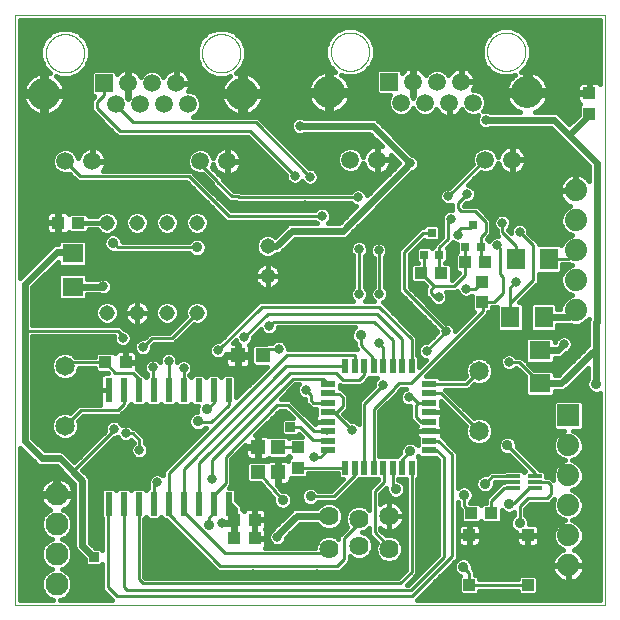
<source format=gtl>
G75*
%MOIN*%
%OFA0B0*%
%FSLAX25Y25*%
%IPPOS*%
%LPD*%
%AMOC8*
5,1,8,0,0,1.08239X$1,22.5*
%
%ADD10C,0.00000*%
%ADD11R,0.02362X0.07874*%
%ADD12R,0.05000X0.02200*%
%ADD13R,0.02200X0.05000*%
%ADD14C,0.05150*%
%ADD15C,0.06500*%
%ADD16R,0.04134X0.04252*%
%ADD17C,0.06400*%
%ADD18R,0.07400X0.07400*%
%ADD19C,0.07400*%
%ADD20R,0.05937X0.05937*%
%ADD21C,0.05937*%
%ADD22C,0.10630*%
%ADD23R,0.03937X0.04331*%
%ADD24R,0.04724X0.04724*%
%ADD25R,0.07087X0.06299*%
%ADD26R,0.02756X0.02756*%
%ADD27R,0.06299X0.07087*%
%ADD28R,0.04331X0.03937*%
%ADD29C,0.07677*%
%ADD30R,0.04724X0.01181*%
%ADD31R,0.03937X0.03937*%
%ADD32R,0.04252X0.04134*%
%ADD33C,0.03169*%
%ADD34C,0.01000*%
%ADD35C,0.02400*%
%ADD36C,0.03562*%
%ADD37R,0.03169X0.03169*%
%ADD38C,0.01600*%
D10*
X0125000Y0011800D02*
X0125000Y0208650D01*
X0321850Y0208650D01*
X0321850Y0011800D01*
X0125000Y0011800D01*
X0135352Y0195800D02*
X0135354Y0195960D01*
X0135360Y0196119D01*
X0135370Y0196278D01*
X0135384Y0196437D01*
X0135402Y0196596D01*
X0135423Y0196754D01*
X0135449Y0196911D01*
X0135479Y0197068D01*
X0135512Y0197224D01*
X0135550Y0197379D01*
X0135591Y0197533D01*
X0135636Y0197686D01*
X0135685Y0197838D01*
X0135738Y0197988D01*
X0135794Y0198137D01*
X0135854Y0198285D01*
X0135918Y0198431D01*
X0135986Y0198576D01*
X0136057Y0198719D01*
X0136131Y0198860D01*
X0136209Y0198999D01*
X0136291Y0199136D01*
X0136376Y0199271D01*
X0136464Y0199404D01*
X0136555Y0199535D01*
X0136650Y0199663D01*
X0136748Y0199789D01*
X0136849Y0199913D01*
X0136953Y0200033D01*
X0137060Y0200152D01*
X0137170Y0200267D01*
X0137283Y0200380D01*
X0137398Y0200490D01*
X0137517Y0200597D01*
X0137637Y0200701D01*
X0137761Y0200802D01*
X0137887Y0200900D01*
X0138015Y0200995D01*
X0138146Y0201086D01*
X0138279Y0201174D01*
X0138414Y0201259D01*
X0138551Y0201341D01*
X0138690Y0201419D01*
X0138831Y0201493D01*
X0138974Y0201564D01*
X0139119Y0201632D01*
X0139265Y0201696D01*
X0139413Y0201756D01*
X0139562Y0201812D01*
X0139712Y0201865D01*
X0139864Y0201914D01*
X0140017Y0201959D01*
X0140171Y0202000D01*
X0140326Y0202038D01*
X0140482Y0202071D01*
X0140639Y0202101D01*
X0140796Y0202127D01*
X0140954Y0202148D01*
X0141113Y0202166D01*
X0141272Y0202180D01*
X0141431Y0202190D01*
X0141590Y0202196D01*
X0141750Y0202198D01*
X0141910Y0202196D01*
X0142069Y0202190D01*
X0142228Y0202180D01*
X0142387Y0202166D01*
X0142546Y0202148D01*
X0142704Y0202127D01*
X0142861Y0202101D01*
X0143018Y0202071D01*
X0143174Y0202038D01*
X0143329Y0202000D01*
X0143483Y0201959D01*
X0143636Y0201914D01*
X0143788Y0201865D01*
X0143938Y0201812D01*
X0144087Y0201756D01*
X0144235Y0201696D01*
X0144381Y0201632D01*
X0144526Y0201564D01*
X0144669Y0201493D01*
X0144810Y0201419D01*
X0144949Y0201341D01*
X0145086Y0201259D01*
X0145221Y0201174D01*
X0145354Y0201086D01*
X0145485Y0200995D01*
X0145613Y0200900D01*
X0145739Y0200802D01*
X0145863Y0200701D01*
X0145983Y0200597D01*
X0146102Y0200490D01*
X0146217Y0200380D01*
X0146330Y0200267D01*
X0146440Y0200152D01*
X0146547Y0200033D01*
X0146651Y0199913D01*
X0146752Y0199789D01*
X0146850Y0199663D01*
X0146945Y0199535D01*
X0147036Y0199404D01*
X0147124Y0199271D01*
X0147209Y0199136D01*
X0147291Y0198999D01*
X0147369Y0198860D01*
X0147443Y0198719D01*
X0147514Y0198576D01*
X0147582Y0198431D01*
X0147646Y0198285D01*
X0147706Y0198137D01*
X0147762Y0197988D01*
X0147815Y0197838D01*
X0147864Y0197686D01*
X0147909Y0197533D01*
X0147950Y0197379D01*
X0147988Y0197224D01*
X0148021Y0197068D01*
X0148051Y0196911D01*
X0148077Y0196754D01*
X0148098Y0196596D01*
X0148116Y0196437D01*
X0148130Y0196278D01*
X0148140Y0196119D01*
X0148146Y0195960D01*
X0148148Y0195800D01*
X0148146Y0195640D01*
X0148140Y0195481D01*
X0148130Y0195322D01*
X0148116Y0195163D01*
X0148098Y0195004D01*
X0148077Y0194846D01*
X0148051Y0194689D01*
X0148021Y0194532D01*
X0147988Y0194376D01*
X0147950Y0194221D01*
X0147909Y0194067D01*
X0147864Y0193914D01*
X0147815Y0193762D01*
X0147762Y0193612D01*
X0147706Y0193463D01*
X0147646Y0193315D01*
X0147582Y0193169D01*
X0147514Y0193024D01*
X0147443Y0192881D01*
X0147369Y0192740D01*
X0147291Y0192601D01*
X0147209Y0192464D01*
X0147124Y0192329D01*
X0147036Y0192196D01*
X0146945Y0192065D01*
X0146850Y0191937D01*
X0146752Y0191811D01*
X0146651Y0191687D01*
X0146547Y0191567D01*
X0146440Y0191448D01*
X0146330Y0191333D01*
X0146217Y0191220D01*
X0146102Y0191110D01*
X0145983Y0191003D01*
X0145863Y0190899D01*
X0145739Y0190798D01*
X0145613Y0190700D01*
X0145485Y0190605D01*
X0145354Y0190514D01*
X0145221Y0190426D01*
X0145086Y0190341D01*
X0144949Y0190259D01*
X0144810Y0190181D01*
X0144669Y0190107D01*
X0144526Y0190036D01*
X0144381Y0189968D01*
X0144235Y0189904D01*
X0144087Y0189844D01*
X0143938Y0189788D01*
X0143788Y0189735D01*
X0143636Y0189686D01*
X0143483Y0189641D01*
X0143329Y0189600D01*
X0143174Y0189562D01*
X0143018Y0189529D01*
X0142861Y0189499D01*
X0142704Y0189473D01*
X0142546Y0189452D01*
X0142387Y0189434D01*
X0142228Y0189420D01*
X0142069Y0189410D01*
X0141910Y0189404D01*
X0141750Y0189402D01*
X0141590Y0189404D01*
X0141431Y0189410D01*
X0141272Y0189420D01*
X0141113Y0189434D01*
X0140954Y0189452D01*
X0140796Y0189473D01*
X0140639Y0189499D01*
X0140482Y0189529D01*
X0140326Y0189562D01*
X0140171Y0189600D01*
X0140017Y0189641D01*
X0139864Y0189686D01*
X0139712Y0189735D01*
X0139562Y0189788D01*
X0139413Y0189844D01*
X0139265Y0189904D01*
X0139119Y0189968D01*
X0138974Y0190036D01*
X0138831Y0190107D01*
X0138690Y0190181D01*
X0138551Y0190259D01*
X0138414Y0190341D01*
X0138279Y0190426D01*
X0138146Y0190514D01*
X0138015Y0190605D01*
X0137887Y0190700D01*
X0137761Y0190798D01*
X0137637Y0190899D01*
X0137517Y0191003D01*
X0137398Y0191110D01*
X0137283Y0191220D01*
X0137170Y0191333D01*
X0137060Y0191448D01*
X0136953Y0191567D01*
X0136849Y0191687D01*
X0136748Y0191811D01*
X0136650Y0191937D01*
X0136555Y0192065D01*
X0136464Y0192196D01*
X0136376Y0192329D01*
X0136291Y0192464D01*
X0136209Y0192601D01*
X0136131Y0192740D01*
X0136057Y0192881D01*
X0135986Y0193024D01*
X0135918Y0193169D01*
X0135854Y0193315D01*
X0135794Y0193463D01*
X0135738Y0193612D01*
X0135685Y0193762D01*
X0135636Y0193914D01*
X0135591Y0194067D01*
X0135550Y0194221D01*
X0135512Y0194376D01*
X0135479Y0194532D01*
X0135449Y0194689D01*
X0135423Y0194846D01*
X0135402Y0195004D01*
X0135384Y0195163D01*
X0135370Y0195322D01*
X0135360Y0195481D01*
X0135354Y0195640D01*
X0135352Y0195800D01*
X0187399Y0195800D02*
X0187401Y0195960D01*
X0187407Y0196119D01*
X0187417Y0196278D01*
X0187431Y0196437D01*
X0187449Y0196596D01*
X0187470Y0196754D01*
X0187496Y0196911D01*
X0187526Y0197068D01*
X0187559Y0197224D01*
X0187597Y0197379D01*
X0187638Y0197533D01*
X0187683Y0197686D01*
X0187732Y0197838D01*
X0187785Y0197988D01*
X0187841Y0198137D01*
X0187901Y0198285D01*
X0187965Y0198431D01*
X0188033Y0198576D01*
X0188104Y0198719D01*
X0188178Y0198860D01*
X0188256Y0198999D01*
X0188338Y0199136D01*
X0188423Y0199271D01*
X0188511Y0199404D01*
X0188602Y0199535D01*
X0188697Y0199663D01*
X0188795Y0199789D01*
X0188896Y0199913D01*
X0189000Y0200033D01*
X0189107Y0200152D01*
X0189217Y0200267D01*
X0189330Y0200380D01*
X0189445Y0200490D01*
X0189564Y0200597D01*
X0189684Y0200701D01*
X0189808Y0200802D01*
X0189934Y0200900D01*
X0190062Y0200995D01*
X0190193Y0201086D01*
X0190326Y0201174D01*
X0190461Y0201259D01*
X0190598Y0201341D01*
X0190737Y0201419D01*
X0190878Y0201493D01*
X0191021Y0201564D01*
X0191166Y0201632D01*
X0191312Y0201696D01*
X0191460Y0201756D01*
X0191609Y0201812D01*
X0191759Y0201865D01*
X0191911Y0201914D01*
X0192064Y0201959D01*
X0192218Y0202000D01*
X0192373Y0202038D01*
X0192529Y0202071D01*
X0192686Y0202101D01*
X0192843Y0202127D01*
X0193001Y0202148D01*
X0193160Y0202166D01*
X0193319Y0202180D01*
X0193478Y0202190D01*
X0193637Y0202196D01*
X0193797Y0202198D01*
X0193957Y0202196D01*
X0194116Y0202190D01*
X0194275Y0202180D01*
X0194434Y0202166D01*
X0194593Y0202148D01*
X0194751Y0202127D01*
X0194908Y0202101D01*
X0195065Y0202071D01*
X0195221Y0202038D01*
X0195376Y0202000D01*
X0195530Y0201959D01*
X0195683Y0201914D01*
X0195835Y0201865D01*
X0195985Y0201812D01*
X0196134Y0201756D01*
X0196282Y0201696D01*
X0196428Y0201632D01*
X0196573Y0201564D01*
X0196716Y0201493D01*
X0196857Y0201419D01*
X0196996Y0201341D01*
X0197133Y0201259D01*
X0197268Y0201174D01*
X0197401Y0201086D01*
X0197532Y0200995D01*
X0197660Y0200900D01*
X0197786Y0200802D01*
X0197910Y0200701D01*
X0198030Y0200597D01*
X0198149Y0200490D01*
X0198264Y0200380D01*
X0198377Y0200267D01*
X0198487Y0200152D01*
X0198594Y0200033D01*
X0198698Y0199913D01*
X0198799Y0199789D01*
X0198897Y0199663D01*
X0198992Y0199535D01*
X0199083Y0199404D01*
X0199171Y0199271D01*
X0199256Y0199136D01*
X0199338Y0198999D01*
X0199416Y0198860D01*
X0199490Y0198719D01*
X0199561Y0198576D01*
X0199629Y0198431D01*
X0199693Y0198285D01*
X0199753Y0198137D01*
X0199809Y0197988D01*
X0199862Y0197838D01*
X0199911Y0197686D01*
X0199956Y0197533D01*
X0199997Y0197379D01*
X0200035Y0197224D01*
X0200068Y0197068D01*
X0200098Y0196911D01*
X0200124Y0196754D01*
X0200145Y0196596D01*
X0200163Y0196437D01*
X0200177Y0196278D01*
X0200187Y0196119D01*
X0200193Y0195960D01*
X0200195Y0195800D01*
X0200193Y0195640D01*
X0200187Y0195481D01*
X0200177Y0195322D01*
X0200163Y0195163D01*
X0200145Y0195004D01*
X0200124Y0194846D01*
X0200098Y0194689D01*
X0200068Y0194532D01*
X0200035Y0194376D01*
X0199997Y0194221D01*
X0199956Y0194067D01*
X0199911Y0193914D01*
X0199862Y0193762D01*
X0199809Y0193612D01*
X0199753Y0193463D01*
X0199693Y0193315D01*
X0199629Y0193169D01*
X0199561Y0193024D01*
X0199490Y0192881D01*
X0199416Y0192740D01*
X0199338Y0192601D01*
X0199256Y0192464D01*
X0199171Y0192329D01*
X0199083Y0192196D01*
X0198992Y0192065D01*
X0198897Y0191937D01*
X0198799Y0191811D01*
X0198698Y0191687D01*
X0198594Y0191567D01*
X0198487Y0191448D01*
X0198377Y0191333D01*
X0198264Y0191220D01*
X0198149Y0191110D01*
X0198030Y0191003D01*
X0197910Y0190899D01*
X0197786Y0190798D01*
X0197660Y0190700D01*
X0197532Y0190605D01*
X0197401Y0190514D01*
X0197268Y0190426D01*
X0197133Y0190341D01*
X0196996Y0190259D01*
X0196857Y0190181D01*
X0196716Y0190107D01*
X0196573Y0190036D01*
X0196428Y0189968D01*
X0196282Y0189904D01*
X0196134Y0189844D01*
X0195985Y0189788D01*
X0195835Y0189735D01*
X0195683Y0189686D01*
X0195530Y0189641D01*
X0195376Y0189600D01*
X0195221Y0189562D01*
X0195065Y0189529D01*
X0194908Y0189499D01*
X0194751Y0189473D01*
X0194593Y0189452D01*
X0194434Y0189434D01*
X0194275Y0189420D01*
X0194116Y0189410D01*
X0193957Y0189404D01*
X0193797Y0189402D01*
X0193637Y0189404D01*
X0193478Y0189410D01*
X0193319Y0189420D01*
X0193160Y0189434D01*
X0193001Y0189452D01*
X0192843Y0189473D01*
X0192686Y0189499D01*
X0192529Y0189529D01*
X0192373Y0189562D01*
X0192218Y0189600D01*
X0192064Y0189641D01*
X0191911Y0189686D01*
X0191759Y0189735D01*
X0191609Y0189788D01*
X0191460Y0189844D01*
X0191312Y0189904D01*
X0191166Y0189968D01*
X0191021Y0190036D01*
X0190878Y0190107D01*
X0190737Y0190181D01*
X0190598Y0190259D01*
X0190461Y0190341D01*
X0190326Y0190426D01*
X0190193Y0190514D01*
X0190062Y0190605D01*
X0189934Y0190700D01*
X0189808Y0190798D01*
X0189684Y0190899D01*
X0189564Y0191003D01*
X0189445Y0191110D01*
X0189330Y0191220D01*
X0189217Y0191333D01*
X0189107Y0191448D01*
X0189000Y0191567D01*
X0188896Y0191687D01*
X0188795Y0191811D01*
X0188697Y0191937D01*
X0188602Y0192065D01*
X0188511Y0192196D01*
X0188423Y0192329D01*
X0188338Y0192464D01*
X0188256Y0192601D01*
X0188178Y0192740D01*
X0188104Y0192881D01*
X0188033Y0193024D01*
X0187965Y0193169D01*
X0187901Y0193315D01*
X0187841Y0193463D01*
X0187785Y0193612D01*
X0187732Y0193762D01*
X0187683Y0193914D01*
X0187638Y0194067D01*
X0187597Y0194221D01*
X0187559Y0194376D01*
X0187526Y0194532D01*
X0187496Y0194689D01*
X0187470Y0194846D01*
X0187449Y0195004D01*
X0187431Y0195163D01*
X0187417Y0195322D01*
X0187407Y0195481D01*
X0187401Y0195640D01*
X0187399Y0195800D01*
X0230352Y0196300D02*
X0230354Y0196460D01*
X0230360Y0196619D01*
X0230370Y0196778D01*
X0230384Y0196937D01*
X0230402Y0197096D01*
X0230423Y0197254D01*
X0230449Y0197411D01*
X0230479Y0197568D01*
X0230512Y0197724D01*
X0230550Y0197879D01*
X0230591Y0198033D01*
X0230636Y0198186D01*
X0230685Y0198338D01*
X0230738Y0198488D01*
X0230794Y0198637D01*
X0230854Y0198785D01*
X0230918Y0198931D01*
X0230986Y0199076D01*
X0231057Y0199219D01*
X0231131Y0199360D01*
X0231209Y0199499D01*
X0231291Y0199636D01*
X0231376Y0199771D01*
X0231464Y0199904D01*
X0231555Y0200035D01*
X0231650Y0200163D01*
X0231748Y0200289D01*
X0231849Y0200413D01*
X0231953Y0200533D01*
X0232060Y0200652D01*
X0232170Y0200767D01*
X0232283Y0200880D01*
X0232398Y0200990D01*
X0232517Y0201097D01*
X0232637Y0201201D01*
X0232761Y0201302D01*
X0232887Y0201400D01*
X0233015Y0201495D01*
X0233146Y0201586D01*
X0233279Y0201674D01*
X0233414Y0201759D01*
X0233551Y0201841D01*
X0233690Y0201919D01*
X0233831Y0201993D01*
X0233974Y0202064D01*
X0234119Y0202132D01*
X0234265Y0202196D01*
X0234413Y0202256D01*
X0234562Y0202312D01*
X0234712Y0202365D01*
X0234864Y0202414D01*
X0235017Y0202459D01*
X0235171Y0202500D01*
X0235326Y0202538D01*
X0235482Y0202571D01*
X0235639Y0202601D01*
X0235796Y0202627D01*
X0235954Y0202648D01*
X0236113Y0202666D01*
X0236272Y0202680D01*
X0236431Y0202690D01*
X0236590Y0202696D01*
X0236750Y0202698D01*
X0236910Y0202696D01*
X0237069Y0202690D01*
X0237228Y0202680D01*
X0237387Y0202666D01*
X0237546Y0202648D01*
X0237704Y0202627D01*
X0237861Y0202601D01*
X0238018Y0202571D01*
X0238174Y0202538D01*
X0238329Y0202500D01*
X0238483Y0202459D01*
X0238636Y0202414D01*
X0238788Y0202365D01*
X0238938Y0202312D01*
X0239087Y0202256D01*
X0239235Y0202196D01*
X0239381Y0202132D01*
X0239526Y0202064D01*
X0239669Y0201993D01*
X0239810Y0201919D01*
X0239949Y0201841D01*
X0240086Y0201759D01*
X0240221Y0201674D01*
X0240354Y0201586D01*
X0240485Y0201495D01*
X0240613Y0201400D01*
X0240739Y0201302D01*
X0240863Y0201201D01*
X0240983Y0201097D01*
X0241102Y0200990D01*
X0241217Y0200880D01*
X0241330Y0200767D01*
X0241440Y0200652D01*
X0241547Y0200533D01*
X0241651Y0200413D01*
X0241752Y0200289D01*
X0241850Y0200163D01*
X0241945Y0200035D01*
X0242036Y0199904D01*
X0242124Y0199771D01*
X0242209Y0199636D01*
X0242291Y0199499D01*
X0242369Y0199360D01*
X0242443Y0199219D01*
X0242514Y0199076D01*
X0242582Y0198931D01*
X0242646Y0198785D01*
X0242706Y0198637D01*
X0242762Y0198488D01*
X0242815Y0198338D01*
X0242864Y0198186D01*
X0242909Y0198033D01*
X0242950Y0197879D01*
X0242988Y0197724D01*
X0243021Y0197568D01*
X0243051Y0197411D01*
X0243077Y0197254D01*
X0243098Y0197096D01*
X0243116Y0196937D01*
X0243130Y0196778D01*
X0243140Y0196619D01*
X0243146Y0196460D01*
X0243148Y0196300D01*
X0243146Y0196140D01*
X0243140Y0195981D01*
X0243130Y0195822D01*
X0243116Y0195663D01*
X0243098Y0195504D01*
X0243077Y0195346D01*
X0243051Y0195189D01*
X0243021Y0195032D01*
X0242988Y0194876D01*
X0242950Y0194721D01*
X0242909Y0194567D01*
X0242864Y0194414D01*
X0242815Y0194262D01*
X0242762Y0194112D01*
X0242706Y0193963D01*
X0242646Y0193815D01*
X0242582Y0193669D01*
X0242514Y0193524D01*
X0242443Y0193381D01*
X0242369Y0193240D01*
X0242291Y0193101D01*
X0242209Y0192964D01*
X0242124Y0192829D01*
X0242036Y0192696D01*
X0241945Y0192565D01*
X0241850Y0192437D01*
X0241752Y0192311D01*
X0241651Y0192187D01*
X0241547Y0192067D01*
X0241440Y0191948D01*
X0241330Y0191833D01*
X0241217Y0191720D01*
X0241102Y0191610D01*
X0240983Y0191503D01*
X0240863Y0191399D01*
X0240739Y0191298D01*
X0240613Y0191200D01*
X0240485Y0191105D01*
X0240354Y0191014D01*
X0240221Y0190926D01*
X0240086Y0190841D01*
X0239949Y0190759D01*
X0239810Y0190681D01*
X0239669Y0190607D01*
X0239526Y0190536D01*
X0239381Y0190468D01*
X0239235Y0190404D01*
X0239087Y0190344D01*
X0238938Y0190288D01*
X0238788Y0190235D01*
X0238636Y0190186D01*
X0238483Y0190141D01*
X0238329Y0190100D01*
X0238174Y0190062D01*
X0238018Y0190029D01*
X0237861Y0189999D01*
X0237704Y0189973D01*
X0237546Y0189952D01*
X0237387Y0189934D01*
X0237228Y0189920D01*
X0237069Y0189910D01*
X0236910Y0189904D01*
X0236750Y0189902D01*
X0236590Y0189904D01*
X0236431Y0189910D01*
X0236272Y0189920D01*
X0236113Y0189934D01*
X0235954Y0189952D01*
X0235796Y0189973D01*
X0235639Y0189999D01*
X0235482Y0190029D01*
X0235326Y0190062D01*
X0235171Y0190100D01*
X0235017Y0190141D01*
X0234864Y0190186D01*
X0234712Y0190235D01*
X0234562Y0190288D01*
X0234413Y0190344D01*
X0234265Y0190404D01*
X0234119Y0190468D01*
X0233974Y0190536D01*
X0233831Y0190607D01*
X0233690Y0190681D01*
X0233551Y0190759D01*
X0233414Y0190841D01*
X0233279Y0190926D01*
X0233146Y0191014D01*
X0233015Y0191105D01*
X0232887Y0191200D01*
X0232761Y0191298D01*
X0232637Y0191399D01*
X0232517Y0191503D01*
X0232398Y0191610D01*
X0232283Y0191720D01*
X0232170Y0191833D01*
X0232060Y0191948D01*
X0231953Y0192067D01*
X0231849Y0192187D01*
X0231748Y0192311D01*
X0231650Y0192437D01*
X0231555Y0192565D01*
X0231464Y0192696D01*
X0231376Y0192829D01*
X0231291Y0192964D01*
X0231209Y0193101D01*
X0231131Y0193240D01*
X0231057Y0193381D01*
X0230986Y0193524D01*
X0230918Y0193669D01*
X0230854Y0193815D01*
X0230794Y0193963D01*
X0230738Y0194112D01*
X0230685Y0194262D01*
X0230636Y0194414D01*
X0230591Y0194567D01*
X0230550Y0194721D01*
X0230512Y0194876D01*
X0230479Y0195032D01*
X0230449Y0195189D01*
X0230423Y0195346D01*
X0230402Y0195504D01*
X0230384Y0195663D01*
X0230370Y0195822D01*
X0230360Y0195981D01*
X0230354Y0196140D01*
X0230352Y0196300D01*
X0282399Y0196300D02*
X0282401Y0196460D01*
X0282407Y0196619D01*
X0282417Y0196778D01*
X0282431Y0196937D01*
X0282449Y0197096D01*
X0282470Y0197254D01*
X0282496Y0197411D01*
X0282526Y0197568D01*
X0282559Y0197724D01*
X0282597Y0197879D01*
X0282638Y0198033D01*
X0282683Y0198186D01*
X0282732Y0198338D01*
X0282785Y0198488D01*
X0282841Y0198637D01*
X0282901Y0198785D01*
X0282965Y0198931D01*
X0283033Y0199076D01*
X0283104Y0199219D01*
X0283178Y0199360D01*
X0283256Y0199499D01*
X0283338Y0199636D01*
X0283423Y0199771D01*
X0283511Y0199904D01*
X0283602Y0200035D01*
X0283697Y0200163D01*
X0283795Y0200289D01*
X0283896Y0200413D01*
X0284000Y0200533D01*
X0284107Y0200652D01*
X0284217Y0200767D01*
X0284330Y0200880D01*
X0284445Y0200990D01*
X0284564Y0201097D01*
X0284684Y0201201D01*
X0284808Y0201302D01*
X0284934Y0201400D01*
X0285062Y0201495D01*
X0285193Y0201586D01*
X0285326Y0201674D01*
X0285461Y0201759D01*
X0285598Y0201841D01*
X0285737Y0201919D01*
X0285878Y0201993D01*
X0286021Y0202064D01*
X0286166Y0202132D01*
X0286312Y0202196D01*
X0286460Y0202256D01*
X0286609Y0202312D01*
X0286759Y0202365D01*
X0286911Y0202414D01*
X0287064Y0202459D01*
X0287218Y0202500D01*
X0287373Y0202538D01*
X0287529Y0202571D01*
X0287686Y0202601D01*
X0287843Y0202627D01*
X0288001Y0202648D01*
X0288160Y0202666D01*
X0288319Y0202680D01*
X0288478Y0202690D01*
X0288637Y0202696D01*
X0288797Y0202698D01*
X0288957Y0202696D01*
X0289116Y0202690D01*
X0289275Y0202680D01*
X0289434Y0202666D01*
X0289593Y0202648D01*
X0289751Y0202627D01*
X0289908Y0202601D01*
X0290065Y0202571D01*
X0290221Y0202538D01*
X0290376Y0202500D01*
X0290530Y0202459D01*
X0290683Y0202414D01*
X0290835Y0202365D01*
X0290985Y0202312D01*
X0291134Y0202256D01*
X0291282Y0202196D01*
X0291428Y0202132D01*
X0291573Y0202064D01*
X0291716Y0201993D01*
X0291857Y0201919D01*
X0291996Y0201841D01*
X0292133Y0201759D01*
X0292268Y0201674D01*
X0292401Y0201586D01*
X0292532Y0201495D01*
X0292660Y0201400D01*
X0292786Y0201302D01*
X0292910Y0201201D01*
X0293030Y0201097D01*
X0293149Y0200990D01*
X0293264Y0200880D01*
X0293377Y0200767D01*
X0293487Y0200652D01*
X0293594Y0200533D01*
X0293698Y0200413D01*
X0293799Y0200289D01*
X0293897Y0200163D01*
X0293992Y0200035D01*
X0294083Y0199904D01*
X0294171Y0199771D01*
X0294256Y0199636D01*
X0294338Y0199499D01*
X0294416Y0199360D01*
X0294490Y0199219D01*
X0294561Y0199076D01*
X0294629Y0198931D01*
X0294693Y0198785D01*
X0294753Y0198637D01*
X0294809Y0198488D01*
X0294862Y0198338D01*
X0294911Y0198186D01*
X0294956Y0198033D01*
X0294997Y0197879D01*
X0295035Y0197724D01*
X0295068Y0197568D01*
X0295098Y0197411D01*
X0295124Y0197254D01*
X0295145Y0197096D01*
X0295163Y0196937D01*
X0295177Y0196778D01*
X0295187Y0196619D01*
X0295193Y0196460D01*
X0295195Y0196300D01*
X0295193Y0196140D01*
X0295187Y0195981D01*
X0295177Y0195822D01*
X0295163Y0195663D01*
X0295145Y0195504D01*
X0295124Y0195346D01*
X0295098Y0195189D01*
X0295068Y0195032D01*
X0295035Y0194876D01*
X0294997Y0194721D01*
X0294956Y0194567D01*
X0294911Y0194414D01*
X0294862Y0194262D01*
X0294809Y0194112D01*
X0294753Y0193963D01*
X0294693Y0193815D01*
X0294629Y0193669D01*
X0294561Y0193524D01*
X0294490Y0193381D01*
X0294416Y0193240D01*
X0294338Y0193101D01*
X0294256Y0192964D01*
X0294171Y0192829D01*
X0294083Y0192696D01*
X0293992Y0192565D01*
X0293897Y0192437D01*
X0293799Y0192311D01*
X0293698Y0192187D01*
X0293594Y0192067D01*
X0293487Y0191948D01*
X0293377Y0191833D01*
X0293264Y0191720D01*
X0293149Y0191610D01*
X0293030Y0191503D01*
X0292910Y0191399D01*
X0292786Y0191298D01*
X0292660Y0191200D01*
X0292532Y0191105D01*
X0292401Y0191014D01*
X0292268Y0190926D01*
X0292133Y0190841D01*
X0291996Y0190759D01*
X0291857Y0190681D01*
X0291716Y0190607D01*
X0291573Y0190536D01*
X0291428Y0190468D01*
X0291282Y0190404D01*
X0291134Y0190344D01*
X0290985Y0190288D01*
X0290835Y0190235D01*
X0290683Y0190186D01*
X0290530Y0190141D01*
X0290376Y0190100D01*
X0290221Y0190062D01*
X0290065Y0190029D01*
X0289908Y0189999D01*
X0289751Y0189973D01*
X0289593Y0189952D01*
X0289434Y0189934D01*
X0289275Y0189920D01*
X0289116Y0189910D01*
X0288957Y0189904D01*
X0288797Y0189902D01*
X0288637Y0189904D01*
X0288478Y0189910D01*
X0288319Y0189920D01*
X0288160Y0189934D01*
X0288001Y0189952D01*
X0287843Y0189973D01*
X0287686Y0189999D01*
X0287529Y0190029D01*
X0287373Y0190062D01*
X0287218Y0190100D01*
X0287064Y0190141D01*
X0286911Y0190186D01*
X0286759Y0190235D01*
X0286609Y0190288D01*
X0286460Y0190344D01*
X0286312Y0190404D01*
X0286166Y0190468D01*
X0286021Y0190536D01*
X0285878Y0190607D01*
X0285737Y0190681D01*
X0285598Y0190759D01*
X0285461Y0190841D01*
X0285326Y0190926D01*
X0285193Y0191014D01*
X0285062Y0191105D01*
X0284934Y0191200D01*
X0284808Y0191298D01*
X0284684Y0191399D01*
X0284564Y0191503D01*
X0284445Y0191610D01*
X0284330Y0191720D01*
X0284217Y0191833D01*
X0284107Y0191948D01*
X0284000Y0192067D01*
X0283896Y0192187D01*
X0283795Y0192311D01*
X0283697Y0192437D01*
X0283602Y0192565D01*
X0283511Y0192696D01*
X0283423Y0192829D01*
X0283338Y0192964D01*
X0283256Y0193101D01*
X0283178Y0193240D01*
X0283104Y0193381D01*
X0283033Y0193524D01*
X0282965Y0193669D01*
X0282901Y0193815D01*
X0282841Y0193963D01*
X0282785Y0194112D01*
X0282732Y0194262D01*
X0282683Y0194414D01*
X0282638Y0194567D01*
X0282597Y0194721D01*
X0282559Y0194876D01*
X0282526Y0195032D01*
X0282496Y0195189D01*
X0282470Y0195346D01*
X0282449Y0195504D01*
X0282431Y0195663D01*
X0282417Y0195822D01*
X0282407Y0195981D01*
X0282401Y0196140D01*
X0282399Y0196300D01*
D11*
X0196250Y0083400D03*
X0191250Y0083400D03*
X0186250Y0083400D03*
X0181250Y0083400D03*
X0176250Y0083400D03*
X0171250Y0083400D03*
X0166250Y0083400D03*
X0161250Y0083400D03*
X0156250Y0083400D03*
X0156250Y0045700D03*
X0161250Y0045700D03*
X0166250Y0045700D03*
X0171250Y0045700D03*
X0176250Y0045700D03*
X0181250Y0045700D03*
X0186250Y0045700D03*
X0191250Y0045700D03*
X0196250Y0045700D03*
D12*
X0229350Y0063526D03*
X0229350Y0066676D03*
X0229350Y0069826D03*
X0229350Y0072975D03*
X0229350Y0076125D03*
X0229350Y0079274D03*
X0229350Y0082424D03*
X0229350Y0085574D03*
X0263150Y0085574D03*
X0263150Y0082424D03*
X0263150Y0079274D03*
X0263150Y0076125D03*
X0263150Y0072975D03*
X0263150Y0069826D03*
X0263150Y0066676D03*
X0263150Y0063526D03*
D13*
X0257274Y0057650D03*
X0254124Y0057650D03*
X0250974Y0057650D03*
X0247825Y0057650D03*
X0244675Y0057650D03*
X0241526Y0057650D03*
X0238376Y0057650D03*
X0235226Y0057650D03*
X0235226Y0091450D03*
X0238376Y0091450D03*
X0241526Y0091450D03*
X0244675Y0091450D03*
X0247825Y0091450D03*
X0250974Y0091450D03*
X0254124Y0091450D03*
X0257274Y0091450D03*
D14*
X0209250Y0121629D03*
X0209250Y0131471D03*
X0185750Y0139300D03*
X0175750Y0139300D03*
X0165750Y0139300D03*
X0155750Y0139300D03*
X0155750Y0109300D03*
X0165750Y0109300D03*
X0175750Y0109300D03*
X0185750Y0109300D03*
D15*
X0141750Y0091550D03*
X0141750Y0071550D03*
X0279750Y0069800D03*
X0279750Y0089800D03*
D16*
X0204945Y0040300D03*
X0198055Y0040300D03*
X0198055Y0034050D03*
X0204945Y0034050D03*
X0161945Y0092800D03*
X0155055Y0092800D03*
D17*
X0229750Y0041550D03*
X0239750Y0040550D03*
X0249750Y0041550D03*
X0239750Y0031550D03*
X0229750Y0030550D03*
X0249750Y0030550D03*
D18*
X0309500Y0075050D03*
D19*
X0309500Y0065050D03*
X0309500Y0055050D03*
X0309500Y0045050D03*
X0309500Y0035050D03*
X0309500Y0025050D03*
X0312000Y0110050D03*
X0312000Y0120050D03*
X0312000Y0130050D03*
X0312000Y0140050D03*
X0312000Y0150050D03*
D20*
X0249703Y0186300D03*
X0154703Y0185800D03*
D21*
X0162734Y0185800D03*
X0170766Y0185800D03*
X0178797Y0185800D03*
X0174781Y0178792D03*
X0166750Y0178792D03*
X0158719Y0178792D03*
X0182813Y0178792D03*
X0186789Y0159816D03*
X0195805Y0159816D03*
X0236789Y0160316D03*
X0245805Y0160316D03*
X0253719Y0179292D03*
X0261750Y0179292D03*
X0269781Y0179292D03*
X0277813Y0179292D03*
X0273797Y0186300D03*
X0265766Y0186300D03*
X0257734Y0186300D03*
X0281789Y0160316D03*
X0290805Y0160316D03*
X0150805Y0159816D03*
X0141789Y0159816D03*
D22*
X0134742Y0182296D03*
X0200805Y0182296D03*
X0229742Y0182796D03*
X0295805Y0182796D03*
D23*
X0280750Y0119646D03*
X0280750Y0112954D03*
X0219500Y0064396D03*
X0219500Y0057704D03*
D24*
X0212750Y0056166D03*
X0206000Y0056166D03*
X0206000Y0064434D03*
X0212750Y0064434D03*
X0207634Y0095050D03*
X0199366Y0095050D03*
D25*
X0144250Y0118038D03*
X0144250Y0129062D03*
X0300000Y0096812D03*
X0300000Y0085788D03*
D26*
X0266559Y0128658D03*
X0261441Y0128658D03*
X0264000Y0135942D03*
X0275191Y0131158D03*
X0280309Y0131158D03*
X0277750Y0138442D03*
D27*
X0291988Y0127300D03*
X0303012Y0127300D03*
X0301262Y0107800D03*
X0290238Y0107800D03*
D28*
X0267096Y0122550D03*
X0260404Y0122550D03*
X0275154Y0126050D03*
X0281846Y0126050D03*
X0283846Y0042550D03*
X0277154Y0042550D03*
X0146096Y0139300D03*
X0139404Y0139300D03*
D29*
X0139000Y0048800D03*
X0139000Y0038800D03*
X0139000Y0028800D03*
X0139000Y0018800D03*
D30*
X0291167Y0050831D03*
X0291167Y0052800D03*
X0291167Y0054769D03*
X0298333Y0054769D03*
X0298333Y0052800D03*
X0298333Y0050831D03*
D31*
X0295994Y0035068D03*
X0276506Y0035068D03*
X0276506Y0018532D03*
X0295994Y0018532D03*
D32*
X0316500Y0175605D03*
X0316500Y0182495D03*
D33*
X0282000Y0173550D03*
X0256750Y0159050D03*
X0257000Y0153550D03*
X0269524Y0148050D03*
X0275750Y0148800D03*
X0270250Y0140550D03*
X0272750Y0135300D03*
X0271000Y0130800D03*
X0285750Y0131800D03*
X0293250Y0136300D03*
X0287500Y0139300D03*
X0292000Y0119550D03*
X0275500Y0117300D03*
X0266250Y0114550D03*
X0260000Y0117050D03*
X0246500Y0115550D03*
X0239750Y0115550D03*
X0258250Y0107300D03*
X0268750Y0103050D03*
X0262250Y0096550D03*
X0270000Y0091050D03*
X0256250Y0081050D03*
X0247750Y0085300D03*
X0242500Y0085050D03*
X0222000Y0083550D03*
X0220750Y0078800D03*
X0211000Y0070800D03*
X0200250Y0059050D03*
X0190750Y0053800D03*
X0173500Y0059800D03*
X0166500Y0063550D03*
X0162000Y0069050D03*
X0158000Y0070550D03*
X0176250Y0070550D03*
X0163500Y0058300D03*
X0172500Y0052800D03*
X0194000Y0039300D03*
X0174500Y0036300D03*
X0188000Y0022550D03*
X0204500Y0022050D03*
X0218250Y0032550D03*
X0212500Y0034550D03*
X0225750Y0022050D03*
X0262000Y0027300D03*
X0282250Y0036050D03*
X0300750Y0025050D03*
X0288500Y0015050D03*
X0262000Y0044300D03*
X0235500Y0046550D03*
X0225000Y0052800D03*
X0224750Y0061050D03*
X0237250Y0070300D03*
X0249250Y0068550D03*
X0270250Y0070800D03*
X0278750Y0079800D03*
X0294750Y0071800D03*
X0289750Y0092800D03*
X0287750Y0101050D03*
X0308000Y0098800D03*
X0313250Y0101550D03*
X0254000Y0137050D03*
X0246250Y0130050D03*
X0239750Y0130550D03*
X0233750Y0132300D03*
X0227500Y0141550D03*
X0221750Y0145050D03*
X0223375Y0154675D03*
X0218351Y0154949D03*
X0230250Y0153550D03*
X0239500Y0147800D03*
X0251500Y0171550D03*
X0220000Y0171550D03*
X0181750Y0147800D03*
X0180750Y0136050D03*
X0200750Y0119050D03*
X0209750Y0104800D03*
X0201500Y0101050D03*
X0192750Y0096800D03*
X0182000Y0096800D03*
X0176250Y0093300D03*
X0171000Y0091050D03*
X0167750Y0097800D03*
X0161000Y0100800D03*
X0181250Y0090800D03*
X0213000Y0097300D03*
X0222000Y0101050D03*
X0233750Y0101050D03*
X0246250Y0099050D03*
X0154500Y0118050D03*
X0135000Y0111800D03*
X0148250Y0084800D03*
X0134500Y0070550D03*
X0146750Y0022050D03*
X0143000Y0146050D03*
X0148000Y0172050D03*
D34*
X0152250Y0177550D02*
X0160000Y0169800D01*
X0203500Y0169800D01*
X0218351Y0154949D01*
X0223375Y0154675D02*
X0205250Y0172800D01*
X0164500Y0172800D01*
X0158719Y0178581D01*
X0158719Y0178792D01*
X0154703Y0182003D02*
X0152250Y0179550D01*
X0152250Y0177550D01*
X0154703Y0182003D02*
X0154703Y0185800D01*
X0141789Y0159816D02*
X0146805Y0154800D01*
X0183000Y0154800D01*
X0196250Y0141550D01*
X0227500Y0141550D01*
X0239500Y0147800D02*
X0199750Y0147800D01*
X0199500Y0148050D01*
X0197250Y0148050D01*
X0192500Y0152800D01*
X0192500Y0153300D01*
X0186789Y0159011D01*
X0186789Y0159816D01*
X0159250Y0131050D02*
X0157750Y0132550D01*
X0159250Y0131050D02*
X0185750Y0131050D01*
X0185750Y0109300D02*
X0177250Y0100800D01*
X0170750Y0100800D01*
X0167750Y0097800D01*
X0161000Y0100800D02*
X0161000Y0101550D01*
X0159250Y0103300D01*
X0129250Y0103300D01*
X0128250Y0102300D01*
X0141750Y0091550D02*
X0143000Y0092800D01*
X0155055Y0092800D01*
X0158555Y0089300D01*
X0164250Y0089300D01*
X0166250Y0087300D01*
X0166250Y0083400D01*
X0161250Y0083400D02*
X0161250Y0078800D01*
X0159250Y0076800D01*
X0147000Y0076800D01*
X0141750Y0071550D01*
X0144375Y0056425D02*
X0157500Y0069550D01*
X0158000Y0070550D01*
X0162000Y0069050D02*
X0164250Y0069050D01*
X0166500Y0066800D01*
X0166500Y0063550D01*
X0176250Y0055800D02*
X0176250Y0045700D01*
X0176250Y0042050D01*
X0193500Y0024800D01*
X0232500Y0024800D01*
X0234750Y0027050D01*
X0234750Y0034050D01*
X0239750Y0039050D01*
X0239750Y0040550D01*
X0245000Y0036050D02*
X0245000Y0049800D01*
X0248000Y0052800D01*
X0248000Y0057475D01*
X0247825Y0057650D01*
X0250974Y0057650D02*
X0250974Y0051576D01*
X0252000Y0050550D01*
X0254124Y0057650D02*
X0254000Y0057774D01*
X0254000Y0060300D01*
X0256750Y0063050D01*
X0263150Y0063526D02*
X0265524Y0063526D01*
X0268000Y0061050D01*
X0268000Y0027800D01*
X0257000Y0016800D01*
X0162250Y0016800D01*
X0161250Y0017800D01*
X0161250Y0045700D01*
X0156250Y0045700D02*
X0156000Y0045450D01*
X0156000Y0017800D01*
X0159000Y0014800D01*
X0257500Y0014800D01*
X0270750Y0028050D01*
X0270750Y0062050D01*
X0266124Y0066676D01*
X0263150Y0066676D01*
X0263150Y0072975D02*
X0260325Y0072975D01*
X0258750Y0074550D01*
X0258750Y0078550D01*
X0259250Y0079050D01*
X0257250Y0081050D01*
X0256250Y0081050D01*
X0259250Y0079050D02*
X0262926Y0079050D01*
X0263150Y0079274D01*
X0263150Y0082424D02*
X0267126Y0082424D01*
X0279750Y0069800D01*
X0289238Y0065050D02*
X0298333Y0055956D01*
X0298333Y0054769D01*
X0298333Y0052800D02*
X0302750Y0052800D01*
X0303750Y0051800D01*
X0303750Y0048800D01*
X0302500Y0047550D01*
X0296000Y0047550D01*
X0293250Y0044800D01*
X0293250Y0039300D01*
X0291250Y0045800D02*
X0290000Y0045800D01*
X0289750Y0045550D01*
X0291250Y0045800D02*
X0296281Y0050831D01*
X0298333Y0050831D01*
X0291167Y0050831D02*
X0291136Y0050800D01*
X0288000Y0050800D01*
X0283846Y0046646D01*
X0283846Y0042550D01*
X0277154Y0042550D02*
X0274750Y0044954D01*
X0274750Y0048550D01*
X0281750Y0052300D02*
X0284219Y0054769D01*
X0291167Y0054769D01*
X0291167Y0052800D02*
X0288000Y0052800D01*
X0257274Y0057650D02*
X0257250Y0057626D01*
X0257250Y0022800D01*
X0253500Y0019050D01*
X0167750Y0019050D01*
X0166250Y0020550D01*
X0166250Y0045700D01*
X0171250Y0045700D02*
X0171250Y0051550D01*
X0172500Y0052800D01*
X0176250Y0055800D02*
X0215750Y0095300D01*
X0238250Y0095300D01*
X0238376Y0095174D01*
X0238376Y0091450D01*
X0241526Y0091450D02*
X0241526Y0088576D01*
X0239750Y0086800D01*
X0234500Y0086800D01*
X0232000Y0089300D01*
X0216750Y0089300D01*
X0186500Y0059050D01*
X0186500Y0045950D01*
X0186250Y0045700D01*
X0181250Y0045700D02*
X0181250Y0042800D01*
X0195000Y0029050D01*
X0228250Y0029050D01*
X0229750Y0030550D01*
X0245000Y0036050D02*
X0249750Y0031300D01*
X0249750Y0030550D01*
X0274500Y0024550D02*
X0276506Y0022544D01*
X0276506Y0018532D01*
X0295994Y0018532D01*
X0238376Y0055176D02*
X0231250Y0048050D01*
X0223596Y0048050D01*
X0214366Y0046800D02*
X0206000Y0056166D01*
X0195250Y0052550D02*
X0195250Y0061300D01*
X0212500Y0078550D01*
X0216000Y0078550D01*
X0224750Y0069800D01*
X0229324Y0069800D01*
X0229350Y0069826D01*
X0229324Y0069800D02*
X0228824Y0069300D01*
X0229226Y0066800D02*
X0224500Y0066800D01*
X0220000Y0071300D01*
X0216750Y0071300D01*
X0214037Y0064396D02*
X0212750Y0064434D01*
X0214037Y0064396D02*
X0219500Y0064396D01*
X0224750Y0061050D02*
X0226874Y0061050D01*
X0229350Y0063526D01*
X0229350Y0066676D02*
X0229226Y0066800D01*
X0237250Y0070300D02*
X0231425Y0076125D01*
X0229350Y0076125D01*
X0232325Y0076125D01*
X0234250Y0078050D01*
X0234250Y0081050D01*
X0233000Y0082300D01*
X0229474Y0082300D01*
X0229350Y0082424D01*
X0229350Y0079274D02*
X0224526Y0079274D01*
X0223750Y0080050D01*
X0223750Y0081800D01*
X0222000Y0083550D01*
X0217750Y0087300D02*
X0227624Y0087300D01*
X0229350Y0085574D01*
X0235226Y0091450D02*
X0215400Y0091450D01*
X0181250Y0057300D01*
X0181250Y0045700D01*
X0189750Y0041050D02*
X0191250Y0042550D01*
X0191250Y0045700D01*
X0191250Y0048550D01*
X0195250Y0052550D01*
X0190750Y0053800D02*
X0190750Y0060300D01*
X0217750Y0087300D01*
X0209884Y0097300D02*
X0207634Y0095050D01*
X0209884Y0097300D02*
X0213000Y0097300D01*
X0209750Y0104800D02*
X0211250Y0106300D01*
X0244750Y0106300D01*
X0250974Y0100076D01*
X0250974Y0091450D01*
X0247825Y0091450D02*
X0247825Y0097475D01*
X0246250Y0099050D01*
X0244500Y0094300D02*
X0244500Y0091625D01*
X0244675Y0091450D01*
X0244500Y0094300D02*
X0240250Y0098550D01*
X0240250Y0101800D01*
X0245750Y0108800D02*
X0209250Y0108800D01*
X0201500Y0101050D01*
X0192750Y0096800D02*
X0207250Y0111300D01*
X0246500Y0111300D01*
X0257274Y0100526D01*
X0257274Y0091450D01*
X0254124Y0091450D02*
X0254124Y0100426D01*
X0245750Y0108800D01*
X0246500Y0115550D02*
X0246500Y0129800D01*
X0246250Y0130050D01*
X0239750Y0130550D02*
X0239750Y0115550D01*
X0254750Y0117050D02*
X0268750Y0103050D01*
X0262250Y0096550D01*
X0263150Y0085574D02*
X0275524Y0085574D01*
X0279750Y0089800D01*
X0289750Y0092800D02*
X0292988Y0092800D01*
X0300000Y0085788D01*
X0318250Y0096800D02*
X0319000Y0106300D01*
X0318750Y0106050D01*
X0297750Y0120050D02*
X0297750Y0131800D01*
X0293250Y0136300D01*
X0292000Y0131550D02*
X0292000Y0127312D01*
X0291988Y0127300D01*
X0292000Y0131550D02*
X0287500Y0136050D01*
X0287500Y0139300D01*
X0282000Y0139550D02*
X0282000Y0136300D01*
X0280309Y0134609D01*
X0280309Y0131158D01*
X0280309Y0126050D01*
X0281846Y0126050D01*
X0286750Y0122300D02*
X0286750Y0130800D01*
X0285750Y0131800D01*
X0282000Y0139550D02*
X0278500Y0143050D01*
X0273750Y0143050D01*
X0272750Y0144050D01*
X0272750Y0145800D01*
X0275750Y0148800D01*
X0269524Y0148050D02*
X0281789Y0160316D01*
X0270250Y0140550D02*
X0269250Y0139550D01*
X0269250Y0133800D01*
X0266559Y0131109D01*
X0266559Y0128658D01*
X0266559Y0122550D01*
X0267096Y0122550D01*
X0264904Y0118050D02*
X0263750Y0116896D01*
X0263750Y0115800D01*
X0265000Y0114550D01*
X0266250Y0114550D01*
X0264904Y0118050D02*
X0260404Y0122550D01*
X0261441Y0122550D01*
X0261441Y0128658D01*
X0254750Y0129550D02*
X0254750Y0117050D01*
X0264904Y0118050D02*
X0271250Y0118050D01*
X0275191Y0121991D01*
X0275191Y0131158D01*
X0275191Y0126050D01*
X0275154Y0126050D01*
X0280750Y0119646D02*
X0278404Y0117300D01*
X0275500Y0117300D01*
X0280750Y0112954D02*
X0284904Y0112954D01*
X0287750Y0115800D01*
X0287750Y0121300D01*
X0286750Y0122300D01*
X0290238Y0117788D02*
X0292000Y0119550D01*
X0290238Y0117788D02*
X0290238Y0112538D01*
X0297750Y0120050D01*
X0290238Y0112538D02*
X0290238Y0107800D01*
X0281000Y0109800D02*
X0281000Y0112704D01*
X0280750Y0112954D01*
X0281000Y0109800D02*
X0257000Y0085800D01*
X0253000Y0085800D01*
X0251250Y0084050D01*
X0251250Y0083800D01*
X0244675Y0077225D01*
X0244675Y0057650D01*
X0241526Y0057650D02*
X0241526Y0078826D01*
X0247750Y0085300D01*
X0237250Y0070300D02*
X0237500Y0070050D01*
X0238376Y0057650D02*
X0238376Y0055176D01*
X0235226Y0057650D02*
X0235173Y0057704D01*
X0219500Y0057704D01*
X0196250Y0078550D02*
X0190500Y0072800D01*
X0186250Y0072800D01*
X0186000Y0073050D01*
X0189000Y0077050D02*
X0191250Y0079300D01*
X0191250Y0083400D01*
X0196250Y0083400D02*
X0196250Y0078550D01*
X0181250Y0083400D02*
X0181250Y0090800D01*
X0176250Y0093300D02*
X0176250Y0083400D01*
X0171250Y0083400D02*
X0171000Y0083650D01*
X0171000Y0091050D01*
X0171250Y0045700D02*
X0171250Y0044050D01*
X0189750Y0041050D02*
X0189750Y0038550D01*
X0303012Y0127300D02*
X0309250Y0127300D01*
X0312000Y0130050D01*
X0277750Y0138442D02*
X0276858Y0137550D01*
X0273750Y0137550D01*
X0272750Y0136550D01*
X0272750Y0135300D01*
X0264000Y0135942D02*
X0261142Y0135942D01*
X0254750Y0129550D01*
D35*
X0234250Y0136550D02*
X0256750Y0159050D01*
X0244250Y0171550D01*
X0220000Y0171550D01*
X0217250Y0136550D02*
X0234250Y0136550D01*
X0217250Y0136550D02*
X0212171Y0131471D01*
X0209250Y0131471D01*
X0154500Y0118050D02*
X0154488Y0118038D01*
X0144250Y0118038D01*
X0139000Y0129550D02*
X0128250Y0118800D01*
X0128250Y0102300D01*
X0128250Y0066550D01*
X0134000Y0060800D01*
X0140000Y0060800D01*
X0144375Y0056425D01*
X0147500Y0053300D01*
X0147500Y0031550D01*
X0151250Y0027800D01*
X0194000Y0039300D02*
X0197055Y0039300D01*
X0198055Y0040300D01*
X0198055Y0043895D01*
X0196250Y0045700D01*
X0198055Y0040300D02*
X0198055Y0034050D01*
X0212500Y0034550D02*
X0212500Y0035050D01*
X0219000Y0041550D01*
X0229750Y0041550D01*
X0300000Y0085788D02*
X0307238Y0085788D01*
X0318250Y0096800D01*
X0308000Y0098800D02*
X0306012Y0096812D01*
X0300000Y0096812D01*
X0301262Y0107800D02*
X0309750Y0107800D01*
X0312000Y0110050D01*
X0318750Y0106050D02*
X0318750Y0085550D01*
X0319000Y0106300D02*
X0319000Y0159300D01*
X0309875Y0168425D01*
X0316500Y0175050D01*
X0316500Y0175605D01*
X0309875Y0168425D02*
X0304750Y0173550D01*
X0282000Y0173550D01*
X0144250Y0129062D02*
X0143762Y0129550D01*
X0139000Y0129550D01*
D36*
X0157750Y0132550D03*
X0185750Y0131050D03*
X0148500Y0097800D03*
X0186000Y0073050D03*
X0189000Y0077050D03*
X0147750Y0064300D03*
X0189750Y0038550D03*
X0214366Y0046800D03*
X0223596Y0048050D03*
X0252000Y0050550D03*
X0256750Y0063050D03*
X0274750Y0048550D03*
X0281750Y0052300D03*
X0289750Y0045550D03*
X0293250Y0039300D03*
X0274500Y0024550D03*
X0289238Y0065050D03*
X0300250Y0077800D03*
X0318750Y0085550D03*
X0240250Y0101800D03*
X0221250Y0166550D03*
D37*
X0216750Y0071300D03*
X0151250Y0027800D03*
D38*
X0148266Y0027107D02*
X0148266Y0025636D01*
X0149086Y0024816D01*
X0153414Y0024816D01*
X0154100Y0025502D01*
X0154100Y0017013D01*
X0155213Y0015900D01*
X0157100Y0014013D01*
X0157100Y0014013D01*
X0157513Y0013600D01*
X0140135Y0013600D01*
X0141967Y0014359D01*
X0143441Y0015833D01*
X0144239Y0017758D01*
X0144239Y0019842D01*
X0143441Y0021767D01*
X0141967Y0023241D01*
X0140618Y0023800D01*
X0141967Y0024359D01*
X0143441Y0025833D01*
X0144239Y0027758D01*
X0144239Y0029842D01*
X0143441Y0031767D01*
X0141967Y0033241D01*
X0140618Y0033800D01*
X0141967Y0034359D01*
X0143441Y0035833D01*
X0144239Y0037758D01*
X0144239Y0039842D01*
X0143441Y0041767D01*
X0141967Y0043241D01*
X0141163Y0043574D01*
X0141164Y0043575D01*
X0141955Y0043977D01*
X0142673Y0044499D01*
X0143301Y0045127D01*
X0143823Y0045845D01*
X0144225Y0046636D01*
X0144500Y0047480D01*
X0144633Y0048320D01*
X0139480Y0048320D01*
X0139480Y0049280D01*
X0138520Y0049280D01*
X0138520Y0054433D01*
X0137680Y0054300D01*
X0136836Y0054025D01*
X0136045Y0053623D01*
X0135327Y0053101D01*
X0134699Y0052473D01*
X0134177Y0051755D01*
X0133775Y0050964D01*
X0133500Y0050120D01*
X0133367Y0049280D01*
X0138520Y0049280D01*
X0138520Y0048320D01*
X0133367Y0048320D01*
X0133500Y0047480D01*
X0133775Y0046636D01*
X0134177Y0045845D01*
X0134699Y0045127D01*
X0135327Y0044499D01*
X0136045Y0043977D01*
X0136836Y0043575D01*
X0136837Y0043574D01*
X0136033Y0043241D01*
X0134559Y0041767D01*
X0133761Y0039842D01*
X0133761Y0037758D01*
X0134559Y0035833D01*
X0136033Y0034359D01*
X0137382Y0033800D01*
X0136033Y0033241D01*
X0134559Y0031767D01*
X0133761Y0029842D01*
X0133761Y0027758D01*
X0134559Y0025833D01*
X0136033Y0024359D01*
X0137382Y0023800D01*
X0136033Y0023241D01*
X0134559Y0021767D01*
X0133761Y0019842D01*
X0133761Y0017758D01*
X0134559Y0015833D01*
X0136033Y0014359D01*
X0137865Y0013600D01*
X0126800Y0013600D01*
X0126800Y0064323D01*
X0131796Y0059327D01*
X0132527Y0058596D01*
X0133483Y0058200D01*
X0138923Y0058200D01*
X0142171Y0054952D01*
X0144900Y0052223D01*
X0144900Y0031033D01*
X0145296Y0030077D01*
X0148266Y0027107D01*
X0148266Y0026187D02*
X0143588Y0026187D01*
X0144239Y0027785D02*
X0147588Y0027785D01*
X0145989Y0029384D02*
X0144239Y0029384D01*
X0143766Y0030982D02*
X0144921Y0030982D01*
X0144900Y0032581D02*
X0142628Y0032581D01*
X0141533Y0034179D02*
X0144900Y0034179D01*
X0144900Y0035778D02*
X0143386Y0035778D01*
X0144080Y0037376D02*
X0144900Y0037376D01*
X0144900Y0038975D02*
X0144239Y0038975D01*
X0143936Y0040573D02*
X0144900Y0040573D01*
X0144900Y0042172D02*
X0143037Y0042172D01*
X0141549Y0043770D02*
X0144900Y0043770D01*
X0144900Y0045369D02*
X0143477Y0045369D01*
X0144333Y0046967D02*
X0144900Y0046967D01*
X0144900Y0048566D02*
X0139480Y0048566D01*
X0139480Y0049280D02*
X0144633Y0049280D01*
X0144500Y0050120D01*
X0144225Y0050964D01*
X0143823Y0051755D01*
X0143301Y0052473D01*
X0142673Y0053101D01*
X0141955Y0053623D01*
X0141164Y0054025D01*
X0140320Y0054300D01*
X0139480Y0054433D01*
X0139480Y0049280D01*
X0139480Y0050164D02*
X0138520Y0050164D01*
X0138520Y0048566D02*
X0126800Y0048566D01*
X0126800Y0050164D02*
X0133515Y0050164D01*
X0134183Y0051763D02*
X0126800Y0051763D01*
X0126800Y0053361D02*
X0135685Y0053361D01*
X0138520Y0053361D02*
X0139480Y0053361D01*
X0139480Y0051763D02*
X0138520Y0051763D01*
X0142315Y0053361D02*
X0143762Y0053361D01*
X0143817Y0051763D02*
X0144900Y0051763D01*
X0144900Y0050164D02*
X0144485Y0050164D01*
X0150100Y0050164D02*
X0153669Y0050164D01*
X0153669Y0050217D02*
X0153669Y0041183D01*
X0154100Y0040752D01*
X0154100Y0030098D01*
X0153414Y0030784D01*
X0151943Y0030784D01*
X0150100Y0032627D01*
X0150100Y0053817D01*
X0149704Y0054773D01*
X0148973Y0055504D01*
X0147557Y0056920D01*
X0158203Y0067566D01*
X0158594Y0067566D01*
X0159269Y0067845D01*
X0159470Y0067360D01*
X0160310Y0066520D01*
X0161406Y0066066D01*
X0162594Y0066066D01*
X0163690Y0066520D01*
X0163892Y0066721D01*
X0164600Y0066013D01*
X0164600Y0065870D01*
X0163970Y0065240D01*
X0163516Y0064144D01*
X0163516Y0062956D01*
X0163970Y0061860D01*
X0164810Y0061020D01*
X0165906Y0060566D01*
X0167094Y0060566D01*
X0168190Y0061020D01*
X0169030Y0061860D01*
X0169484Y0062956D01*
X0169484Y0064144D01*
X0169030Y0065240D01*
X0168400Y0065870D01*
X0168400Y0067587D01*
X0167287Y0068700D01*
X0165037Y0070950D01*
X0164320Y0070950D01*
X0163690Y0071580D01*
X0162594Y0072034D01*
X0161406Y0072034D01*
X0160731Y0071755D01*
X0160530Y0072240D01*
X0159690Y0073080D01*
X0158594Y0073534D01*
X0157406Y0073534D01*
X0156310Y0073080D01*
X0155470Y0072240D01*
X0155016Y0071144D01*
X0155016Y0069956D01*
X0155075Y0069812D01*
X0144870Y0059607D01*
X0141473Y0063004D01*
X0140517Y0063400D01*
X0135077Y0063400D01*
X0130850Y0067627D01*
X0130850Y0101400D01*
X0158018Y0101400D01*
X0158016Y0101394D01*
X0158016Y0100206D01*
X0158470Y0099110D01*
X0159310Y0098270D01*
X0160406Y0097816D01*
X0161594Y0097816D01*
X0162690Y0098270D01*
X0163530Y0099110D01*
X0163984Y0100206D01*
X0163984Y0101394D01*
X0163530Y0102490D01*
X0162690Y0103330D01*
X0161594Y0103784D01*
X0161453Y0103784D01*
X0161150Y0104087D01*
X0160037Y0105200D01*
X0130850Y0105200D01*
X0130850Y0117723D01*
X0139307Y0126180D01*
X0139307Y0125332D01*
X0140127Y0124512D01*
X0148373Y0124512D01*
X0149193Y0125332D01*
X0149193Y0132791D01*
X0148373Y0133611D01*
X0140127Y0133611D01*
X0139307Y0132791D01*
X0139307Y0132150D01*
X0138483Y0132150D01*
X0137527Y0131754D01*
X0136796Y0131023D01*
X0126800Y0121027D01*
X0126800Y0206850D01*
X0320050Y0206850D01*
X0320050Y0185683D01*
X0319731Y0186002D01*
X0319321Y0186239D01*
X0318863Y0186362D01*
X0316733Y0186362D01*
X0316733Y0182728D01*
X0316267Y0182728D01*
X0316267Y0186362D01*
X0314137Y0186362D01*
X0313679Y0186239D01*
X0313269Y0186002D01*
X0312934Y0185667D01*
X0312697Y0185257D01*
X0312574Y0184799D01*
X0312574Y0182728D01*
X0316266Y0182728D01*
X0316266Y0182261D01*
X0312574Y0182261D01*
X0312574Y0180191D01*
X0312697Y0179733D01*
X0312934Y0179323D01*
X0313269Y0178988D01*
X0313548Y0178826D01*
X0312974Y0178252D01*
X0312974Y0175201D01*
X0309875Y0172102D01*
X0306954Y0175023D01*
X0306223Y0175754D01*
X0305267Y0176150D01*
X0298352Y0176150D01*
X0298959Y0176401D01*
X0299766Y0176867D01*
X0300506Y0177435D01*
X0301166Y0178095D01*
X0301734Y0178835D01*
X0302200Y0179642D01*
X0302557Y0180504D01*
X0302798Y0181405D01*
X0302876Y0181996D01*
X0296605Y0181996D01*
X0296605Y0183596D01*
X0295005Y0183596D01*
X0295005Y0181996D01*
X0288734Y0181996D01*
X0288812Y0181405D01*
X0289053Y0180504D01*
X0289410Y0179642D01*
X0289877Y0178835D01*
X0290444Y0178095D01*
X0291104Y0177435D01*
X0291844Y0176867D01*
X0292651Y0176401D01*
X0293258Y0176150D01*
X0283521Y0176150D01*
X0282594Y0176534D01*
X0281406Y0176534D01*
X0281111Y0176412D01*
X0281516Y0176818D01*
X0282181Y0178423D01*
X0282181Y0180161D01*
X0281516Y0181767D01*
X0280288Y0182996D01*
X0278682Y0183661D01*
X0277774Y0183661D01*
X0277876Y0183801D01*
X0278216Y0184470D01*
X0278448Y0185183D01*
X0278566Y0185925D01*
X0278566Y0186116D01*
X0273982Y0186116D01*
X0273982Y0186484D01*
X0278566Y0186484D01*
X0278566Y0186675D01*
X0278448Y0187417D01*
X0278216Y0188130D01*
X0277876Y0188799D01*
X0277434Y0189406D01*
X0276904Y0189937D01*
X0276296Y0190378D01*
X0275628Y0190719D01*
X0274914Y0190951D01*
X0274173Y0191068D01*
X0273981Y0191068D01*
X0273981Y0186484D01*
X0273613Y0186484D01*
X0273613Y0191068D01*
X0273422Y0191068D01*
X0272681Y0190951D01*
X0271967Y0190719D01*
X0271298Y0190378D01*
X0270691Y0189937D01*
X0270160Y0189406D01*
X0269719Y0188799D01*
X0269575Y0188518D01*
X0269469Y0188775D01*
X0268240Y0190003D01*
X0266635Y0190668D01*
X0264897Y0190668D01*
X0263291Y0190003D01*
X0262062Y0188775D01*
X0261956Y0188518D01*
X0261813Y0188799D01*
X0261371Y0189406D01*
X0260841Y0189937D01*
X0260233Y0190378D01*
X0259565Y0190719D01*
X0258851Y0190951D01*
X0258110Y0191068D01*
X0257919Y0191068D01*
X0257919Y0186484D01*
X0257550Y0186484D01*
X0257550Y0191068D01*
X0257359Y0191068D01*
X0256618Y0190951D01*
X0255904Y0190719D01*
X0255235Y0190378D01*
X0254628Y0189937D01*
X0254097Y0189406D01*
X0254071Y0189371D01*
X0254071Y0189848D01*
X0253251Y0190668D01*
X0246154Y0190668D01*
X0245334Y0189848D01*
X0245334Y0182752D01*
X0246154Y0181931D01*
X0250180Y0181931D01*
X0250015Y0181767D01*
X0249350Y0180161D01*
X0249350Y0178423D01*
X0250015Y0176818D01*
X0251244Y0175589D01*
X0252850Y0174924D01*
X0254587Y0174924D01*
X0256193Y0175589D01*
X0257422Y0176818D01*
X0257734Y0177572D01*
X0258047Y0176818D01*
X0259275Y0175589D01*
X0260881Y0174924D01*
X0262619Y0174924D01*
X0264225Y0175589D01*
X0265453Y0176818D01*
X0265560Y0177074D01*
X0265703Y0176793D01*
X0266144Y0176186D01*
X0266675Y0175655D01*
X0267282Y0175214D01*
X0267951Y0174873D01*
X0268665Y0174641D01*
X0269406Y0174524D01*
X0269597Y0174524D01*
X0269597Y0179108D01*
X0269966Y0179108D01*
X0269966Y0174524D01*
X0270157Y0174524D01*
X0270898Y0174641D01*
X0271612Y0174873D01*
X0272281Y0175214D01*
X0272888Y0175655D01*
X0273419Y0176186D01*
X0273860Y0176793D01*
X0274003Y0177074D01*
X0274110Y0176818D01*
X0275338Y0175589D01*
X0276944Y0174924D01*
X0278682Y0174924D01*
X0279487Y0175257D01*
X0279470Y0175240D01*
X0279016Y0174144D01*
X0279016Y0172956D01*
X0279470Y0171860D01*
X0280310Y0171020D01*
X0281406Y0170566D01*
X0282594Y0170566D01*
X0283521Y0170950D01*
X0303673Y0170950D01*
X0307671Y0166952D01*
X0308402Y0166221D01*
X0316400Y0158223D01*
X0316400Y0153351D01*
X0316195Y0153633D01*
X0315583Y0154245D01*
X0314883Y0154754D01*
X0314111Y0155147D01*
X0313288Y0155415D01*
X0312433Y0155550D01*
X0312200Y0155550D01*
X0312200Y0150250D01*
X0311800Y0150250D01*
X0311800Y0155550D01*
X0311567Y0155550D01*
X0310712Y0155415D01*
X0309889Y0155147D01*
X0309117Y0154754D01*
X0308417Y0154245D01*
X0307805Y0153633D01*
X0307296Y0152933D01*
X0306903Y0152161D01*
X0306635Y0151338D01*
X0306500Y0150483D01*
X0306500Y0150250D01*
X0311800Y0150250D01*
X0311800Y0149850D01*
X0306500Y0149850D01*
X0306500Y0149617D01*
X0306635Y0148762D01*
X0306903Y0147939D01*
X0307296Y0147167D01*
X0307805Y0146467D01*
X0308417Y0145855D01*
X0309117Y0145346D01*
X0309889Y0144953D01*
X0310237Y0144840D01*
X0309111Y0144374D01*
X0307676Y0142939D01*
X0306900Y0141064D01*
X0306900Y0139036D01*
X0307676Y0137161D01*
X0309111Y0135726D01*
X0310744Y0135050D01*
X0309111Y0134374D01*
X0307676Y0132939D01*
X0307199Y0131786D01*
X0306741Y0132243D01*
X0299650Y0132243D01*
X0299650Y0132587D01*
X0296234Y0136003D01*
X0296234Y0136894D01*
X0295780Y0137990D01*
X0294940Y0138830D01*
X0293844Y0139284D01*
X0292656Y0139284D01*
X0291560Y0138830D01*
X0290720Y0137990D01*
X0290266Y0136894D01*
X0290266Y0135971D01*
X0289400Y0136837D01*
X0289400Y0136980D01*
X0290030Y0137610D01*
X0290484Y0138706D01*
X0290484Y0139894D01*
X0290030Y0140990D01*
X0289190Y0141830D01*
X0288094Y0142284D01*
X0286906Y0142284D01*
X0285810Y0141830D01*
X0284970Y0140990D01*
X0284516Y0139894D01*
X0284516Y0138706D01*
X0284970Y0137610D01*
X0285600Y0136980D01*
X0285600Y0135263D01*
X0286079Y0134784D01*
X0285156Y0134784D01*
X0284060Y0134330D01*
X0283220Y0133490D01*
X0283071Y0133132D01*
X0282295Y0133908D01*
X0282787Y0134400D01*
X0283900Y0135513D01*
X0283900Y0140337D01*
X0280400Y0143837D01*
X0279287Y0144950D01*
X0274650Y0144950D01*
X0274650Y0145013D01*
X0275453Y0145816D01*
X0276344Y0145816D01*
X0277440Y0146270D01*
X0278280Y0147110D01*
X0278734Y0148206D01*
X0278734Y0149394D01*
X0278280Y0150490D01*
X0277440Y0151330D01*
X0276344Y0151784D01*
X0275945Y0151784D01*
X0280346Y0156185D01*
X0280920Y0155947D01*
X0282658Y0155947D01*
X0284264Y0156612D01*
X0285493Y0157841D01*
X0286127Y0159372D01*
X0286154Y0159199D01*
X0286386Y0158485D01*
X0286727Y0157816D01*
X0287168Y0157209D01*
X0287699Y0156679D01*
X0288306Y0156237D01*
X0288975Y0155897D01*
X0289688Y0155665D01*
X0290430Y0155547D01*
X0290621Y0155547D01*
X0290621Y0160131D01*
X0290989Y0160131D01*
X0290989Y0155547D01*
X0291180Y0155547D01*
X0291922Y0155665D01*
X0292636Y0155897D01*
X0293304Y0156237D01*
X0293912Y0156679D01*
X0294442Y0157209D01*
X0294884Y0157816D01*
X0295224Y0158485D01*
X0295456Y0159199D01*
X0295574Y0159940D01*
X0295574Y0160131D01*
X0290989Y0160131D01*
X0290989Y0160500D01*
X0290621Y0160500D01*
X0290621Y0165084D01*
X0290430Y0165084D01*
X0289688Y0164967D01*
X0288975Y0164735D01*
X0288306Y0164394D01*
X0287699Y0163953D01*
X0287168Y0163422D01*
X0286727Y0162815D01*
X0286386Y0162146D01*
X0286154Y0161432D01*
X0286127Y0161260D01*
X0285493Y0162790D01*
X0284264Y0164019D01*
X0282658Y0164684D01*
X0280920Y0164684D01*
X0279315Y0164019D01*
X0278086Y0162790D01*
X0277421Y0161185D01*
X0277421Y0159447D01*
X0277659Y0158872D01*
X0269821Y0151034D01*
X0268930Y0151034D01*
X0267833Y0150580D01*
X0266994Y0149740D01*
X0266539Y0148644D01*
X0266539Y0147456D01*
X0266994Y0146360D01*
X0267833Y0145520D01*
X0268930Y0145066D01*
X0270117Y0145066D01*
X0270850Y0145369D01*
X0270850Y0143532D01*
X0270844Y0143534D01*
X0269656Y0143534D01*
X0268560Y0143080D01*
X0267720Y0142240D01*
X0267266Y0141144D01*
X0267266Y0139956D01*
X0267350Y0139753D01*
X0267350Y0134587D01*
X0266778Y0134015D01*
X0266778Y0137900D01*
X0265958Y0138720D01*
X0262042Y0138720D01*
X0261222Y0137900D01*
X0261222Y0137842D01*
X0260355Y0137842D01*
X0253963Y0131450D01*
X0252850Y0130337D01*
X0252850Y0116263D01*
X0265766Y0103347D01*
X0265766Y0102753D01*
X0262547Y0099534D01*
X0261656Y0099534D01*
X0260560Y0099080D01*
X0259720Y0098240D01*
X0259266Y0097144D01*
X0259266Y0095956D01*
X0259720Y0094860D01*
X0260560Y0094020D01*
X0261656Y0093566D01*
X0262079Y0093566D01*
X0259774Y0091261D01*
X0259774Y0094530D01*
X0259174Y0095130D01*
X0259174Y0101313D01*
X0248400Y0112087D01*
X0247679Y0112808D01*
X0248190Y0113020D01*
X0249030Y0113860D01*
X0249484Y0114956D01*
X0249484Y0116144D01*
X0249030Y0117240D01*
X0248400Y0117870D01*
X0248400Y0127980D01*
X0248780Y0128360D01*
X0249234Y0129456D01*
X0249234Y0130644D01*
X0248780Y0131740D01*
X0247940Y0132580D01*
X0246844Y0133034D01*
X0245656Y0133034D01*
X0244560Y0132580D01*
X0243720Y0131740D01*
X0243266Y0130644D01*
X0243266Y0129456D01*
X0243720Y0128360D01*
X0244560Y0127520D01*
X0244600Y0127503D01*
X0244600Y0117870D01*
X0243970Y0117240D01*
X0243516Y0116144D01*
X0243516Y0114956D01*
X0243970Y0113860D01*
X0244630Y0113200D01*
X0241620Y0113200D01*
X0242280Y0113860D01*
X0242734Y0114956D01*
X0242734Y0116144D01*
X0242280Y0117240D01*
X0241650Y0117870D01*
X0241650Y0128230D01*
X0242280Y0128860D01*
X0242734Y0129956D01*
X0242734Y0131144D01*
X0242280Y0132240D01*
X0241440Y0133080D01*
X0240344Y0133534D01*
X0239156Y0133534D01*
X0238060Y0133080D01*
X0237220Y0132240D01*
X0236766Y0131144D01*
X0236766Y0129956D01*
X0237220Y0128860D01*
X0237850Y0128230D01*
X0237850Y0117870D01*
X0237220Y0117240D01*
X0236766Y0116144D01*
X0236766Y0114956D01*
X0237220Y0113860D01*
X0237880Y0113200D01*
X0206463Y0113200D01*
X0193047Y0099784D01*
X0192156Y0099784D01*
X0191060Y0099330D01*
X0190220Y0098490D01*
X0189766Y0097394D01*
X0189766Y0096206D01*
X0190220Y0095110D01*
X0191060Y0094270D01*
X0192156Y0093816D01*
X0193344Y0093816D01*
X0194440Y0094270D01*
X0195280Y0095110D01*
X0195413Y0095431D01*
X0198985Y0095431D01*
X0198985Y0094669D01*
X0195204Y0094669D01*
X0195204Y0092451D01*
X0195327Y0091993D01*
X0195564Y0091583D01*
X0195899Y0091247D01*
X0196309Y0091010D01*
X0196767Y0090888D01*
X0198985Y0090888D01*
X0198985Y0094669D01*
X0199747Y0094669D01*
X0199747Y0090888D01*
X0201965Y0090888D01*
X0202423Y0091010D01*
X0202834Y0091247D01*
X0203169Y0091583D01*
X0203406Y0091993D01*
X0203528Y0092451D01*
X0203528Y0094669D01*
X0199747Y0094669D01*
X0199747Y0095431D01*
X0199747Y0098582D01*
X0198970Y0099360D01*
X0198685Y0100048D01*
X0197849Y0099212D01*
X0198985Y0099212D01*
X0198985Y0095431D01*
X0199747Y0095431D01*
X0203528Y0095431D01*
X0203528Y0097649D01*
X0203406Y0098107D01*
X0203172Y0098512D01*
X0203190Y0098520D01*
X0204030Y0099360D01*
X0204484Y0100456D01*
X0204484Y0101347D01*
X0206935Y0103798D01*
X0207220Y0103110D01*
X0208060Y0102270D01*
X0209156Y0101816D01*
X0210344Y0101816D01*
X0211440Y0102270D01*
X0212280Y0103110D01*
X0212734Y0104206D01*
X0212734Y0104400D01*
X0238351Y0104400D01*
X0237553Y0103602D01*
X0237069Y0102433D01*
X0237069Y0101167D01*
X0237553Y0099998D01*
X0238350Y0099201D01*
X0238350Y0097763D01*
X0238913Y0097200D01*
X0215984Y0097200D01*
X0215984Y0097894D01*
X0215530Y0098990D01*
X0214690Y0099830D01*
X0213594Y0100284D01*
X0212406Y0100284D01*
X0211310Y0099830D01*
X0210680Y0099200D01*
X0209097Y0099200D01*
X0208709Y0098812D01*
X0204692Y0098812D01*
X0203872Y0097992D01*
X0203872Y0092108D01*
X0204692Y0091288D01*
X0209051Y0091288D01*
X0198831Y0081068D01*
X0198831Y0087917D01*
X0198011Y0088737D01*
X0194489Y0088737D01*
X0193750Y0087998D01*
X0193011Y0088737D01*
X0189489Y0088737D01*
X0188750Y0087998D01*
X0188011Y0088737D01*
X0184489Y0088737D01*
X0183750Y0087998D01*
X0183209Y0088539D01*
X0183780Y0089110D01*
X0184234Y0090206D01*
X0184234Y0091394D01*
X0183780Y0092490D01*
X0182940Y0093330D01*
X0181844Y0093784D01*
X0180656Y0093784D01*
X0179560Y0093330D01*
X0179234Y0093005D01*
X0179234Y0093894D01*
X0178780Y0094990D01*
X0177940Y0095830D01*
X0176844Y0096284D01*
X0175656Y0096284D01*
X0174560Y0095830D01*
X0173720Y0094990D01*
X0173266Y0093894D01*
X0173266Y0093005D01*
X0172690Y0093580D01*
X0171594Y0094034D01*
X0170406Y0094034D01*
X0169310Y0093580D01*
X0168470Y0092740D01*
X0168016Y0091644D01*
X0168016Y0090456D01*
X0168470Y0089360D01*
X0169100Y0088730D01*
X0169100Y0088348D01*
X0168750Y0087998D01*
X0168011Y0088737D01*
X0167500Y0088737D01*
X0165809Y0090428D01*
X0165812Y0090437D01*
X0165812Y0092567D01*
X0162178Y0092567D01*
X0162178Y0093033D01*
X0165812Y0093033D01*
X0165812Y0095163D01*
X0165689Y0095621D01*
X0165662Y0095667D01*
X0166060Y0095270D01*
X0167156Y0094816D01*
X0168344Y0094816D01*
X0169440Y0095270D01*
X0170280Y0096110D01*
X0170734Y0097206D01*
X0170734Y0098097D01*
X0171537Y0098900D01*
X0178037Y0098900D01*
X0184608Y0105471D01*
X0184959Y0105325D01*
X0186541Y0105325D01*
X0188002Y0105930D01*
X0189120Y0107048D01*
X0189725Y0108509D01*
X0189725Y0110091D01*
X0189120Y0111552D01*
X0188002Y0112670D01*
X0186541Y0113275D01*
X0184959Y0113275D01*
X0183498Y0112670D01*
X0182380Y0111552D01*
X0181775Y0110091D01*
X0181775Y0108509D01*
X0181921Y0108158D01*
X0176463Y0102700D01*
X0169963Y0102700D01*
X0168850Y0101587D01*
X0168047Y0100784D01*
X0167156Y0100784D01*
X0166060Y0100330D01*
X0165220Y0099490D01*
X0164766Y0098394D01*
X0164766Y0097206D01*
X0165113Y0096369D01*
X0164707Y0096603D01*
X0164249Y0096726D01*
X0162178Y0096726D01*
X0162178Y0093034D01*
X0161711Y0093034D01*
X0161711Y0096726D01*
X0159641Y0096726D01*
X0159183Y0096603D01*
X0158773Y0096366D01*
X0158438Y0096031D01*
X0158276Y0095752D01*
X0157702Y0096326D01*
X0152408Y0096326D01*
X0151588Y0095506D01*
X0151588Y0094700D01*
X0145176Y0094700D01*
X0144384Y0095492D01*
X0142675Y0096200D01*
X0140825Y0096200D01*
X0139116Y0095492D01*
X0137808Y0094184D01*
X0137100Y0092475D01*
X0137100Y0090625D01*
X0137808Y0088916D01*
X0139116Y0087608D01*
X0140825Y0086900D01*
X0142675Y0086900D01*
X0144384Y0087608D01*
X0145692Y0088916D01*
X0146400Y0090625D01*
X0146400Y0090900D01*
X0151588Y0090900D01*
X0151588Y0090094D01*
X0152408Y0089274D01*
X0155894Y0089274D01*
X0156031Y0089137D01*
X0154832Y0089137D01*
X0154374Y0089014D01*
X0153964Y0088777D01*
X0153629Y0088442D01*
X0153392Y0088032D01*
X0153269Y0087574D01*
X0153269Y0083400D01*
X0156250Y0083400D01*
X0156250Y0083400D01*
X0153269Y0083400D01*
X0153269Y0079226D01*
X0153392Y0078768D01*
X0153431Y0078700D01*
X0146213Y0078700D01*
X0143409Y0075896D01*
X0142675Y0076200D01*
X0140825Y0076200D01*
X0139116Y0075492D01*
X0137808Y0074184D01*
X0137100Y0072475D01*
X0137100Y0070625D01*
X0137808Y0068916D01*
X0139116Y0067608D01*
X0140825Y0066900D01*
X0142675Y0066900D01*
X0144384Y0067608D01*
X0145692Y0068916D01*
X0146400Y0070625D01*
X0146400Y0072475D01*
X0146096Y0073209D01*
X0147787Y0074900D01*
X0160037Y0074900D01*
X0161150Y0076013D01*
X0163150Y0078013D01*
X0163150Y0078202D01*
X0163750Y0078802D01*
X0164489Y0078063D01*
X0168011Y0078063D01*
X0168750Y0078802D01*
X0169489Y0078063D01*
X0173011Y0078063D01*
X0173750Y0078802D01*
X0174489Y0078063D01*
X0178011Y0078063D01*
X0178750Y0078802D01*
X0179489Y0078063D01*
X0183011Y0078063D01*
X0183750Y0078802D01*
X0184489Y0078063D01*
X0185976Y0078063D01*
X0185819Y0077683D01*
X0185819Y0076417D01*
X0185896Y0076231D01*
X0185367Y0076231D01*
X0184198Y0075747D01*
X0183303Y0074852D01*
X0182819Y0073683D01*
X0182819Y0072417D01*
X0183303Y0071248D01*
X0184198Y0070353D01*
X0185367Y0069869D01*
X0186633Y0069869D01*
X0187802Y0070353D01*
X0188349Y0070900D01*
X0188663Y0070900D01*
X0175463Y0057700D01*
X0174350Y0056587D01*
X0174350Y0055170D01*
X0174190Y0055330D01*
X0173094Y0055784D01*
X0171906Y0055784D01*
X0170810Y0055330D01*
X0169970Y0054490D01*
X0169516Y0053394D01*
X0169516Y0052503D01*
X0169350Y0052337D01*
X0169350Y0050898D01*
X0168750Y0050298D01*
X0168011Y0051037D01*
X0164489Y0051037D01*
X0163750Y0050298D01*
X0163011Y0051037D01*
X0159489Y0051037D01*
X0158750Y0050298D01*
X0158011Y0051037D01*
X0154489Y0051037D01*
X0153669Y0050217D01*
X0153669Y0048566D02*
X0150100Y0048566D01*
X0150100Y0046967D02*
X0153669Y0046967D01*
X0153669Y0045369D02*
X0150100Y0045369D01*
X0150100Y0043770D02*
X0153669Y0043770D01*
X0153669Y0042172D02*
X0150100Y0042172D01*
X0150100Y0040573D02*
X0154100Y0040573D01*
X0154100Y0038975D02*
X0150100Y0038975D01*
X0150100Y0037376D02*
X0154100Y0037376D01*
X0154100Y0035778D02*
X0150100Y0035778D01*
X0150100Y0034179D02*
X0154100Y0034179D01*
X0154100Y0032581D02*
X0150146Y0032581D01*
X0151745Y0030982D02*
X0154100Y0030982D01*
X0154100Y0024588D02*
X0142197Y0024588D01*
X0142219Y0022990D02*
X0154100Y0022990D01*
X0154100Y0021391D02*
X0143597Y0021391D01*
X0144239Y0019793D02*
X0154100Y0019793D01*
X0154100Y0018194D02*
X0144239Y0018194D01*
X0143757Y0016596D02*
X0154517Y0016596D01*
X0156116Y0014997D02*
X0142605Y0014997D01*
X0135395Y0014997D02*
X0126800Y0014997D01*
X0126800Y0016596D02*
X0134243Y0016596D01*
X0133761Y0018194D02*
X0126800Y0018194D01*
X0126800Y0019793D02*
X0133761Y0019793D01*
X0134403Y0021391D02*
X0126800Y0021391D01*
X0126800Y0022990D02*
X0135781Y0022990D01*
X0135803Y0024588D02*
X0126800Y0024588D01*
X0126800Y0026187D02*
X0134412Y0026187D01*
X0133761Y0027785D02*
X0126800Y0027785D01*
X0126800Y0029384D02*
X0133761Y0029384D01*
X0134234Y0030982D02*
X0126800Y0030982D01*
X0126800Y0032581D02*
X0135372Y0032581D01*
X0136467Y0034179D02*
X0126800Y0034179D01*
X0126800Y0035778D02*
X0134614Y0035778D01*
X0133920Y0037376D02*
X0126800Y0037376D01*
X0126800Y0038975D02*
X0133761Y0038975D01*
X0134064Y0040573D02*
X0126800Y0040573D01*
X0126800Y0042172D02*
X0134963Y0042172D01*
X0136451Y0043770D02*
X0126800Y0043770D01*
X0126800Y0045369D02*
X0134523Y0045369D01*
X0133667Y0046967D02*
X0126800Y0046967D01*
X0126800Y0054960D02*
X0142163Y0054960D01*
X0140565Y0056558D02*
X0126800Y0056558D01*
X0126800Y0058157D02*
X0138966Y0058157D01*
X0144722Y0059755D02*
X0145018Y0059755D01*
X0146617Y0061354D02*
X0143123Y0061354D01*
X0141525Y0062952D02*
X0148215Y0062952D01*
X0149814Y0064551D02*
X0133926Y0064551D01*
X0132328Y0066149D02*
X0151412Y0066149D01*
X0153011Y0067748D02*
X0144524Y0067748D01*
X0145870Y0069346D02*
X0154609Y0069346D01*
X0155016Y0070945D02*
X0146400Y0070945D01*
X0146372Y0072543D02*
X0155773Y0072543D01*
X0160227Y0072543D02*
X0182819Y0072543D01*
X0183009Y0074142D02*
X0147029Y0074142D01*
X0144852Y0077339D02*
X0130850Y0077339D01*
X0130850Y0078937D02*
X0153346Y0078937D01*
X0153269Y0080536D02*
X0130850Y0080536D01*
X0130850Y0082134D02*
X0153269Y0082134D01*
X0153269Y0083733D02*
X0130850Y0083733D01*
X0130850Y0085332D02*
X0153269Y0085332D01*
X0153269Y0086930D02*
X0142747Y0086930D01*
X0140753Y0086930D02*
X0130850Y0086930D01*
X0130850Y0088529D02*
X0138195Y0088529D01*
X0137306Y0090127D02*
X0130850Y0090127D01*
X0130850Y0091726D02*
X0137100Y0091726D01*
X0137452Y0093324D02*
X0130850Y0093324D01*
X0130850Y0094923D02*
X0138547Y0094923D01*
X0144953Y0094923D02*
X0151588Y0094923D01*
X0151588Y0090127D02*
X0146194Y0090127D01*
X0145305Y0088529D02*
X0153715Y0088529D01*
X0161711Y0093324D02*
X0162178Y0093324D01*
X0162178Y0094923D02*
X0161711Y0094923D01*
X0161711Y0096521D02*
X0162178Y0096521D01*
X0162327Y0098120D02*
X0164766Y0098120D01*
X0164849Y0096521D02*
X0165050Y0096521D01*
X0165812Y0094923D02*
X0166898Y0094923D01*
X0168602Y0094923D02*
X0173692Y0094923D01*
X0173266Y0093324D02*
X0172946Y0093324D01*
X0169054Y0093324D02*
X0165812Y0093324D01*
X0165812Y0091726D02*
X0168050Y0091726D01*
X0168152Y0090127D02*
X0166110Y0090127D01*
X0168219Y0088529D02*
X0169100Y0088529D01*
X0179234Y0093324D02*
X0179554Y0093324D01*
X0178808Y0094923D02*
X0190407Y0094923D01*
X0189766Y0096521D02*
X0170450Y0096521D01*
X0170757Y0098120D02*
X0190066Y0098120D01*
X0191997Y0099718D02*
X0178855Y0099718D01*
X0180454Y0101317D02*
X0194580Y0101317D01*
X0196178Y0102915D02*
X0182052Y0102915D01*
X0183651Y0104514D02*
X0197777Y0104514D01*
X0199375Y0106112D02*
X0188183Y0106112D01*
X0189394Y0107711D02*
X0200974Y0107711D01*
X0202572Y0109309D02*
X0189725Y0109309D01*
X0189386Y0110908D02*
X0204171Y0110908D01*
X0205769Y0112506D02*
X0188165Y0112506D01*
X0183335Y0112506D02*
X0178165Y0112506D01*
X0178002Y0112670D02*
X0176541Y0113275D01*
X0174959Y0113275D01*
X0173498Y0112670D01*
X0172380Y0111552D01*
X0171775Y0110091D01*
X0171775Y0108509D01*
X0172380Y0107048D01*
X0173498Y0105930D01*
X0174959Y0105325D01*
X0176541Y0105325D01*
X0178002Y0105930D01*
X0179120Y0107048D01*
X0179725Y0108509D01*
X0179725Y0110091D01*
X0179120Y0111552D01*
X0178002Y0112670D01*
X0179386Y0110908D02*
X0182114Y0110908D01*
X0181775Y0109309D02*
X0179725Y0109309D01*
X0179394Y0107711D02*
X0181474Y0107711D01*
X0179875Y0106112D02*
X0178183Y0106112D01*
X0178277Y0104514D02*
X0160723Y0104514D01*
X0161150Y0104087D02*
X0161150Y0104087D01*
X0163105Y0102915D02*
X0176678Y0102915D01*
X0173317Y0106112D02*
X0168749Y0106112D01*
X0168600Y0105963D02*
X0169087Y0106450D01*
X0169492Y0107007D01*
X0169804Y0107621D01*
X0170017Y0108276D01*
X0170125Y0108956D01*
X0170125Y0109300D01*
X0170125Y0109644D01*
X0170017Y0110324D01*
X0169804Y0110979D01*
X0169492Y0111593D01*
X0169087Y0112150D01*
X0168600Y0112637D01*
X0168043Y0113042D01*
X0167429Y0113354D01*
X0166774Y0113567D01*
X0166094Y0113675D01*
X0165750Y0113675D01*
X0165406Y0113675D01*
X0164726Y0113567D01*
X0164071Y0113354D01*
X0163457Y0113042D01*
X0162900Y0112637D01*
X0162413Y0112150D01*
X0162008Y0111593D01*
X0161696Y0110979D01*
X0161483Y0110324D01*
X0161375Y0109644D01*
X0161375Y0109300D01*
X0165750Y0109300D01*
X0165750Y0109300D01*
X0165750Y0113675D01*
X0165750Y0109300D01*
X0170125Y0109300D01*
X0165750Y0109300D01*
X0165750Y0109300D01*
X0165750Y0109300D01*
X0165750Y0104925D01*
X0166094Y0104925D01*
X0166774Y0105033D01*
X0167429Y0105246D01*
X0168043Y0105558D01*
X0168600Y0105963D01*
X0169834Y0107711D02*
X0172106Y0107711D01*
X0171775Y0109309D02*
X0170125Y0109309D01*
X0169828Y0110908D02*
X0172114Y0110908D01*
X0173335Y0112506D02*
X0168731Y0112506D01*
X0165750Y0112506D02*
X0165750Y0112506D01*
X0165750Y0110908D02*
X0165750Y0110908D01*
X0165750Y0109309D02*
X0165750Y0109309D01*
X0165750Y0109300D02*
X0161375Y0109300D01*
X0161375Y0108956D01*
X0161483Y0108276D01*
X0161696Y0107621D01*
X0162008Y0107007D01*
X0162413Y0106450D01*
X0162900Y0105963D01*
X0163457Y0105558D01*
X0164071Y0105246D01*
X0164726Y0105033D01*
X0165406Y0104925D01*
X0165750Y0104925D01*
X0165750Y0109300D01*
X0165750Y0109300D01*
X0165750Y0107711D02*
X0165750Y0107711D01*
X0165750Y0106112D02*
X0165750Y0106112D01*
X0162751Y0106112D02*
X0158183Y0106112D01*
X0158002Y0105930D02*
X0159120Y0107048D01*
X0159725Y0108509D01*
X0159725Y0110091D01*
X0159120Y0111552D01*
X0158002Y0112670D01*
X0156541Y0113275D01*
X0154959Y0113275D01*
X0153498Y0112670D01*
X0152380Y0111552D01*
X0151775Y0110091D01*
X0151775Y0108509D01*
X0152380Y0107048D01*
X0153498Y0105930D01*
X0154959Y0105325D01*
X0156541Y0105325D01*
X0158002Y0105930D01*
X0159394Y0107711D02*
X0161666Y0107711D01*
X0161375Y0109309D02*
X0159725Y0109309D01*
X0159386Y0110908D02*
X0161672Y0110908D01*
X0162769Y0112506D02*
X0158165Y0112506D01*
X0156190Y0115520D02*
X0155094Y0115066D01*
X0153906Y0115066D01*
X0153007Y0115438D01*
X0149193Y0115438D01*
X0149193Y0114309D01*
X0148373Y0113489D01*
X0140127Y0113489D01*
X0139307Y0114309D01*
X0139307Y0121768D01*
X0140127Y0122588D01*
X0148373Y0122588D01*
X0149193Y0121768D01*
X0149193Y0120638D01*
X0152950Y0120638D01*
X0153906Y0121034D01*
X0155094Y0121034D01*
X0156190Y0120580D01*
X0157030Y0119740D01*
X0157484Y0118644D01*
X0157484Y0117456D01*
X0157030Y0116360D01*
X0156190Y0115520D01*
X0156374Y0115703D02*
X0236766Y0115703D01*
X0237119Y0114105D02*
X0148989Y0114105D01*
X0152114Y0110908D02*
X0130850Y0110908D01*
X0130850Y0112506D02*
X0153335Y0112506D01*
X0151775Y0109309D02*
X0130850Y0109309D01*
X0130850Y0107711D02*
X0152106Y0107711D01*
X0153317Y0106112D02*
X0130850Y0106112D01*
X0130850Y0101317D02*
X0158016Y0101317D01*
X0158218Y0099718D02*
X0130850Y0099718D01*
X0130850Y0098120D02*
X0159673Y0098120D01*
X0159041Y0096521D02*
X0130850Y0096521D01*
X0130850Y0114105D02*
X0139511Y0114105D01*
X0139307Y0115703D02*
X0130850Y0115703D01*
X0130850Y0117302D02*
X0139307Y0117302D01*
X0139307Y0118900D02*
X0132027Y0118900D01*
X0133626Y0120499D02*
X0139307Y0120499D01*
X0139636Y0122097D02*
X0135224Y0122097D01*
X0136823Y0123696D02*
X0205393Y0123696D01*
X0205508Y0123922D02*
X0205196Y0123308D01*
X0204983Y0122653D01*
X0204875Y0121973D01*
X0204875Y0121629D01*
X0209250Y0121629D01*
X0209250Y0121629D01*
X0209250Y0126004D01*
X0208906Y0126004D01*
X0208226Y0125896D01*
X0207571Y0125683D01*
X0206957Y0125370D01*
X0206400Y0124966D01*
X0205913Y0124479D01*
X0205508Y0123922D01*
X0206852Y0125294D02*
X0149155Y0125294D01*
X0149193Y0126893D02*
X0237850Y0126893D01*
X0237850Y0125294D02*
X0211648Y0125294D01*
X0211543Y0125370D02*
X0212100Y0124966D01*
X0212587Y0124479D01*
X0212992Y0123922D01*
X0213304Y0123308D01*
X0213517Y0122653D01*
X0213625Y0121973D01*
X0213625Y0121629D01*
X0209250Y0121629D01*
X0209250Y0126004D01*
X0209594Y0126004D01*
X0210274Y0125896D01*
X0210929Y0125683D01*
X0211543Y0125370D01*
X0213107Y0123696D02*
X0237850Y0123696D01*
X0237850Y0122097D02*
X0213605Y0122097D01*
X0213625Y0121629D02*
X0209250Y0121629D01*
X0209250Y0121629D01*
X0209250Y0121629D01*
X0204875Y0121629D01*
X0204875Y0121284D01*
X0204983Y0120604D01*
X0205196Y0119949D01*
X0205508Y0119336D01*
X0205913Y0118779D01*
X0206400Y0118292D01*
X0206957Y0117887D01*
X0207571Y0117574D01*
X0208226Y0117362D01*
X0208906Y0117254D01*
X0209250Y0117254D01*
X0209594Y0117254D01*
X0210274Y0117362D01*
X0210929Y0117574D01*
X0211543Y0117887D01*
X0212100Y0118292D01*
X0212587Y0118779D01*
X0212992Y0119336D01*
X0213304Y0119949D01*
X0213517Y0120604D01*
X0213625Y0121284D01*
X0213625Y0121629D01*
X0213483Y0120499D02*
X0237850Y0120499D01*
X0237850Y0118900D02*
X0212675Y0118900D01*
X0209896Y0117302D02*
X0237281Y0117302D01*
X0241650Y0118900D02*
X0244600Y0118900D01*
X0244600Y0120499D02*
X0241650Y0120499D01*
X0241650Y0122097D02*
X0244600Y0122097D01*
X0244600Y0123696D02*
X0241650Y0123696D01*
X0241650Y0125294D02*
X0244600Y0125294D01*
X0244600Y0126893D02*
X0241650Y0126893D01*
X0241912Y0128491D02*
X0243665Y0128491D01*
X0243266Y0130090D02*
X0242734Y0130090D01*
X0242509Y0131688D02*
X0243698Y0131688D01*
X0240941Y0133287D02*
X0255800Y0133287D01*
X0257398Y0134885D02*
X0236262Y0134885D01*
X0235723Y0134346D02*
X0257513Y0156136D01*
X0258440Y0156520D01*
X0259280Y0157360D01*
X0259734Y0158456D01*
X0259734Y0159644D01*
X0259280Y0160740D01*
X0258440Y0161580D01*
X0257513Y0161964D01*
X0245723Y0173754D01*
X0244767Y0174150D01*
X0221521Y0174150D01*
X0220594Y0174534D01*
X0219406Y0174534D01*
X0218310Y0174080D01*
X0217470Y0173240D01*
X0217016Y0172144D01*
X0217016Y0170956D01*
X0217470Y0169860D01*
X0218310Y0169020D01*
X0219406Y0168566D01*
X0220594Y0168566D01*
X0221521Y0168950D01*
X0243173Y0168950D01*
X0247269Y0164854D01*
X0246922Y0164967D01*
X0246180Y0165084D01*
X0245989Y0165084D01*
X0245989Y0160500D01*
X0245621Y0160500D01*
X0245621Y0165084D01*
X0245430Y0165084D01*
X0244688Y0164967D01*
X0243975Y0164735D01*
X0243306Y0164394D01*
X0242699Y0163953D01*
X0242168Y0163422D01*
X0241727Y0162815D01*
X0241386Y0162146D01*
X0241154Y0161432D01*
X0241127Y0161260D01*
X0240493Y0162790D01*
X0239264Y0164019D01*
X0237658Y0164684D01*
X0235920Y0164684D01*
X0234315Y0164019D01*
X0233086Y0162790D01*
X0232421Y0161185D01*
X0232421Y0159447D01*
X0233086Y0157841D01*
X0234315Y0156612D01*
X0235920Y0155947D01*
X0237658Y0155947D01*
X0239264Y0156612D01*
X0240493Y0157841D01*
X0241127Y0159372D01*
X0241154Y0159199D01*
X0241386Y0158485D01*
X0241727Y0157816D01*
X0242168Y0157209D01*
X0242699Y0156679D01*
X0243306Y0156237D01*
X0243975Y0155897D01*
X0244688Y0155665D01*
X0245430Y0155547D01*
X0245621Y0155547D01*
X0245621Y0160131D01*
X0245989Y0160131D01*
X0245989Y0155547D01*
X0246180Y0155547D01*
X0246922Y0155665D01*
X0247636Y0155897D01*
X0248304Y0156237D01*
X0248912Y0156679D01*
X0249442Y0157209D01*
X0249884Y0157816D01*
X0250224Y0158485D01*
X0250456Y0159199D01*
X0250574Y0159940D01*
X0250574Y0160131D01*
X0245989Y0160131D01*
X0245989Y0160500D01*
X0250574Y0160500D01*
X0250574Y0160691D01*
X0250456Y0161432D01*
X0250343Y0161780D01*
X0253073Y0159050D01*
X0242464Y0148441D01*
X0242030Y0149490D01*
X0241190Y0150330D01*
X0240094Y0150784D01*
X0238906Y0150784D01*
X0237810Y0150330D01*
X0237180Y0149700D01*
X0200537Y0149700D01*
X0200287Y0149950D01*
X0198037Y0149950D01*
X0194400Y0153587D01*
X0194400Y0154087D01*
X0193287Y0155200D01*
X0190684Y0157803D01*
X0191127Y0158872D01*
X0191154Y0158699D01*
X0191386Y0157985D01*
X0191727Y0157316D01*
X0192168Y0156709D01*
X0192699Y0156179D01*
X0193306Y0155737D01*
X0193975Y0155397D01*
X0194688Y0155165D01*
X0195430Y0155047D01*
X0195621Y0155047D01*
X0195621Y0159631D01*
X0195989Y0159631D01*
X0195989Y0155047D01*
X0196180Y0155047D01*
X0196922Y0155165D01*
X0197636Y0155397D01*
X0198304Y0155737D01*
X0198912Y0156179D01*
X0199442Y0156709D01*
X0199884Y0157316D01*
X0200224Y0157985D01*
X0200456Y0158699D01*
X0200574Y0159440D01*
X0200574Y0159631D01*
X0195989Y0159631D01*
X0195989Y0160000D01*
X0195621Y0160000D01*
X0195621Y0164584D01*
X0195430Y0164584D01*
X0194688Y0164467D01*
X0193975Y0164235D01*
X0193306Y0163894D01*
X0192699Y0163453D01*
X0192168Y0162922D01*
X0191727Y0162315D01*
X0191386Y0161646D01*
X0191154Y0160932D01*
X0191127Y0160760D01*
X0190493Y0162290D01*
X0189264Y0163519D01*
X0187658Y0164184D01*
X0185920Y0164184D01*
X0184315Y0163519D01*
X0183086Y0162290D01*
X0182421Y0160685D01*
X0182421Y0158947D01*
X0183086Y0157341D01*
X0183727Y0156700D01*
X0154433Y0156700D01*
X0154442Y0156709D01*
X0154884Y0157316D01*
X0155224Y0157985D01*
X0155456Y0158699D01*
X0155574Y0159440D01*
X0155574Y0159631D01*
X0150989Y0159631D01*
X0150989Y0160000D01*
X0150621Y0160000D01*
X0150621Y0164584D01*
X0150430Y0164584D01*
X0149688Y0164467D01*
X0148975Y0164235D01*
X0148306Y0163894D01*
X0147699Y0163453D01*
X0147168Y0162922D01*
X0146727Y0162315D01*
X0146386Y0161646D01*
X0146154Y0160932D01*
X0146127Y0160760D01*
X0145493Y0162290D01*
X0144264Y0163519D01*
X0142658Y0164184D01*
X0140920Y0164184D01*
X0139315Y0163519D01*
X0138086Y0162290D01*
X0137421Y0160685D01*
X0137421Y0158947D01*
X0138086Y0157341D01*
X0139315Y0156112D01*
X0140920Y0155447D01*
X0142658Y0155447D01*
X0143233Y0155685D01*
X0146018Y0152900D01*
X0182213Y0152900D01*
X0195463Y0139650D01*
X0225180Y0139650D01*
X0225680Y0139150D01*
X0216733Y0139150D01*
X0215777Y0138754D01*
X0215046Y0138023D01*
X0211683Y0134660D01*
X0211502Y0134841D01*
X0210041Y0135446D01*
X0208459Y0135446D01*
X0206998Y0134841D01*
X0205880Y0133723D01*
X0205275Y0132262D01*
X0205275Y0130681D01*
X0205880Y0129220D01*
X0206998Y0128102D01*
X0208459Y0127496D01*
X0210041Y0127496D01*
X0211502Y0128102D01*
X0212271Y0128871D01*
X0212688Y0128871D01*
X0213644Y0129267D01*
X0218327Y0133950D01*
X0234767Y0133950D01*
X0235723Y0134346D01*
X0236991Y0131688D02*
X0216065Y0131688D01*
X0214467Y0130090D02*
X0236766Y0130090D01*
X0237588Y0128491D02*
X0211891Y0128491D01*
X0209250Y0125294D02*
X0209250Y0125294D01*
X0209250Y0123696D02*
X0209250Y0123696D01*
X0209250Y0122097D02*
X0209250Y0122097D01*
X0209250Y0121629D02*
X0209250Y0117254D01*
X0209250Y0121629D01*
X0209250Y0121629D01*
X0209250Y0120499D02*
X0209250Y0120499D01*
X0209250Y0118900D02*
X0209250Y0118900D01*
X0209250Y0117302D02*
X0209250Y0117302D01*
X0208604Y0117302D02*
X0157420Y0117302D01*
X0157378Y0118900D02*
X0205825Y0118900D01*
X0205017Y0120499D02*
X0156272Y0120499D01*
X0148864Y0122097D02*
X0204895Y0122097D01*
X0206609Y0128491D02*
X0187690Y0128491D01*
X0187552Y0128353D02*
X0188447Y0129248D01*
X0188931Y0130417D01*
X0188931Y0131683D01*
X0188447Y0132852D01*
X0187552Y0133747D01*
X0186383Y0134231D01*
X0185117Y0134231D01*
X0183948Y0133747D01*
X0183151Y0132950D01*
X0160931Y0132950D01*
X0160931Y0133183D01*
X0160447Y0134352D01*
X0159552Y0135247D01*
X0158383Y0135731D01*
X0157521Y0135731D01*
X0158002Y0135930D01*
X0159120Y0137048D01*
X0159725Y0138509D01*
X0159725Y0140091D01*
X0159120Y0141552D01*
X0158002Y0142670D01*
X0156541Y0143275D01*
X0154959Y0143275D01*
X0153498Y0142670D01*
X0152380Y0141552D01*
X0152359Y0141500D01*
X0149662Y0141500D01*
X0149662Y0141848D01*
X0148842Y0142668D01*
X0143351Y0142668D01*
X0143027Y0142344D01*
X0143009Y0142374D01*
X0142674Y0142709D01*
X0142264Y0142946D01*
X0141806Y0143068D01*
X0139588Y0143068D01*
X0139588Y0139484D01*
X0139219Y0139484D01*
X0139219Y0139116D01*
X0135438Y0139116D01*
X0135438Y0137095D01*
X0135561Y0136637D01*
X0135798Y0136226D01*
X0136133Y0135891D01*
X0136543Y0135654D01*
X0137001Y0135531D01*
X0139219Y0135531D01*
X0139219Y0139116D01*
X0139588Y0139116D01*
X0139588Y0135531D01*
X0141806Y0135531D01*
X0142264Y0135654D01*
X0142674Y0135891D01*
X0143009Y0136226D01*
X0143027Y0136256D01*
X0143351Y0135931D01*
X0148842Y0135931D01*
X0149662Y0136752D01*
X0149662Y0137100D01*
X0152359Y0137100D01*
X0152380Y0137048D01*
X0153498Y0135930D01*
X0154959Y0135325D01*
X0156137Y0135325D01*
X0155948Y0135247D01*
X0155053Y0134352D01*
X0154569Y0133183D01*
X0154569Y0131917D01*
X0155053Y0130748D01*
X0155948Y0129853D01*
X0157117Y0129369D01*
X0158244Y0129369D01*
X0158463Y0129150D01*
X0183151Y0129150D01*
X0183948Y0128353D01*
X0185117Y0127869D01*
X0186383Y0127869D01*
X0187552Y0128353D01*
X0188795Y0130090D02*
X0205520Y0130090D01*
X0205275Y0131688D02*
X0188929Y0131688D01*
X0188012Y0133287D02*
X0205700Y0133287D01*
X0207106Y0134885D02*
X0159913Y0134885D01*
X0160888Y0133287D02*
X0183488Y0133287D01*
X0184959Y0135325D02*
X0186541Y0135325D01*
X0188002Y0135930D01*
X0189120Y0137048D01*
X0189725Y0138509D01*
X0189725Y0140091D01*
X0189120Y0141552D01*
X0188002Y0142670D01*
X0186541Y0143275D01*
X0184959Y0143275D01*
X0183498Y0142670D01*
X0182380Y0141552D01*
X0181775Y0140091D01*
X0181775Y0138509D01*
X0182380Y0137048D01*
X0183498Y0135930D01*
X0184959Y0135325D01*
X0182945Y0136484D02*
X0178555Y0136484D01*
X0178002Y0135930D02*
X0179120Y0137048D01*
X0179725Y0138509D01*
X0179725Y0140091D01*
X0179120Y0141552D01*
X0178002Y0142670D01*
X0176541Y0143275D01*
X0174959Y0143275D01*
X0173498Y0142670D01*
X0172380Y0141552D01*
X0171775Y0140091D01*
X0171775Y0138509D01*
X0172380Y0137048D01*
X0173498Y0135930D01*
X0174959Y0135325D01*
X0176541Y0135325D01*
X0178002Y0135930D01*
X0179548Y0138082D02*
X0181952Y0138082D01*
X0181775Y0139681D02*
X0179725Y0139681D01*
X0179232Y0141279D02*
X0182268Y0141279D01*
X0184001Y0142878D02*
X0177499Y0142878D01*
X0174001Y0142878D02*
X0167499Y0142878D01*
X0168002Y0142670D02*
X0166541Y0143275D01*
X0164959Y0143275D01*
X0163498Y0142670D01*
X0162380Y0141552D01*
X0161775Y0140091D01*
X0161775Y0138509D01*
X0162380Y0137048D01*
X0163498Y0135930D01*
X0164959Y0135325D01*
X0166541Y0135325D01*
X0168002Y0135930D01*
X0169120Y0137048D01*
X0169725Y0138509D01*
X0169725Y0140091D01*
X0169120Y0141552D01*
X0168002Y0142670D01*
X0169232Y0141279D02*
X0172268Y0141279D01*
X0171775Y0139681D02*
X0169725Y0139681D01*
X0169548Y0138082D02*
X0171952Y0138082D01*
X0172945Y0136484D02*
X0168555Y0136484D01*
X0162945Y0136484D02*
X0158555Y0136484D01*
X0159548Y0138082D02*
X0161952Y0138082D01*
X0161775Y0139681D02*
X0159725Y0139681D01*
X0159232Y0141279D02*
X0162268Y0141279D01*
X0164001Y0142878D02*
X0157499Y0142878D01*
X0154001Y0142878D02*
X0142381Y0142878D01*
X0139588Y0142878D02*
X0139219Y0142878D01*
X0139219Y0143068D02*
X0137001Y0143068D01*
X0136543Y0142946D01*
X0136133Y0142709D01*
X0135798Y0142374D01*
X0135561Y0141963D01*
X0135438Y0141505D01*
X0135438Y0139484D01*
X0139219Y0139484D01*
X0139219Y0143068D01*
X0139219Y0141279D02*
X0139588Y0141279D01*
X0139588Y0139681D02*
X0139219Y0139681D01*
X0139219Y0138082D02*
X0139588Y0138082D01*
X0139588Y0136484D02*
X0139219Y0136484D01*
X0135649Y0136484D02*
X0126800Y0136484D01*
X0126800Y0138082D02*
X0135438Y0138082D01*
X0135438Y0139681D02*
X0126800Y0139681D01*
X0126800Y0141279D02*
X0135438Y0141279D01*
X0136426Y0142878D02*
X0126800Y0142878D01*
X0126800Y0144476D02*
X0190637Y0144476D01*
X0192235Y0142878D02*
X0187499Y0142878D01*
X0189232Y0141279D02*
X0193834Y0141279D01*
X0195432Y0139681D02*
X0189725Y0139681D01*
X0189548Y0138082D02*
X0215105Y0138082D01*
X0213507Y0136484D02*
X0188555Y0136484D01*
X0197037Y0143450D02*
X0184900Y0155587D01*
X0184417Y0156070D01*
X0185920Y0155447D01*
X0187658Y0155447D01*
X0187664Y0155449D01*
X0190600Y0152513D01*
X0190600Y0152013D01*
X0195350Y0147263D01*
X0196463Y0146150D01*
X0198713Y0146150D01*
X0198963Y0145900D01*
X0237180Y0145900D01*
X0237810Y0145270D01*
X0238859Y0144836D01*
X0233173Y0139150D01*
X0229320Y0139150D01*
X0230030Y0139860D01*
X0230484Y0140956D01*
X0230484Y0142144D01*
X0230030Y0143240D01*
X0229190Y0144080D01*
X0228094Y0144534D01*
X0226906Y0144534D01*
X0225810Y0144080D01*
X0225180Y0143450D01*
X0197037Y0143450D01*
X0196011Y0144476D02*
X0226767Y0144476D01*
X0228233Y0144476D02*
X0238499Y0144476D01*
X0236901Y0142878D02*
X0230180Y0142878D01*
X0230484Y0141279D02*
X0235302Y0141279D01*
X0233704Y0139681D02*
X0229851Y0139681D01*
X0237861Y0136484D02*
X0258997Y0136484D01*
X0261405Y0138082D02*
X0239459Y0138082D01*
X0241058Y0139681D02*
X0267350Y0139681D01*
X0267350Y0138082D02*
X0266595Y0138082D01*
X0266778Y0136484D02*
X0267350Y0136484D01*
X0267350Y0134885D02*
X0266778Y0134885D01*
X0265927Y0133164D02*
X0262042Y0133164D01*
X0261546Y0133659D01*
X0256650Y0128763D01*
X0256650Y0117837D01*
X0268453Y0106034D01*
X0269344Y0106034D01*
X0270440Y0105580D01*
X0271280Y0104740D01*
X0271734Y0103644D01*
X0271734Y0103221D01*
X0278051Y0109538D01*
X0277381Y0110208D01*
X0277381Y0114961D01*
X0277190Y0114770D01*
X0276094Y0114316D01*
X0274906Y0114316D01*
X0273810Y0114770D01*
X0272970Y0115610D01*
X0272538Y0116652D01*
X0272037Y0116150D01*
X0268817Y0116150D01*
X0269234Y0115144D01*
X0269234Y0113956D01*
X0268780Y0112860D01*
X0267940Y0112020D01*
X0266844Y0111566D01*
X0265656Y0111566D01*
X0264560Y0112020D01*
X0263720Y0112860D01*
X0263520Y0113343D01*
X0262963Y0113900D01*
X0261850Y0115013D01*
X0261850Y0117683D01*
X0262217Y0118050D01*
X0261085Y0119181D01*
X0257658Y0119181D01*
X0256838Y0120002D01*
X0256838Y0125098D01*
X0257658Y0125918D01*
X0259445Y0125918D01*
X0258663Y0126700D01*
X0258663Y0130616D01*
X0259483Y0131436D01*
X0263399Y0131436D01*
X0264000Y0130835D01*
X0264601Y0131436D01*
X0264659Y0131436D01*
X0264659Y0131896D01*
X0265927Y0133164D01*
X0264659Y0131688D02*
X0259575Y0131688D01*
X0258663Y0130090D02*
X0257977Y0130090D01*
X0258663Y0128491D02*
X0256650Y0128491D01*
X0256650Y0126893D02*
X0258663Y0126893D01*
X0257034Y0125294D02*
X0256650Y0125294D01*
X0256650Y0123696D02*
X0256838Y0123696D01*
X0256838Y0122097D02*
X0256650Y0122097D01*
X0256650Y0120499D02*
X0256838Y0120499D01*
X0256650Y0118900D02*
X0261366Y0118900D01*
X0261850Y0117302D02*
X0257185Y0117302D01*
X0258784Y0115703D02*
X0261850Y0115703D01*
X0262758Y0114105D02*
X0260382Y0114105D01*
X0261981Y0112506D02*
X0264073Y0112506D01*
X0263579Y0110908D02*
X0277381Y0110908D01*
X0277381Y0112506D02*
X0268427Y0112506D01*
X0269234Y0114105D02*
X0277381Y0114105D01*
X0272931Y0115703D02*
X0269002Y0115703D01*
X0270662Y0120149D02*
X0270662Y0125098D01*
X0269842Y0125918D01*
X0268555Y0125918D01*
X0269337Y0126700D01*
X0269337Y0130616D01*
X0269045Y0130908D01*
X0270037Y0131900D01*
X0270983Y0132846D01*
X0271060Y0132770D01*
X0272156Y0132316D01*
X0272413Y0132316D01*
X0272413Y0129418D01*
X0272408Y0129418D01*
X0271588Y0128598D01*
X0271588Y0123502D01*
X0272408Y0122681D01*
X0273195Y0122681D01*
X0270662Y0120149D01*
X0270662Y0120499D02*
X0271012Y0120499D01*
X0270662Y0122097D02*
X0272610Y0122097D01*
X0271588Y0123696D02*
X0270662Y0123696D01*
X0270466Y0125294D02*
X0271588Y0125294D01*
X0271588Y0126893D02*
X0269337Y0126893D01*
X0269337Y0128491D02*
X0271588Y0128491D01*
X0272413Y0130090D02*
X0269337Y0130090D01*
X0269825Y0131688D02*
X0272413Y0131688D01*
X0261919Y0133287D02*
X0261174Y0133287D01*
X0254201Y0131688D02*
X0248802Y0131688D01*
X0249234Y0130090D02*
X0252850Y0130090D01*
X0252850Y0128491D02*
X0248834Y0128491D01*
X0248400Y0126893D02*
X0252850Y0126893D01*
X0252850Y0125294D02*
X0248400Y0125294D01*
X0248400Y0123696D02*
X0252850Y0123696D01*
X0252850Y0122097D02*
X0248400Y0122097D01*
X0248400Y0120499D02*
X0252850Y0120499D01*
X0252850Y0118900D02*
X0248400Y0118900D01*
X0248969Y0117302D02*
X0252850Y0117302D01*
X0253410Y0115703D02*
X0249484Y0115703D01*
X0249131Y0114105D02*
X0255008Y0114105D01*
X0256607Y0112506D02*
X0247981Y0112506D01*
X0249579Y0110908D02*
X0258205Y0110908D01*
X0259804Y0109309D02*
X0251178Y0109309D01*
X0252776Y0107711D02*
X0261402Y0107711D01*
X0263001Y0106112D02*
X0254375Y0106112D01*
X0255973Y0104514D02*
X0264599Y0104514D01*
X0265766Y0102915D02*
X0257572Y0102915D01*
X0259170Y0101317D02*
X0264330Y0101317D01*
X0262731Y0099718D02*
X0259174Y0099718D01*
X0259174Y0098120D02*
X0259670Y0098120D01*
X0259266Y0096521D02*
X0259174Y0096521D01*
X0259381Y0094923D02*
X0259694Y0094923D01*
X0259774Y0093324D02*
X0261837Y0093324D01*
X0260239Y0091726D02*
X0259774Y0091726D01*
X0262416Y0088529D02*
X0275244Y0088529D01*
X0275100Y0088875D02*
X0275404Y0088141D01*
X0274737Y0087474D01*
X0266830Y0087474D01*
X0266230Y0088074D01*
X0261961Y0088074D01*
X0281787Y0107900D01*
X0282900Y0109013D01*
X0282900Y0109388D01*
X0283298Y0109388D01*
X0284118Y0110208D01*
X0284118Y0111054D01*
X0285689Y0111054D01*
X0285689Y0103677D01*
X0286509Y0102857D01*
X0293968Y0102857D01*
X0294788Y0103677D01*
X0294788Y0111923D01*
X0293968Y0112743D01*
X0293130Y0112743D01*
X0298537Y0118150D01*
X0299650Y0119263D01*
X0299650Y0122357D01*
X0306741Y0122357D01*
X0307561Y0123177D01*
X0307561Y0125400D01*
X0309899Y0125400D01*
X0310744Y0125050D01*
X0309111Y0124374D01*
X0307676Y0122939D01*
X0306900Y0121064D01*
X0306900Y0119036D01*
X0307676Y0117161D01*
X0309111Y0115726D01*
X0310744Y0115050D01*
X0309111Y0114374D01*
X0307676Y0112939D01*
X0306900Y0111064D01*
X0306900Y0110400D01*
X0305811Y0110400D01*
X0305811Y0111923D01*
X0304991Y0112743D01*
X0297532Y0112743D01*
X0296712Y0111923D01*
X0296712Y0103677D01*
X0297532Y0102857D01*
X0304991Y0102857D01*
X0305811Y0103677D01*
X0305811Y0105200D01*
X0310267Y0105200D01*
X0310325Y0105224D01*
X0310986Y0104950D01*
X0313014Y0104950D01*
X0314889Y0105726D01*
X0316324Y0107161D01*
X0316400Y0107346D01*
X0316400Y0107171D01*
X0316150Y0106567D01*
X0316150Y0098377D01*
X0306161Y0088388D01*
X0304943Y0088388D01*
X0304943Y0089518D01*
X0304123Y0090338D01*
X0298137Y0090338D01*
X0296213Y0092262D01*
X0304123Y0092262D01*
X0304943Y0093082D01*
X0304943Y0094212D01*
X0306529Y0094212D01*
X0307485Y0094608D01*
X0308763Y0095886D01*
X0309690Y0096270D01*
X0310530Y0097110D01*
X0310984Y0098206D01*
X0310984Y0099394D01*
X0310530Y0100490D01*
X0309690Y0101330D01*
X0308594Y0101784D01*
X0307406Y0101784D01*
X0306310Y0101330D01*
X0305470Y0100490D01*
X0305086Y0099563D01*
X0304943Y0099420D01*
X0304943Y0100541D01*
X0304123Y0101361D01*
X0295877Y0101361D01*
X0295057Y0100541D01*
X0295057Y0093418D01*
X0293775Y0094700D01*
X0292070Y0094700D01*
X0291440Y0095330D01*
X0290344Y0095784D01*
X0289156Y0095784D01*
X0288060Y0095330D01*
X0287220Y0094490D01*
X0286766Y0093394D01*
X0286766Y0092206D01*
X0287220Y0091110D01*
X0288060Y0090270D01*
X0289156Y0089816D01*
X0290344Y0089816D01*
X0291440Y0090270D01*
X0292070Y0090900D01*
X0292201Y0090900D01*
X0295057Y0088044D01*
X0295057Y0082059D01*
X0295877Y0081239D01*
X0304123Y0081239D01*
X0304943Y0082059D01*
X0304943Y0083188D01*
X0307755Y0083188D01*
X0308711Y0083584D01*
X0316150Y0091023D01*
X0316150Y0087449D01*
X0316053Y0087352D01*
X0315569Y0086183D01*
X0315569Y0084917D01*
X0316053Y0083748D01*
X0316948Y0082853D01*
X0318117Y0082369D01*
X0319383Y0082369D01*
X0320050Y0082645D01*
X0320050Y0013600D01*
X0258987Y0013600D01*
X0259400Y0014013D01*
X0272650Y0027263D01*
X0272650Y0046151D01*
X0272850Y0045951D01*
X0272850Y0044167D01*
X0273588Y0043428D01*
X0273588Y0040002D01*
X0274408Y0039181D01*
X0279899Y0039181D01*
X0280500Y0039783D01*
X0281101Y0039181D01*
X0286592Y0039181D01*
X0287412Y0040002D01*
X0287412Y0043389D01*
X0287948Y0042853D01*
X0289117Y0042369D01*
X0290383Y0042369D01*
X0291350Y0042770D01*
X0291350Y0041899D01*
X0290553Y0041102D01*
X0290069Y0039933D01*
X0290069Y0038667D01*
X0290553Y0037498D01*
X0291448Y0036603D01*
X0292226Y0036281D01*
X0292226Y0035252D01*
X0295810Y0035252D01*
X0295810Y0034883D01*
X0296178Y0034883D01*
X0296178Y0031299D01*
X0298200Y0031299D01*
X0298657Y0031422D01*
X0299068Y0031659D01*
X0299403Y0031994D01*
X0299640Y0032404D01*
X0299763Y0032862D01*
X0299763Y0034883D01*
X0296178Y0034883D01*
X0296178Y0035252D01*
X0299763Y0035252D01*
X0299763Y0037273D01*
X0299640Y0037731D01*
X0299403Y0038141D01*
X0299068Y0038477D01*
X0298657Y0038714D01*
X0298200Y0038836D01*
X0296431Y0038836D01*
X0296431Y0039933D01*
X0295947Y0041102D01*
X0295150Y0041899D01*
X0295150Y0044013D01*
X0296787Y0045650D01*
X0303287Y0045650D01*
X0304400Y0046763D01*
X0304537Y0046900D01*
X0304894Y0047257D01*
X0304400Y0046064D01*
X0304400Y0044036D01*
X0305176Y0042161D01*
X0306611Y0040726D01*
X0308244Y0040050D01*
X0306611Y0039374D01*
X0305176Y0037939D01*
X0304400Y0036064D01*
X0304400Y0034036D01*
X0305176Y0032161D01*
X0306611Y0030726D01*
X0307737Y0030260D01*
X0307389Y0030147D01*
X0306617Y0029754D01*
X0305917Y0029245D01*
X0305305Y0028633D01*
X0304796Y0027933D01*
X0304403Y0027161D01*
X0304135Y0026338D01*
X0304000Y0025483D01*
X0304000Y0025250D01*
X0309300Y0025250D01*
X0309300Y0024850D01*
X0309700Y0024850D01*
X0309700Y0025250D01*
X0315000Y0025250D01*
X0315000Y0025483D01*
X0314865Y0026338D01*
X0314597Y0027161D01*
X0314204Y0027933D01*
X0313695Y0028633D01*
X0313083Y0029245D01*
X0312383Y0029754D01*
X0311611Y0030147D01*
X0311263Y0030260D01*
X0312389Y0030726D01*
X0313824Y0032161D01*
X0314600Y0034036D01*
X0314600Y0036064D01*
X0313824Y0037939D01*
X0312389Y0039374D01*
X0310756Y0040050D01*
X0312389Y0040726D01*
X0313824Y0042161D01*
X0314600Y0044036D01*
X0314600Y0046064D01*
X0313824Y0047939D01*
X0312389Y0049374D01*
X0310756Y0050050D01*
X0312389Y0050726D01*
X0313824Y0052161D01*
X0314600Y0054036D01*
X0314600Y0056064D01*
X0313824Y0057939D01*
X0312389Y0059374D01*
X0310756Y0060050D01*
X0312389Y0060726D01*
X0313824Y0062161D01*
X0314600Y0064036D01*
X0314600Y0066064D01*
X0313824Y0067939D01*
X0312389Y0069374D01*
X0310997Y0069950D01*
X0313780Y0069950D01*
X0314600Y0070770D01*
X0314600Y0079330D01*
X0313780Y0080150D01*
X0305220Y0080150D01*
X0304400Y0079330D01*
X0304400Y0070770D01*
X0305220Y0069950D01*
X0308003Y0069950D01*
X0306611Y0069374D01*
X0305176Y0067939D01*
X0304400Y0066064D01*
X0304400Y0064036D01*
X0305176Y0062161D01*
X0306611Y0060726D01*
X0308244Y0060050D01*
X0306611Y0059374D01*
X0305176Y0057939D01*
X0304400Y0056064D01*
X0304400Y0054036D01*
X0304540Y0053697D01*
X0304537Y0053700D01*
X0303537Y0054700D01*
X0302095Y0054700D01*
X0302095Y0055939D01*
X0301275Y0056759D01*
X0300216Y0056759D01*
X0292419Y0064556D01*
X0292419Y0065683D01*
X0291935Y0066852D01*
X0291040Y0067747D01*
X0289871Y0068231D01*
X0288605Y0068231D01*
X0287436Y0067747D01*
X0286541Y0066852D01*
X0286057Y0065683D01*
X0286057Y0064417D01*
X0286541Y0063248D01*
X0287436Y0062353D01*
X0288605Y0061869D01*
X0289732Y0061869D01*
X0295116Y0056485D01*
X0294750Y0056118D01*
X0294109Y0056759D01*
X0288225Y0056759D01*
X0288135Y0056668D01*
X0283431Y0056668D01*
X0282244Y0055481D01*
X0281117Y0055481D01*
X0279948Y0054997D01*
X0279053Y0054102D01*
X0278569Y0052933D01*
X0278569Y0051667D01*
X0279053Y0050498D01*
X0279948Y0049603D01*
X0281117Y0049119D01*
X0282383Y0049119D01*
X0283552Y0049603D01*
X0284447Y0050498D01*
X0284931Y0051667D01*
X0284931Y0052794D01*
X0285005Y0052869D01*
X0287005Y0052869D01*
X0287005Y0052800D01*
X0288203Y0052800D01*
X0288203Y0052800D01*
X0287005Y0052800D01*
X0287005Y0052492D01*
X0286100Y0051587D01*
X0281946Y0047433D01*
X0281946Y0045918D01*
X0281101Y0045918D01*
X0280500Y0045317D01*
X0279899Y0045918D01*
X0276650Y0045918D01*
X0276650Y0045951D01*
X0277447Y0046748D01*
X0277931Y0047917D01*
X0277931Y0049183D01*
X0277447Y0050352D01*
X0276552Y0051247D01*
X0275383Y0051731D01*
X0274117Y0051731D01*
X0272948Y0051247D01*
X0272650Y0050949D01*
X0272650Y0062837D01*
X0271537Y0063950D01*
X0267355Y0068132D01*
X0267450Y0068489D01*
X0267450Y0069826D01*
X0267450Y0071163D01*
X0267327Y0071620D01*
X0267090Y0072031D01*
X0267050Y0072071D01*
X0267050Y0073879D01*
X0267090Y0073920D01*
X0267327Y0074330D01*
X0267450Y0074788D01*
X0267450Y0076125D01*
X0267450Y0077462D01*
X0267327Y0077920D01*
X0267090Y0078330D01*
X0267050Y0078370D01*
X0267050Y0079813D01*
X0275404Y0071459D01*
X0275100Y0070725D01*
X0275100Y0068875D01*
X0275808Y0067166D01*
X0277116Y0065858D01*
X0278825Y0065150D01*
X0280675Y0065150D01*
X0282384Y0065858D01*
X0283692Y0067166D01*
X0284400Y0068875D01*
X0284400Y0070725D01*
X0283692Y0072434D01*
X0282384Y0073742D01*
X0280675Y0074450D01*
X0278825Y0074450D01*
X0278091Y0074146D01*
X0268563Y0083674D01*
X0276311Y0083674D01*
X0278091Y0085454D01*
X0278825Y0085150D01*
X0280675Y0085150D01*
X0282384Y0085858D01*
X0283692Y0087166D01*
X0284400Y0088875D01*
X0284400Y0090725D01*
X0283692Y0092434D01*
X0282384Y0093742D01*
X0280675Y0094450D01*
X0278825Y0094450D01*
X0277116Y0093742D01*
X0275808Y0092434D01*
X0275100Y0090725D01*
X0275100Y0088875D01*
X0275100Y0090127D02*
X0264014Y0090127D01*
X0265613Y0091726D02*
X0275514Y0091726D01*
X0276698Y0093324D02*
X0267211Y0093324D01*
X0268810Y0094923D02*
X0287652Y0094923D01*
X0286766Y0093324D02*
X0282802Y0093324D01*
X0283986Y0091726D02*
X0286965Y0091726D01*
X0288405Y0090127D02*
X0284400Y0090127D01*
X0284256Y0088529D02*
X0294573Y0088529D01*
X0295057Y0086930D02*
X0283456Y0086930D01*
X0281113Y0085332D02*
X0295057Y0085332D01*
X0295057Y0083733D02*
X0276370Y0083733D01*
X0277969Y0085332D02*
X0278387Y0085332D01*
X0273299Y0078937D02*
X0304400Y0078937D01*
X0304400Y0077339D02*
X0274898Y0077339D01*
X0276497Y0075740D02*
X0304400Y0075740D01*
X0304400Y0074142D02*
X0281419Y0074142D01*
X0283583Y0072543D02*
X0304400Y0072543D01*
X0304400Y0070945D02*
X0284309Y0070945D01*
X0284400Y0069346D02*
X0306584Y0069346D01*
X0305097Y0067748D02*
X0291038Y0067748D01*
X0292226Y0066149D02*
X0304435Y0066149D01*
X0304400Y0064551D02*
X0292424Y0064551D01*
X0294023Y0062952D02*
X0304849Y0062952D01*
X0305984Y0061354D02*
X0295621Y0061354D01*
X0297220Y0059755D02*
X0307533Y0059755D01*
X0305394Y0058157D02*
X0298818Y0058157D01*
X0301476Y0056558D02*
X0304605Y0056558D01*
X0304400Y0054960D02*
X0302095Y0054960D01*
X0295043Y0056558D02*
X0294310Y0056558D01*
X0293444Y0058157D02*
X0272650Y0058157D01*
X0272650Y0059755D02*
X0291846Y0059755D01*
X0290247Y0061354D02*
X0272650Y0061354D01*
X0272535Y0062952D02*
X0286837Y0062952D01*
X0286057Y0064551D02*
X0270936Y0064551D01*
X0269338Y0066149D02*
X0276825Y0066149D01*
X0275567Y0067748D02*
X0267739Y0067748D01*
X0267450Y0069346D02*
X0275100Y0069346D01*
X0275191Y0070945D02*
X0267450Y0070945D01*
X0267450Y0069826D02*
X0263150Y0069826D01*
X0263150Y0069826D01*
X0263150Y0069826D01*
X0258850Y0069826D01*
X0258850Y0071163D01*
X0258973Y0071620D01*
X0258980Y0071633D01*
X0257963Y0072650D01*
X0256850Y0073763D01*
X0256850Y0078068D01*
X0256844Y0078066D01*
X0255656Y0078066D01*
X0254560Y0078520D01*
X0253720Y0079360D01*
X0253266Y0080456D01*
X0253266Y0081644D01*
X0253720Y0082740D01*
X0254560Y0083580D01*
X0255332Y0083900D01*
X0253787Y0083900D01*
X0253150Y0083263D01*
X0253150Y0083013D01*
X0252037Y0081900D01*
X0246575Y0076438D01*
X0246575Y0061550D01*
X0252563Y0061550D01*
X0253213Y0062200D01*
X0253569Y0062556D01*
X0253569Y0063683D01*
X0254053Y0064852D01*
X0254948Y0065747D01*
X0256117Y0066231D01*
X0257383Y0066231D01*
X0258552Y0065747D01*
X0259250Y0065049D01*
X0259250Y0067580D01*
X0259210Y0067620D01*
X0258973Y0068031D01*
X0258850Y0068489D01*
X0258850Y0069826D01*
X0263150Y0069826D01*
X0267450Y0069826D01*
X0267050Y0072543D02*
X0274320Y0072543D01*
X0272721Y0074142D02*
X0267219Y0074142D01*
X0267450Y0075740D02*
X0271123Y0075740D01*
X0269524Y0077339D02*
X0267450Y0077339D01*
X0267450Y0076125D02*
X0263150Y0076125D01*
X0263150Y0076125D01*
X0267450Y0076125D01*
X0267050Y0078937D02*
X0267926Y0078937D01*
X0270102Y0082134D02*
X0295057Y0082134D01*
X0304943Y0082134D02*
X0320050Y0082134D01*
X0320050Y0080536D02*
X0271701Y0080536D01*
X0256850Y0077339D02*
X0247476Y0077339D01*
X0246575Y0075740D02*
X0256850Y0075740D01*
X0256850Y0074142D02*
X0246575Y0074142D01*
X0246575Y0072543D02*
X0258070Y0072543D01*
X0258850Y0070945D02*
X0246575Y0070945D01*
X0246575Y0069346D02*
X0258850Y0069346D01*
X0259136Y0067748D02*
X0246575Y0067748D01*
X0246575Y0066149D02*
X0255920Y0066149D01*
X0257580Y0066149D02*
X0259250Y0066149D01*
X0253928Y0064551D02*
X0246575Y0064551D01*
X0246575Y0062952D02*
X0253569Y0062952D01*
X0259351Y0061152D02*
X0259447Y0061248D01*
X0259564Y0061532D01*
X0260070Y0061026D01*
X0265337Y0061026D01*
X0266100Y0060263D01*
X0266100Y0028587D01*
X0256213Y0018700D01*
X0255837Y0018700D01*
X0258037Y0020900D01*
X0259150Y0022013D01*
X0259150Y0053946D01*
X0259774Y0054570D01*
X0259774Y0060730D01*
X0259351Y0061152D01*
X0259491Y0061354D02*
X0259743Y0061354D01*
X0259774Y0059755D02*
X0266100Y0059755D01*
X0266100Y0058157D02*
X0259774Y0058157D01*
X0259774Y0056558D02*
X0266100Y0056558D01*
X0266100Y0054960D02*
X0259774Y0054960D01*
X0259150Y0053361D02*
X0266100Y0053361D01*
X0266100Y0051763D02*
X0259150Y0051763D01*
X0259150Y0050164D02*
X0266100Y0050164D01*
X0266100Y0048566D02*
X0259150Y0048566D01*
X0259150Y0046967D02*
X0266100Y0046967D01*
X0266100Y0045369D02*
X0259150Y0045369D01*
X0259150Y0043770D02*
X0266100Y0043770D01*
X0266100Y0042172D02*
X0259150Y0042172D01*
X0259150Y0040573D02*
X0266100Y0040573D01*
X0266100Y0038975D02*
X0259150Y0038975D01*
X0259150Y0037376D02*
X0266100Y0037376D01*
X0266100Y0035778D02*
X0259150Y0035778D01*
X0259150Y0034179D02*
X0266100Y0034179D01*
X0266100Y0032581D02*
X0259150Y0032581D01*
X0259150Y0030982D02*
X0266100Y0030982D01*
X0266100Y0029384D02*
X0259150Y0029384D01*
X0259150Y0027785D02*
X0265298Y0027785D01*
X0263700Y0026187D02*
X0259150Y0026187D01*
X0259150Y0024588D02*
X0262101Y0024588D01*
X0260503Y0022990D02*
X0259150Y0022990D01*
X0258904Y0021391D02*
X0258528Y0021391D01*
X0257306Y0019793D02*
X0256930Y0019793D01*
X0254753Y0022990D02*
X0233377Y0022990D01*
X0233287Y0022900D02*
X0234400Y0024013D01*
X0236650Y0026263D01*
X0236650Y0028145D01*
X0237144Y0027650D01*
X0238835Y0026950D01*
X0240665Y0026950D01*
X0242356Y0027650D01*
X0243650Y0028944D01*
X0244350Y0030635D01*
X0244350Y0032465D01*
X0243650Y0034156D01*
X0242356Y0035450D01*
X0240906Y0036050D01*
X0242356Y0036650D01*
X0243100Y0037395D01*
X0243100Y0035263D01*
X0244213Y0034150D01*
X0245662Y0032701D01*
X0245150Y0031465D01*
X0245150Y0029635D01*
X0245850Y0027944D01*
X0247144Y0026650D01*
X0248835Y0025950D01*
X0250665Y0025950D01*
X0252356Y0026650D01*
X0253650Y0027944D01*
X0254350Y0029635D01*
X0254350Y0031465D01*
X0253650Y0033156D01*
X0252356Y0034450D01*
X0250665Y0035150D01*
X0248835Y0035150D01*
X0248660Y0035077D01*
X0246900Y0036837D01*
X0246900Y0037440D01*
X0247129Y0037274D01*
X0247831Y0036916D01*
X0248579Y0036673D01*
X0249356Y0036550D01*
X0249664Y0036550D01*
X0249664Y0041464D01*
X0249836Y0041464D01*
X0249836Y0041636D01*
X0249664Y0041636D01*
X0249664Y0046550D01*
X0249356Y0046550D01*
X0248579Y0046427D01*
X0247831Y0046184D01*
X0247129Y0045826D01*
X0246900Y0045660D01*
X0246900Y0049013D01*
X0248787Y0050900D01*
X0248819Y0050932D01*
X0248819Y0049917D01*
X0249303Y0048748D01*
X0250198Y0047853D01*
X0251367Y0047369D01*
X0252633Y0047369D01*
X0253802Y0047853D01*
X0254697Y0048748D01*
X0255181Y0049917D01*
X0255181Y0051183D01*
X0254697Y0052352D01*
X0253802Y0053247D01*
X0252874Y0053631D01*
X0252874Y0053750D01*
X0255350Y0053750D01*
X0255350Y0023587D01*
X0252713Y0020950D01*
X0168537Y0020950D01*
X0168150Y0021337D01*
X0168150Y0040502D01*
X0168750Y0041102D01*
X0169489Y0040363D01*
X0173011Y0040363D01*
X0173750Y0041102D01*
X0174489Y0040363D01*
X0175250Y0040363D01*
X0175463Y0040150D01*
X0192713Y0022900D01*
X0233287Y0022900D01*
X0234975Y0024588D02*
X0255350Y0024588D01*
X0255350Y0026187D02*
X0251236Y0026187D01*
X0253490Y0027785D02*
X0255350Y0027785D01*
X0255350Y0029384D02*
X0254246Y0029384D01*
X0254350Y0030982D02*
X0255350Y0030982D01*
X0255350Y0032581D02*
X0253888Y0032581D01*
X0252626Y0034179D02*
X0255350Y0034179D01*
X0255350Y0035778D02*
X0247959Y0035778D01*
X0246988Y0037376D02*
X0246900Y0037376D01*
X0249664Y0037376D02*
X0249836Y0037376D01*
X0249836Y0036550D02*
X0250144Y0036550D01*
X0250921Y0036673D01*
X0251669Y0036916D01*
X0252371Y0037274D01*
X0253007Y0037736D01*
X0253564Y0038293D01*
X0254026Y0038929D01*
X0254384Y0039631D01*
X0254627Y0040379D01*
X0254750Y0041156D01*
X0254750Y0041464D01*
X0249836Y0041464D01*
X0249836Y0036550D01*
X0249836Y0038975D02*
X0249664Y0038975D01*
X0249664Y0040573D02*
X0249836Y0040573D01*
X0249836Y0041636D02*
X0254750Y0041636D01*
X0254750Y0041944D01*
X0254627Y0042721D01*
X0254384Y0043469D01*
X0254026Y0044171D01*
X0253564Y0044807D01*
X0253007Y0045364D01*
X0252371Y0045826D01*
X0251669Y0046184D01*
X0250921Y0046427D01*
X0250144Y0046550D01*
X0249836Y0046550D01*
X0249836Y0041636D01*
X0249836Y0042172D02*
X0249664Y0042172D01*
X0249664Y0043770D02*
X0249836Y0043770D01*
X0249836Y0045369D02*
X0249664Y0045369D01*
X0246900Y0046967D02*
X0255350Y0046967D01*
X0255350Y0045369D02*
X0253000Y0045369D01*
X0254230Y0043770D02*
X0255350Y0043770D01*
X0255350Y0042172D02*
X0254714Y0042172D01*
X0254658Y0040573D02*
X0255350Y0040573D01*
X0255350Y0038975D02*
X0254049Y0038975D01*
X0255350Y0037376D02*
X0252512Y0037376D01*
X0244184Y0034179D02*
X0243626Y0034179D01*
X0243100Y0035778D02*
X0241564Y0035778D01*
X0243082Y0037376D02*
X0243100Y0037376D01*
X0243100Y0043705D02*
X0243100Y0049013D01*
X0243100Y0050587D01*
X0246100Y0053587D01*
X0246100Y0053750D01*
X0239637Y0053750D01*
X0233150Y0047263D01*
X0232037Y0046150D01*
X0226195Y0046150D01*
X0225398Y0045353D01*
X0224229Y0044869D01*
X0222964Y0044869D01*
X0221795Y0045353D01*
X0220900Y0046248D01*
X0220415Y0047417D01*
X0220415Y0048683D01*
X0220900Y0049852D01*
X0221795Y0050747D01*
X0222964Y0051231D01*
X0224229Y0051231D01*
X0225398Y0050747D01*
X0226195Y0049950D01*
X0230463Y0049950D01*
X0234263Y0053750D01*
X0233546Y0053750D01*
X0232726Y0054570D01*
X0232726Y0055804D01*
X0222868Y0055804D01*
X0222868Y0054958D01*
X0222048Y0054138D01*
X0216952Y0054138D01*
X0216912Y0054178D01*
X0216912Y0053567D01*
X0216790Y0053109D01*
X0216553Y0052699D01*
X0216217Y0052364D01*
X0215807Y0052127D01*
X0215349Y0052004D01*
X0213131Y0052004D01*
X0213131Y0055785D01*
X0212369Y0055785D01*
X0212369Y0052004D01*
X0212265Y0052004D01*
X0214072Y0049981D01*
X0214999Y0049981D01*
X0216168Y0049497D01*
X0217063Y0048602D01*
X0217547Y0047433D01*
X0217547Y0046167D01*
X0217063Y0044998D01*
X0216168Y0044103D01*
X0214999Y0043619D01*
X0213733Y0043619D01*
X0212564Y0044103D01*
X0211669Y0044998D01*
X0211185Y0046167D01*
X0211185Y0047433D01*
X0211207Y0047485D01*
X0206813Y0052404D01*
X0203058Y0052404D01*
X0202238Y0053224D01*
X0202238Y0059108D01*
X0203058Y0059928D01*
X0208942Y0059928D01*
X0209092Y0059778D01*
X0209283Y0059969D01*
X0209693Y0060206D01*
X0210151Y0060328D01*
X0212369Y0060328D01*
X0212369Y0056547D01*
X0213131Y0056547D01*
X0213131Y0060328D01*
X0215349Y0060328D01*
X0215807Y0060206D01*
X0216131Y0060018D01*
X0216131Y0060449D01*
X0216733Y0061050D01*
X0216402Y0061381D01*
X0215692Y0060672D01*
X0209808Y0060672D01*
X0209658Y0060822D01*
X0209467Y0060631D01*
X0209057Y0060394D01*
X0208599Y0060272D01*
X0206381Y0060272D01*
X0206381Y0064053D01*
X0205619Y0064053D01*
X0201838Y0064053D01*
X0201838Y0061835D01*
X0201960Y0061377D01*
X0202197Y0060966D01*
X0202533Y0060631D01*
X0202943Y0060394D01*
X0203401Y0060272D01*
X0205619Y0060272D01*
X0205619Y0064053D01*
X0205619Y0064815D01*
X0205619Y0068596D01*
X0205233Y0068596D01*
X0213287Y0076650D01*
X0215213Y0076650D01*
X0217579Y0074284D01*
X0214586Y0074284D01*
X0213766Y0073464D01*
X0213766Y0069136D01*
X0214586Y0068316D01*
X0218914Y0068316D01*
X0219606Y0069007D01*
X0220651Y0067962D01*
X0216952Y0067962D01*
X0216439Y0067449D01*
X0215692Y0068196D01*
X0209808Y0068196D01*
X0209658Y0068046D01*
X0209467Y0068236D01*
X0209057Y0068473D01*
X0208599Y0068596D01*
X0206381Y0068596D01*
X0206381Y0064815D01*
X0205619Y0064815D01*
X0201838Y0064815D01*
X0201838Y0065201D01*
X0197150Y0060513D01*
X0197150Y0051763D01*
X0196424Y0051037D01*
X0198011Y0051037D01*
X0198831Y0050217D01*
X0198831Y0046796D01*
X0200259Y0045368D01*
X0200655Y0044412D01*
X0200655Y0043826D01*
X0200702Y0043826D01*
X0201276Y0043252D01*
X0201438Y0043531D01*
X0201773Y0043866D01*
X0202183Y0044103D01*
X0202641Y0044226D01*
X0204711Y0044226D01*
X0204711Y0040534D01*
X0205178Y0040534D01*
X0205178Y0044226D01*
X0207249Y0044226D01*
X0207707Y0044103D01*
X0208117Y0043866D01*
X0208452Y0043531D01*
X0208689Y0043121D01*
X0208812Y0042663D01*
X0208812Y0040533D01*
X0205178Y0040533D01*
X0205178Y0040067D01*
X0208812Y0040067D01*
X0208812Y0037937D01*
X0208689Y0037479D01*
X0208513Y0037175D01*
X0208689Y0036871D01*
X0208812Y0036413D01*
X0208812Y0034283D01*
X0205178Y0034283D01*
X0205178Y0033817D01*
X0208812Y0033817D01*
X0208812Y0031687D01*
X0208689Y0031229D01*
X0208528Y0030950D01*
X0225150Y0030950D01*
X0225150Y0031465D01*
X0225850Y0033156D01*
X0227144Y0034450D01*
X0228835Y0035150D01*
X0230665Y0035150D01*
X0232356Y0034450D01*
X0232850Y0033955D01*
X0232850Y0034837D01*
X0233963Y0035950D01*
X0235904Y0037891D01*
X0235850Y0037944D01*
X0235150Y0039635D01*
X0235150Y0041465D01*
X0235850Y0043156D01*
X0237144Y0044450D01*
X0238835Y0045150D01*
X0240665Y0045150D01*
X0242356Y0044450D01*
X0243100Y0043705D01*
X0243100Y0043770D02*
X0243035Y0043770D01*
X0243100Y0045369D02*
X0232437Y0045369D01*
X0232356Y0045450D02*
X0233650Y0044156D01*
X0234350Y0042465D01*
X0234350Y0040635D01*
X0233650Y0038944D01*
X0232356Y0037650D01*
X0230665Y0036950D01*
X0228835Y0036950D01*
X0227144Y0037650D01*
X0225850Y0038944D01*
X0225848Y0038950D01*
X0220077Y0038950D01*
X0215484Y0034357D01*
X0215484Y0033956D01*
X0215030Y0032860D01*
X0214190Y0032020D01*
X0213094Y0031566D01*
X0211906Y0031566D01*
X0210810Y0032020D01*
X0209970Y0032860D01*
X0209516Y0033956D01*
X0209516Y0035144D01*
X0209970Y0036240D01*
X0210810Y0037080D01*
X0210884Y0037111D01*
X0216796Y0043023D01*
X0217527Y0043754D01*
X0218483Y0044150D01*
X0225848Y0044150D01*
X0225850Y0044156D01*
X0227144Y0045450D01*
X0228835Y0046150D01*
X0230665Y0046150D01*
X0232356Y0045450D01*
X0232854Y0046967D02*
X0243100Y0046967D01*
X0243100Y0048566D02*
X0234453Y0048566D01*
X0236051Y0050164D02*
X0243100Y0050164D01*
X0244276Y0051763D02*
X0237650Y0051763D01*
X0239248Y0053361D02*
X0245874Y0053361D01*
X0248051Y0050164D02*
X0248819Y0050164D01*
X0249485Y0048566D02*
X0246900Y0048566D01*
X0254515Y0048566D02*
X0255350Y0048566D01*
X0255350Y0050164D02*
X0255181Y0050164D01*
X0255350Y0051763D02*
X0254941Y0051763D01*
X0255350Y0053361D02*
X0253526Y0053361D01*
X0272650Y0053361D02*
X0278746Y0053361D01*
X0278569Y0051763D02*
X0272650Y0051763D01*
X0272650Y0054960D02*
X0279911Y0054960D01*
X0283321Y0056558D02*
X0272650Y0056558D01*
X0277525Y0050164D02*
X0279387Y0050164D01*
X0277931Y0048566D02*
X0283079Y0048566D01*
X0284113Y0050164D02*
X0284677Y0050164D01*
X0284931Y0051763D02*
X0286276Y0051763D01*
X0288203Y0052800D02*
X0288203Y0052800D01*
X0281946Y0046967D02*
X0277538Y0046967D01*
X0280449Y0045369D02*
X0280551Y0045369D01*
X0273246Y0043770D02*
X0272650Y0043770D01*
X0272650Y0042172D02*
X0273588Y0042172D01*
X0273588Y0040573D02*
X0272650Y0040573D01*
X0272650Y0038975D02*
X0290069Y0038975D01*
X0290334Y0040573D02*
X0287412Y0040573D01*
X0287412Y0042172D02*
X0291350Y0042172D01*
X0295150Y0042172D02*
X0305172Y0042172D01*
X0304510Y0043770D02*
X0295150Y0043770D01*
X0296506Y0045369D02*
X0304400Y0045369D01*
X0304604Y0046967D02*
X0304774Y0046967D01*
X0311032Y0050164D02*
X0320050Y0050164D01*
X0320050Y0048566D02*
X0313197Y0048566D01*
X0314226Y0046967D02*
X0320050Y0046967D01*
X0320050Y0045369D02*
X0314600Y0045369D01*
X0314490Y0043770D02*
X0320050Y0043770D01*
X0320050Y0042172D02*
X0313828Y0042172D01*
X0312019Y0040573D02*
X0320050Y0040573D01*
X0320050Y0038975D02*
X0312788Y0038975D01*
X0314057Y0037376D02*
X0320050Y0037376D01*
X0320050Y0035778D02*
X0314600Y0035778D01*
X0314600Y0034179D02*
X0320050Y0034179D01*
X0320050Y0032581D02*
X0313997Y0032581D01*
X0312645Y0030982D02*
X0320050Y0030982D01*
X0320050Y0029384D02*
X0312892Y0029384D01*
X0314279Y0027785D02*
X0320050Y0027785D01*
X0320050Y0026187D02*
X0314889Y0026187D01*
X0315000Y0024850D02*
X0309700Y0024850D01*
X0309700Y0019550D01*
X0309933Y0019550D01*
X0310788Y0019685D01*
X0311611Y0019953D01*
X0312383Y0020346D01*
X0313083Y0020855D01*
X0313695Y0021467D01*
X0314204Y0022167D01*
X0314597Y0022939D01*
X0314865Y0023762D01*
X0315000Y0024617D01*
X0315000Y0024850D01*
X0314995Y0024588D02*
X0320050Y0024588D01*
X0320050Y0022990D02*
X0314614Y0022990D01*
X0313619Y0021391D02*
X0320050Y0021391D01*
X0320050Y0019793D02*
X0311118Y0019793D01*
X0309700Y0019793D02*
X0309300Y0019793D01*
X0309300Y0019550D02*
X0309300Y0024850D01*
X0304000Y0024850D01*
X0304000Y0024617D01*
X0304135Y0023762D01*
X0304403Y0022939D01*
X0304796Y0022167D01*
X0305305Y0021467D01*
X0305917Y0020855D01*
X0306617Y0020346D01*
X0307389Y0019953D01*
X0308212Y0019685D01*
X0309067Y0019550D01*
X0309300Y0019550D01*
X0307882Y0019793D02*
X0299363Y0019793D01*
X0299363Y0021081D02*
X0298542Y0021901D01*
X0293446Y0021901D01*
X0292626Y0021081D01*
X0292626Y0020432D01*
X0279874Y0020432D01*
X0279874Y0021081D01*
X0279054Y0021901D01*
X0278406Y0021901D01*
X0278406Y0023331D01*
X0277681Y0024056D01*
X0277681Y0025183D01*
X0277197Y0026352D01*
X0276302Y0027247D01*
X0275133Y0027731D01*
X0273867Y0027731D01*
X0272698Y0027247D01*
X0271803Y0026352D01*
X0271319Y0025183D01*
X0271319Y0023917D01*
X0271803Y0022748D01*
X0272698Y0021853D01*
X0273555Y0021498D01*
X0273137Y0021081D01*
X0273137Y0015984D01*
X0273957Y0015164D01*
X0279054Y0015164D01*
X0279874Y0015984D01*
X0279874Y0016632D01*
X0292626Y0016632D01*
X0292626Y0015984D01*
X0293446Y0015164D01*
X0298542Y0015164D01*
X0299363Y0015984D01*
X0299363Y0021081D01*
X0299052Y0021391D02*
X0305381Y0021391D01*
X0304386Y0022990D02*
X0278406Y0022990D01*
X0277681Y0024588D02*
X0304005Y0024588D01*
X0304111Y0026187D02*
X0277265Y0026187D01*
X0272650Y0027785D02*
X0304721Y0027785D01*
X0306108Y0029384D02*
X0272650Y0029384D01*
X0272650Y0030982D02*
X0306355Y0030982D01*
X0305003Y0032581D02*
X0299687Y0032581D01*
X0299763Y0034179D02*
X0304400Y0034179D01*
X0304400Y0035778D02*
X0299763Y0035778D01*
X0299735Y0037376D02*
X0304943Y0037376D01*
X0306212Y0038975D02*
X0296431Y0038975D01*
X0296166Y0040573D02*
X0306981Y0040573D01*
X0295810Y0034883D02*
X0295810Y0031299D01*
X0293789Y0031299D01*
X0293331Y0031422D01*
X0292920Y0031659D01*
X0292585Y0031994D01*
X0292348Y0032404D01*
X0292226Y0032862D01*
X0292226Y0034883D01*
X0295810Y0034883D01*
X0295810Y0034179D02*
X0296178Y0034179D01*
X0296178Y0032581D02*
X0295810Y0032581D01*
X0292301Y0032581D02*
X0280199Y0032581D01*
X0280152Y0032404D02*
X0280274Y0032862D01*
X0280274Y0034883D01*
X0276690Y0034883D01*
X0276690Y0031299D01*
X0278711Y0031299D01*
X0279169Y0031422D01*
X0279580Y0031659D01*
X0279915Y0031994D01*
X0280152Y0032404D01*
X0280274Y0034179D02*
X0292226Y0034179D01*
X0292226Y0035778D02*
X0280274Y0035778D01*
X0280274Y0035252D02*
X0280274Y0037273D01*
X0280152Y0037731D01*
X0279915Y0038141D01*
X0279580Y0038477D01*
X0279169Y0038714D01*
X0278711Y0038836D01*
X0276690Y0038836D01*
X0276690Y0035252D01*
X0276322Y0035252D01*
X0276322Y0038836D01*
X0274300Y0038836D01*
X0273843Y0038714D01*
X0273432Y0038477D01*
X0273097Y0038141D01*
X0272860Y0037731D01*
X0272737Y0037273D01*
X0272737Y0035252D01*
X0276322Y0035252D01*
X0276322Y0034883D01*
X0276690Y0034883D01*
X0276690Y0035252D01*
X0280274Y0035252D01*
X0280247Y0037376D02*
X0290675Y0037376D01*
X0276690Y0037376D02*
X0276322Y0037376D01*
X0276322Y0035778D02*
X0276690Y0035778D01*
X0276322Y0034883D02*
X0272737Y0034883D01*
X0272737Y0032862D01*
X0272860Y0032404D01*
X0273097Y0031994D01*
X0273432Y0031659D01*
X0273843Y0031422D01*
X0274300Y0031299D01*
X0276322Y0031299D01*
X0276322Y0034883D01*
X0276322Y0034179D02*
X0276690Y0034179D01*
X0276690Y0032581D02*
X0276322Y0032581D01*
X0272813Y0032581D02*
X0272650Y0032581D01*
X0272650Y0034179D02*
X0272737Y0034179D01*
X0272737Y0035778D02*
X0272650Y0035778D01*
X0272650Y0037376D02*
X0272765Y0037376D01*
X0272650Y0045369D02*
X0272850Y0045369D01*
X0245612Y0032581D02*
X0244302Y0032581D01*
X0244350Y0030982D02*
X0245150Y0030982D01*
X0245254Y0029384D02*
X0243832Y0029384D01*
X0242490Y0027785D02*
X0246009Y0027785D01*
X0248264Y0026187D02*
X0236574Y0026187D01*
X0236650Y0027785D02*
X0237009Y0027785D01*
X0232850Y0034179D02*
X0232626Y0034179D01*
X0233791Y0035778D02*
X0216905Y0035778D01*
X0215484Y0034179D02*
X0226874Y0034179D01*
X0225612Y0032581D02*
X0214751Y0032581D01*
X0210249Y0032581D02*
X0208812Y0032581D01*
X0208546Y0030982D02*
X0225150Y0030982D01*
X0227806Y0037376D02*
X0218503Y0037376D01*
X0214346Y0040573D02*
X0208812Y0040573D01*
X0208812Y0038975D02*
X0212748Y0038975D01*
X0211149Y0037376D02*
X0208630Y0037376D01*
X0208812Y0035778D02*
X0209778Y0035778D01*
X0209516Y0034179D02*
X0205178Y0034179D01*
X0205178Y0034284D02*
X0204711Y0034284D01*
X0204711Y0037976D01*
X0204711Y0040066D01*
X0205178Y0040066D01*
X0205178Y0034284D01*
X0205178Y0035778D02*
X0204711Y0035778D01*
X0204711Y0037376D02*
X0205178Y0037376D01*
X0205178Y0038975D02*
X0204711Y0038975D01*
X0204711Y0040573D02*
X0205178Y0040573D01*
X0205178Y0042172D02*
X0204711Y0042172D01*
X0204711Y0043770D02*
X0205178Y0043770D01*
X0208213Y0043770D02*
X0213368Y0043770D01*
X0215364Y0043770D02*
X0217566Y0043770D01*
X0217216Y0045369D02*
X0221779Y0045369D01*
X0220602Y0046967D02*
X0217547Y0046967D01*
X0217078Y0048566D02*
X0220415Y0048566D01*
X0221212Y0050164D02*
X0213909Y0050164D01*
X0212481Y0051763D02*
X0232276Y0051763D01*
X0233874Y0053361D02*
X0216857Y0053361D01*
X0213131Y0053361D02*
X0212369Y0053361D01*
X0212369Y0054960D02*
X0213131Y0054960D01*
X0213131Y0056558D02*
X0212369Y0056558D01*
X0212369Y0058157D02*
X0213131Y0058157D01*
X0213131Y0059755D02*
X0212369Y0059755D01*
X0216374Y0061354D02*
X0216429Y0061354D01*
X0216140Y0067748D02*
X0216738Y0067748D01*
X0213766Y0069346D02*
X0205983Y0069346D01*
X0205619Y0067748D02*
X0206381Y0067748D01*
X0206381Y0066149D02*
X0205619Y0066149D01*
X0205619Y0064551D02*
X0201188Y0064551D01*
X0201838Y0062952D02*
X0199589Y0062952D01*
X0197991Y0061354D02*
X0201974Y0061354D01*
X0202885Y0059755D02*
X0197150Y0059755D01*
X0197150Y0058157D02*
X0202238Y0058157D01*
X0202238Y0056558D02*
X0197150Y0056558D01*
X0197150Y0054960D02*
X0202238Y0054960D01*
X0202238Y0053361D02*
X0197150Y0053361D01*
X0197150Y0051763D02*
X0207386Y0051763D01*
X0208813Y0050164D02*
X0198831Y0050164D01*
X0198831Y0048566D02*
X0210241Y0048566D01*
X0211185Y0046967D02*
X0198831Y0046967D01*
X0200258Y0045369D02*
X0211516Y0045369D01*
X0208812Y0042172D02*
X0215945Y0042172D01*
X0225414Y0045369D02*
X0227063Y0045369D01*
X0225981Y0050164D02*
X0230677Y0050164D01*
X0233809Y0043770D02*
X0236465Y0043770D01*
X0235443Y0042172D02*
X0234350Y0042172D01*
X0234324Y0040573D02*
X0235150Y0040573D01*
X0235423Y0038975D02*
X0233662Y0038975D01*
X0235389Y0037376D02*
X0231694Y0037376D01*
X0232726Y0054960D02*
X0222868Y0054960D01*
X0206381Y0061354D02*
X0205619Y0061354D01*
X0205619Y0062952D02*
X0206381Y0062952D01*
X0207582Y0070945D02*
X0213766Y0070945D01*
X0213766Y0072543D02*
X0209180Y0072543D01*
X0210779Y0074142D02*
X0214444Y0074142D01*
X0216123Y0075740D02*
X0212377Y0075740D01*
X0213587Y0080450D02*
X0218537Y0085400D01*
X0219630Y0085400D01*
X0219470Y0085240D01*
X0219016Y0084144D01*
X0219016Y0082956D01*
X0219470Y0081860D01*
X0220310Y0081020D01*
X0221406Y0080566D01*
X0221850Y0080566D01*
X0221850Y0079263D01*
X0222963Y0078150D01*
X0223739Y0077374D01*
X0225450Y0077374D01*
X0225450Y0075221D01*
X0225410Y0075180D01*
X0225173Y0074770D01*
X0225050Y0074312D01*
X0225050Y0072975D01*
X0225050Y0072187D01*
X0217900Y0079337D01*
X0216787Y0080450D01*
X0213587Y0080450D01*
X0213673Y0080536D02*
X0221850Y0080536D01*
X0222176Y0078937D02*
X0218300Y0078937D01*
X0219898Y0077339D02*
X0225450Y0077339D01*
X0225450Y0075740D02*
X0221497Y0075740D01*
X0223095Y0074142D02*
X0225050Y0074142D01*
X0225050Y0072975D02*
X0229350Y0072975D01*
X0225050Y0072975D01*
X0225050Y0072543D02*
X0224694Y0072543D01*
X0229350Y0072975D02*
X0229350Y0072975D01*
X0234562Y0075675D02*
X0235037Y0076150D01*
X0236150Y0077263D01*
X0236150Y0081837D01*
X0234900Y0083087D01*
X0233787Y0084200D01*
X0233250Y0084200D01*
X0233250Y0085363D01*
X0233713Y0084900D01*
X0240537Y0084900D01*
X0241650Y0086013D01*
X0243187Y0087550D01*
X0245780Y0087550D01*
X0245220Y0086990D01*
X0244766Y0085894D01*
X0244766Y0084937D01*
X0240169Y0080156D01*
X0239626Y0079613D01*
X0239626Y0079591D01*
X0239610Y0079575D01*
X0239626Y0078807D01*
X0239626Y0072145D01*
X0238940Y0072830D01*
X0237844Y0073284D01*
X0236953Y0073284D01*
X0234562Y0075675D01*
X0234627Y0075740D02*
X0239626Y0075740D01*
X0239626Y0074142D02*
X0236095Y0074142D01*
X0239227Y0072543D02*
X0239626Y0072543D01*
X0239626Y0077339D02*
X0236150Y0077339D01*
X0236150Y0078937D02*
X0239623Y0078937D01*
X0240534Y0080536D02*
X0236150Y0080536D01*
X0235852Y0082134D02*
X0242071Y0082134D01*
X0243608Y0083733D02*
X0234254Y0083733D01*
X0233281Y0085332D02*
X0233250Y0085332D01*
X0240969Y0085332D02*
X0244766Y0085332D01*
X0245195Y0086930D02*
X0242567Y0086930D01*
X0249074Y0078937D02*
X0254142Y0078937D01*
X0253266Y0080536D02*
X0250673Y0080536D01*
X0252271Y0082134D02*
X0253469Y0082134D01*
X0253620Y0083733D02*
X0254929Y0083733D01*
X0270408Y0096521D02*
X0295057Y0096521D01*
X0295057Y0094923D02*
X0291848Y0094923D01*
X0295057Y0098120D02*
X0272007Y0098120D01*
X0273605Y0099718D02*
X0295057Y0099718D01*
X0295832Y0101317D02*
X0275204Y0101317D01*
X0276802Y0102915D02*
X0286450Y0102915D01*
X0285689Y0104514D02*
X0278401Y0104514D01*
X0279999Y0106112D02*
X0285689Y0106112D01*
X0285689Y0107711D02*
X0281598Y0107711D01*
X0282900Y0109309D02*
X0285689Y0109309D01*
X0285689Y0110908D02*
X0284118Y0110908D01*
X0277822Y0109309D02*
X0265178Y0109309D01*
X0266776Y0107711D02*
X0276224Y0107711D01*
X0274625Y0106112D02*
X0268375Y0106112D01*
X0271374Y0104514D02*
X0273027Y0104514D01*
X0294026Y0102915D02*
X0297474Y0102915D01*
X0296712Y0104514D02*
X0294788Y0104514D01*
X0294788Y0106112D02*
X0296712Y0106112D01*
X0296712Y0107711D02*
X0294788Y0107711D01*
X0294788Y0109309D02*
X0296712Y0109309D01*
X0296712Y0110908D02*
X0294788Y0110908D01*
X0294205Y0112506D02*
X0297295Y0112506D01*
X0294492Y0114105D02*
X0308842Y0114105D01*
X0309167Y0115703D02*
X0296090Y0115703D01*
X0297689Y0117302D02*
X0307618Y0117302D01*
X0306956Y0118900D02*
X0299287Y0118900D01*
X0299650Y0120499D02*
X0306900Y0120499D01*
X0307328Y0122097D02*
X0299650Y0122097D01*
X0307561Y0123696D02*
X0308433Y0123696D01*
X0307561Y0125294D02*
X0310154Y0125294D01*
X0308024Y0133287D02*
X0298950Y0133287D01*
X0297352Y0134885D02*
X0310347Y0134885D01*
X0308354Y0136484D02*
X0296234Y0136484D01*
X0295688Y0138082D02*
X0307295Y0138082D01*
X0306900Y0139681D02*
X0290484Y0139681D01*
X0290226Y0138082D02*
X0290812Y0138082D01*
X0290266Y0136484D02*
X0289753Y0136484D01*
X0285978Y0134885D02*
X0283272Y0134885D01*
X0283136Y0133287D02*
X0282916Y0133287D01*
X0283900Y0136484D02*
X0285600Y0136484D01*
X0284774Y0138082D02*
X0283900Y0138082D01*
X0283900Y0139681D02*
X0284516Y0139681D01*
X0285259Y0141279D02*
X0282958Y0141279D01*
X0281359Y0142878D02*
X0307651Y0142878D01*
X0306989Y0141279D02*
X0289741Y0141279D01*
X0279761Y0144476D02*
X0309359Y0144476D01*
X0308197Y0146075D02*
X0276969Y0146075D01*
X0278513Y0147673D02*
X0307038Y0147673D01*
X0306555Y0149272D02*
X0278734Y0149272D01*
X0277900Y0150870D02*
X0306561Y0150870D01*
X0307060Y0152469D02*
X0276630Y0152469D01*
X0278228Y0154068D02*
X0308239Y0154068D01*
X0311800Y0154068D02*
X0312200Y0154068D01*
X0312200Y0152469D02*
X0311800Y0152469D01*
X0311800Y0150870D02*
X0312200Y0150870D01*
X0315761Y0154068D02*
X0316400Y0154068D01*
X0316400Y0155666D02*
X0291926Y0155666D01*
X0290989Y0155666D02*
X0290621Y0155666D01*
X0289684Y0155666D02*
X0279827Y0155666D01*
X0277650Y0158863D02*
X0259734Y0158863D01*
X0259395Y0160462D02*
X0277421Y0160462D01*
X0277783Y0162060D02*
X0257417Y0162060D01*
X0255818Y0163659D02*
X0278954Y0163659D01*
X0284625Y0163659D02*
X0287404Y0163659D01*
X0286358Y0162060D02*
X0285795Y0162060D01*
X0290621Y0162060D02*
X0290989Y0162060D01*
X0290989Y0160500D02*
X0290989Y0165084D01*
X0291180Y0165084D01*
X0291922Y0164967D01*
X0292636Y0164735D01*
X0293304Y0164394D01*
X0293912Y0163953D01*
X0294442Y0163422D01*
X0294884Y0162815D01*
X0295224Y0162146D01*
X0295456Y0161432D01*
X0295574Y0160691D01*
X0295574Y0160500D01*
X0290989Y0160500D01*
X0290989Y0160462D02*
X0314161Y0160462D01*
X0312563Y0162060D02*
X0295252Y0162060D01*
X0294206Y0163659D02*
X0310964Y0163659D01*
X0309366Y0165257D02*
X0254220Y0165257D01*
X0252621Y0166856D02*
X0307767Y0166856D01*
X0307671Y0166952D02*
X0307671Y0166952D01*
X0308402Y0166221D02*
X0308402Y0166221D01*
X0306169Y0168454D02*
X0251023Y0168454D01*
X0249424Y0170053D02*
X0304570Y0170053D01*
X0308727Y0173250D02*
X0311023Y0173250D01*
X0312621Y0174848D02*
X0307129Y0174848D01*
X0312974Y0176447D02*
X0299038Y0176447D01*
X0301116Y0178045D02*
X0312974Y0178045D01*
X0312748Y0179644D02*
X0302201Y0179644D01*
X0302755Y0181242D02*
X0312574Y0181242D01*
X0312574Y0182841D02*
X0296605Y0182841D01*
X0296605Y0183596D02*
X0302876Y0183596D01*
X0302798Y0184187D01*
X0302557Y0185088D01*
X0302200Y0185950D01*
X0301734Y0186757D01*
X0301166Y0187497D01*
X0300506Y0188157D01*
X0299766Y0188725D01*
X0298959Y0189191D01*
X0298097Y0189548D01*
X0297196Y0189789D01*
X0296605Y0189867D01*
X0296605Y0183596D01*
X0296605Y0184439D02*
X0295005Y0184439D01*
X0295005Y0183596D02*
X0295005Y0189867D01*
X0294414Y0189789D01*
X0293684Y0189594D01*
X0295747Y0191656D01*
X0296995Y0194669D01*
X0296995Y0197931D01*
X0295747Y0200944D01*
X0293441Y0203250D01*
X0290428Y0204498D01*
X0287167Y0204498D01*
X0284154Y0203250D01*
X0281848Y0200944D01*
X0280600Y0197931D01*
X0280600Y0194669D01*
X0281848Y0191656D01*
X0284154Y0189350D01*
X0287167Y0188102D01*
X0290428Y0188102D01*
X0291743Y0188647D01*
X0291104Y0188157D01*
X0290444Y0187497D01*
X0289877Y0186757D01*
X0289410Y0185950D01*
X0289053Y0185088D01*
X0288812Y0184187D01*
X0288734Y0183596D01*
X0295005Y0183596D01*
X0295005Y0182841D02*
X0280442Y0182841D01*
X0281734Y0181242D02*
X0288856Y0181242D01*
X0289410Y0179644D02*
X0282181Y0179644D01*
X0282025Y0178045D02*
X0290494Y0178045D01*
X0292573Y0176447D02*
X0282805Y0176447D01*
X0281195Y0176447D02*
X0281146Y0176447D01*
X0279308Y0174848D02*
X0271536Y0174848D01*
X0269966Y0174848D02*
X0269597Y0174848D01*
X0268027Y0174848D02*
X0184707Y0174848D01*
X0184349Y0174700D02*
X0185288Y0175089D01*
X0186516Y0176318D01*
X0187181Y0177923D01*
X0187181Y0179661D01*
X0186516Y0181267D01*
X0185288Y0182496D01*
X0183682Y0183161D01*
X0182774Y0183161D01*
X0182876Y0183301D01*
X0183216Y0183970D01*
X0183448Y0184683D01*
X0183566Y0185425D01*
X0183566Y0185616D01*
X0178982Y0185616D01*
X0178982Y0185984D01*
X0183566Y0185984D01*
X0183566Y0186175D01*
X0183448Y0186917D01*
X0183216Y0187630D01*
X0182876Y0188299D01*
X0182434Y0188906D01*
X0181904Y0189437D01*
X0181296Y0189878D01*
X0180628Y0190219D01*
X0179914Y0190451D01*
X0179173Y0190568D01*
X0178981Y0190568D01*
X0178981Y0185984D01*
X0178613Y0185984D01*
X0178613Y0190568D01*
X0178422Y0190568D01*
X0177681Y0190451D01*
X0176967Y0190219D01*
X0176298Y0189878D01*
X0175691Y0189437D01*
X0175160Y0188906D01*
X0174719Y0188299D01*
X0174575Y0188018D01*
X0174469Y0188275D01*
X0173240Y0189503D01*
X0171635Y0190168D01*
X0169897Y0190168D01*
X0168291Y0189503D01*
X0167062Y0188275D01*
X0166956Y0188018D01*
X0166813Y0188299D01*
X0166371Y0188906D01*
X0165841Y0189437D01*
X0165233Y0189878D01*
X0164565Y0190219D01*
X0163851Y0190451D01*
X0163110Y0190568D01*
X0162919Y0190568D01*
X0162919Y0185984D01*
X0162550Y0185984D01*
X0162550Y0190568D01*
X0162359Y0190568D01*
X0161618Y0190451D01*
X0160904Y0190219D01*
X0160235Y0189878D01*
X0159628Y0189437D01*
X0159097Y0188906D01*
X0159071Y0188871D01*
X0159071Y0189348D01*
X0158251Y0190168D01*
X0151154Y0190168D01*
X0150334Y0189348D01*
X0150334Y0182252D01*
X0151154Y0181431D01*
X0151445Y0181431D01*
X0150350Y0180337D01*
X0150350Y0176763D01*
X0158100Y0169013D01*
X0159213Y0167900D01*
X0202713Y0167900D01*
X0215367Y0155246D01*
X0215367Y0154355D01*
X0215821Y0153258D01*
X0216661Y0152419D01*
X0217758Y0151964D01*
X0218945Y0151964D01*
X0220042Y0152419D01*
X0220776Y0153152D01*
X0220845Y0152985D01*
X0221685Y0152145D01*
X0222781Y0151691D01*
X0223969Y0151691D01*
X0225065Y0152145D01*
X0225905Y0152985D01*
X0226359Y0154081D01*
X0226359Y0155269D01*
X0225905Y0156365D01*
X0225065Y0157205D01*
X0223969Y0157659D01*
X0223078Y0157659D01*
X0206037Y0174700D01*
X0184349Y0174700D01*
X0186570Y0176447D02*
X0196741Y0176447D01*
X0196844Y0176367D02*
X0197651Y0175901D01*
X0198513Y0175544D01*
X0199414Y0175303D01*
X0200005Y0175225D01*
X0200005Y0181496D01*
X0193734Y0181496D01*
X0193812Y0180905D01*
X0194053Y0180004D01*
X0194410Y0179142D01*
X0194877Y0178335D01*
X0195444Y0177595D01*
X0196104Y0176935D01*
X0196844Y0176367D01*
X0195099Y0178045D02*
X0187181Y0178045D01*
X0187181Y0179644D02*
X0194203Y0179644D01*
X0193767Y0181242D02*
X0186527Y0181242D01*
X0184454Y0182841D02*
X0200005Y0182841D01*
X0200005Y0183096D02*
X0200005Y0181496D01*
X0201605Y0181496D01*
X0201605Y0175225D01*
X0202196Y0175303D01*
X0203097Y0175544D01*
X0203959Y0175901D01*
X0204766Y0176367D01*
X0205506Y0176935D01*
X0206166Y0177595D01*
X0206734Y0178335D01*
X0207200Y0179142D01*
X0207557Y0180004D01*
X0207798Y0180905D01*
X0207876Y0181496D01*
X0201605Y0181496D01*
X0201605Y0183096D01*
X0200005Y0183096D01*
X0193734Y0183096D01*
X0193812Y0183687D01*
X0194053Y0184588D01*
X0194410Y0185450D01*
X0194877Y0186257D01*
X0195444Y0186997D01*
X0196104Y0187657D01*
X0196743Y0188147D01*
X0195428Y0187602D01*
X0192167Y0187602D01*
X0189154Y0188850D01*
X0186848Y0191156D01*
X0185600Y0194169D01*
X0185600Y0197431D01*
X0186848Y0200444D01*
X0189154Y0202750D01*
X0192167Y0203998D01*
X0195428Y0203998D01*
X0198441Y0202750D01*
X0200747Y0200444D01*
X0201995Y0197431D01*
X0201995Y0194169D01*
X0200747Y0191156D01*
X0198684Y0189094D01*
X0199414Y0189289D01*
X0200005Y0189367D01*
X0200005Y0183096D01*
X0200005Y0184439D02*
X0201605Y0184439D01*
X0201605Y0183096D02*
X0201605Y0189367D01*
X0202196Y0189289D01*
X0203097Y0189048D01*
X0203959Y0188691D01*
X0204766Y0188225D01*
X0205506Y0187657D01*
X0206166Y0186997D01*
X0206734Y0186257D01*
X0207200Y0185450D01*
X0207557Y0184588D01*
X0207798Y0183687D01*
X0207876Y0183096D01*
X0201605Y0183096D01*
X0201605Y0182841D02*
X0228942Y0182841D01*
X0228942Y0183596D02*
X0228942Y0181996D01*
X0222671Y0181996D01*
X0222749Y0181405D01*
X0222990Y0180504D01*
X0223347Y0179642D01*
X0223814Y0178835D01*
X0224381Y0178095D01*
X0225041Y0177435D01*
X0225781Y0176867D01*
X0226588Y0176401D01*
X0227450Y0176044D01*
X0228351Y0175803D01*
X0228942Y0175725D01*
X0228942Y0181996D01*
X0230542Y0181996D01*
X0230542Y0175725D01*
X0231133Y0175803D01*
X0232034Y0176044D01*
X0232896Y0176401D01*
X0233703Y0176867D01*
X0234443Y0177435D01*
X0235103Y0178095D01*
X0235671Y0178835D01*
X0236137Y0179642D01*
X0236494Y0180504D01*
X0236735Y0181405D01*
X0236813Y0181996D01*
X0230542Y0181996D01*
X0230542Y0183596D01*
X0228942Y0183596D01*
X0222671Y0183596D01*
X0222749Y0184187D01*
X0222990Y0185088D01*
X0223347Y0185950D01*
X0223814Y0186757D01*
X0224381Y0187497D01*
X0225041Y0188157D01*
X0225781Y0188725D01*
X0226588Y0189191D01*
X0227450Y0189548D01*
X0228351Y0189789D01*
X0228942Y0189867D01*
X0228942Y0183596D01*
X0228942Y0184439D02*
X0230542Y0184439D01*
X0230542Y0183596D02*
X0230542Y0189867D01*
X0231133Y0189789D01*
X0231863Y0189594D01*
X0229800Y0191656D01*
X0228552Y0194669D01*
X0228552Y0197931D01*
X0229800Y0200944D01*
X0232106Y0203250D01*
X0235119Y0204498D01*
X0238381Y0204498D01*
X0241394Y0203250D01*
X0243700Y0200944D01*
X0244948Y0197931D01*
X0244948Y0194669D01*
X0243700Y0191656D01*
X0241394Y0189350D01*
X0238381Y0188102D01*
X0235119Y0188102D01*
X0233805Y0188647D01*
X0234443Y0188157D01*
X0235103Y0187497D01*
X0235671Y0186757D01*
X0236137Y0185950D01*
X0236494Y0185088D01*
X0236735Y0184187D01*
X0236813Y0183596D01*
X0230542Y0183596D01*
X0230542Y0182841D02*
X0245334Y0182841D01*
X0245334Y0184439D02*
X0236668Y0184439D01*
X0236086Y0186038D02*
X0245334Y0186038D01*
X0245334Y0187636D02*
X0234964Y0187636D01*
X0230542Y0187636D02*
X0228942Y0187636D01*
X0228942Y0186038D02*
X0230542Y0186038D01*
X0230542Y0189235D02*
X0228942Y0189235D01*
X0226694Y0189235D02*
X0202400Y0189235D01*
X0201605Y0189235D02*
X0200005Y0189235D01*
X0199211Y0189235D02*
X0198825Y0189235D01*
X0200005Y0187636D02*
X0201605Y0187636D01*
X0201605Y0186038D02*
X0200005Y0186038D01*
X0196083Y0187636D02*
X0195510Y0187636D01*
X0194750Y0186038D02*
X0183566Y0186038D01*
X0183369Y0184439D02*
X0194013Y0184439D01*
X0192085Y0187636D02*
X0183213Y0187636D01*
X0182106Y0189235D02*
X0188769Y0189235D01*
X0187171Y0190833D02*
X0148376Y0190833D01*
X0148700Y0191156D02*
X0149948Y0194169D01*
X0149948Y0197431D01*
X0148700Y0200444D01*
X0146394Y0202750D01*
X0143381Y0203998D01*
X0140119Y0203998D01*
X0137106Y0202750D01*
X0134800Y0200444D01*
X0133552Y0197431D01*
X0133552Y0194169D01*
X0134800Y0191156D01*
X0136863Y0189094D01*
X0136133Y0189289D01*
X0135542Y0189367D01*
X0135542Y0183096D01*
X0133942Y0183096D01*
X0133942Y0181496D01*
X0127671Y0181496D01*
X0127749Y0180905D01*
X0127990Y0180004D01*
X0128347Y0179142D01*
X0128814Y0178335D01*
X0129381Y0177595D01*
X0130041Y0176935D01*
X0130781Y0176367D01*
X0131588Y0175901D01*
X0132450Y0175544D01*
X0133351Y0175303D01*
X0133942Y0175225D01*
X0133942Y0181496D01*
X0135542Y0181496D01*
X0135542Y0175225D01*
X0136133Y0175303D01*
X0137034Y0175544D01*
X0137896Y0175901D01*
X0138703Y0176367D01*
X0139443Y0176935D01*
X0140103Y0177595D01*
X0140671Y0178335D01*
X0141137Y0179142D01*
X0141494Y0180004D01*
X0141735Y0180905D01*
X0141813Y0181496D01*
X0135542Y0181496D01*
X0135542Y0183096D01*
X0141813Y0183096D01*
X0141735Y0183687D01*
X0141494Y0184588D01*
X0141137Y0185450D01*
X0140671Y0186257D01*
X0140103Y0186997D01*
X0139443Y0187657D01*
X0138805Y0188147D01*
X0140119Y0187602D01*
X0143381Y0187602D01*
X0146394Y0188850D01*
X0148700Y0191156D01*
X0149228Y0192432D02*
X0186319Y0192432D01*
X0185657Y0194030D02*
X0149890Y0194030D01*
X0149948Y0195629D02*
X0185600Y0195629D01*
X0185600Y0197227D02*
X0149948Y0197227D01*
X0149370Y0198826D02*
X0186178Y0198826D01*
X0186840Y0200424D02*
X0148708Y0200424D01*
X0147120Y0202023D02*
X0188427Y0202023D01*
X0191258Y0203621D02*
X0144289Y0203621D01*
X0139211Y0203621D02*
X0126800Y0203621D01*
X0126800Y0202023D02*
X0136380Y0202023D01*
X0134792Y0200424D02*
X0126800Y0200424D01*
X0126800Y0198826D02*
X0134130Y0198826D01*
X0133552Y0197227D02*
X0126800Y0197227D01*
X0126800Y0195629D02*
X0133552Y0195629D01*
X0133610Y0194030D02*
X0126800Y0194030D01*
X0126800Y0192432D02*
X0134272Y0192432D01*
X0135124Y0190833D02*
X0126800Y0190833D01*
X0126800Y0189235D02*
X0133148Y0189235D01*
X0133351Y0189289D02*
X0132450Y0189048D01*
X0131588Y0188691D01*
X0130781Y0188225D01*
X0130041Y0187657D01*
X0129381Y0186997D01*
X0128814Y0186257D01*
X0128347Y0185450D01*
X0127990Y0184588D01*
X0127749Y0183687D01*
X0127671Y0183096D01*
X0133942Y0183096D01*
X0133942Y0189367D01*
X0133351Y0189289D01*
X0133942Y0189235D02*
X0135542Y0189235D01*
X0136337Y0189235D02*
X0136722Y0189235D01*
X0135542Y0187636D02*
X0133942Y0187636D01*
X0133942Y0186038D02*
X0135542Y0186038D01*
X0135542Y0184439D02*
X0133942Y0184439D01*
X0133942Y0182841D02*
X0126800Y0182841D01*
X0126800Y0184439D02*
X0127950Y0184439D01*
X0128687Y0186038D02*
X0126800Y0186038D01*
X0126800Y0187636D02*
X0130020Y0187636D01*
X0135542Y0182841D02*
X0150334Y0182841D01*
X0150334Y0184439D02*
X0141534Y0184439D01*
X0140798Y0186038D02*
X0150334Y0186038D01*
X0150334Y0187636D02*
X0143462Y0187636D01*
X0140038Y0187636D02*
X0139464Y0187636D01*
X0146778Y0189235D02*
X0150334Y0189235D01*
X0159071Y0189235D02*
X0159425Y0189235D01*
X0162550Y0189235D02*
X0162919Y0189235D01*
X0162919Y0187636D02*
X0162550Y0187636D01*
X0162550Y0186038D02*
X0162919Y0186038D01*
X0162919Y0185616D02*
X0162919Y0181031D01*
X0162949Y0181031D01*
X0162734Y0180513D01*
X0162519Y0181031D01*
X0162550Y0181031D01*
X0162550Y0185616D01*
X0162919Y0185616D01*
X0162919Y0184439D02*
X0162550Y0184439D01*
X0162550Y0182841D02*
X0162919Y0182841D01*
X0162919Y0181242D02*
X0162550Y0181242D01*
X0151255Y0181242D02*
X0141780Y0181242D01*
X0141345Y0179644D02*
X0150350Y0179644D01*
X0150350Y0178045D02*
X0140448Y0178045D01*
X0138807Y0176447D02*
X0150666Y0176447D01*
X0152265Y0174848D02*
X0126800Y0174848D01*
X0126800Y0173250D02*
X0153863Y0173250D01*
X0155462Y0171651D02*
X0126800Y0171651D01*
X0126800Y0170053D02*
X0157060Y0170053D01*
X0158659Y0168454D02*
X0126800Y0168454D01*
X0126800Y0166856D02*
X0203757Y0166856D01*
X0205356Y0165257D02*
X0126800Y0165257D01*
X0126800Y0163659D02*
X0139651Y0163659D01*
X0137991Y0162060D02*
X0126800Y0162060D01*
X0126800Y0160462D02*
X0137421Y0160462D01*
X0137456Y0158863D02*
X0126800Y0158863D01*
X0126800Y0157265D02*
X0138163Y0157265D01*
X0140392Y0155666D02*
X0126800Y0155666D01*
X0126800Y0154068D02*
X0144851Y0154068D01*
X0143252Y0155666D02*
X0143186Y0155666D01*
X0150621Y0160462D02*
X0150989Y0160462D01*
X0150989Y0160000D02*
X0150989Y0164584D01*
X0151180Y0164584D01*
X0151922Y0164467D01*
X0152636Y0164235D01*
X0153304Y0163894D01*
X0153912Y0163453D01*
X0154442Y0162922D01*
X0154884Y0162315D01*
X0155224Y0161646D01*
X0155456Y0160932D01*
X0155574Y0160191D01*
X0155574Y0160000D01*
X0150989Y0160000D01*
X0150989Y0162060D02*
X0150621Y0162060D01*
X0150621Y0163659D02*
X0150989Y0163659D01*
X0153629Y0163659D02*
X0184651Y0163659D01*
X0182991Y0162060D02*
X0155013Y0162060D01*
X0155531Y0160462D02*
X0182421Y0160462D01*
X0182456Y0158863D02*
X0155482Y0158863D01*
X0154846Y0157265D02*
X0183163Y0157265D01*
X0184821Y0155666D02*
X0185392Y0155666D01*
X0186419Y0154068D02*
X0189045Y0154068D01*
X0188018Y0152469D02*
X0190600Y0152469D01*
X0189616Y0150870D02*
X0191743Y0150870D01*
X0191215Y0149272D02*
X0193341Y0149272D01*
X0192814Y0147673D02*
X0194940Y0147673D01*
X0194412Y0146075D02*
X0198788Y0146075D01*
X0197116Y0150870D02*
X0244894Y0150870D01*
X0243295Y0149272D02*
X0242120Y0149272D01*
X0246492Y0152469D02*
X0225389Y0152469D01*
X0226353Y0154068D02*
X0248091Y0154068D01*
X0246926Y0155666D02*
X0249689Y0155666D01*
X0249482Y0157265D02*
X0251288Y0157265D01*
X0250347Y0158863D02*
X0252886Y0158863D01*
X0251662Y0160462D02*
X0245989Y0160462D01*
X0245989Y0162060D02*
X0245621Y0162060D01*
X0245621Y0163659D02*
X0245989Y0163659D01*
X0246866Y0165257D02*
X0215480Y0165257D01*
X0217078Y0163659D02*
X0233954Y0163659D01*
X0232783Y0162060D02*
X0218677Y0162060D01*
X0220275Y0160462D02*
X0232421Y0160462D01*
X0232663Y0158863D02*
X0221874Y0158863D01*
X0224922Y0157265D02*
X0233663Y0157265D01*
X0239916Y0157265D02*
X0242128Y0157265D01*
X0241263Y0158863D02*
X0240916Y0158863D01*
X0245621Y0158863D02*
X0245989Y0158863D01*
X0245989Y0157265D02*
X0245621Y0157265D01*
X0245621Y0155666D02*
X0245989Y0155666D01*
X0244684Y0155666D02*
X0226195Y0155666D01*
X0221361Y0152469D02*
X0220092Y0152469D01*
X0216611Y0152469D02*
X0195518Y0152469D01*
X0194400Y0154068D02*
X0215486Y0154068D01*
X0214947Y0155666D02*
X0198164Y0155666D01*
X0195989Y0155666D02*
X0195621Y0155666D01*
X0195621Y0157265D02*
X0195989Y0157265D01*
X0195989Y0158863D02*
X0195621Y0158863D01*
X0195989Y0160000D02*
X0200574Y0160000D01*
X0200574Y0160191D01*
X0200456Y0160932D01*
X0200224Y0161646D01*
X0199884Y0162315D01*
X0199442Y0162922D01*
X0198912Y0163453D01*
X0198304Y0163894D01*
X0197636Y0164235D01*
X0196922Y0164467D01*
X0196180Y0164584D01*
X0195989Y0164584D01*
X0195989Y0160000D01*
X0195989Y0160462D02*
X0195621Y0160462D01*
X0195621Y0162060D02*
X0195989Y0162060D01*
X0195989Y0163659D02*
X0195621Y0163659D01*
X0192982Y0163659D02*
X0188927Y0163659D01*
X0190588Y0162060D02*
X0191597Y0162060D01*
X0191123Y0158863D02*
X0191128Y0158863D01*
X0191222Y0157265D02*
X0191764Y0157265D01*
X0192821Y0155666D02*
X0193446Y0155666D01*
X0199846Y0157265D02*
X0213348Y0157265D01*
X0211750Y0158863D02*
X0200482Y0158863D01*
X0200531Y0160462D02*
X0210151Y0160462D01*
X0208553Y0162060D02*
X0200013Y0162060D01*
X0198629Y0163659D02*
X0206954Y0163659D01*
X0213881Y0166856D02*
X0245267Y0166856D01*
X0243669Y0168454D02*
X0212283Y0168454D01*
X0210684Y0170053D02*
X0217390Y0170053D01*
X0217016Y0171651D02*
X0209086Y0171651D01*
X0207487Y0173250D02*
X0217479Y0173250D01*
X0224431Y0178045D02*
X0206511Y0178045D01*
X0207408Y0179644D02*
X0223347Y0179644D01*
X0222793Y0181242D02*
X0207843Y0181242D01*
X0201605Y0181242D02*
X0200005Y0181242D01*
X0200005Y0179644D02*
X0201605Y0179644D01*
X0201605Y0178045D02*
X0200005Y0178045D01*
X0200005Y0176447D02*
X0201605Y0176447D01*
X0204870Y0176447D02*
X0226510Y0176447D01*
X0228942Y0176447D02*
X0230542Y0176447D01*
X0230542Y0178045D02*
X0228942Y0178045D01*
X0228942Y0179644D02*
X0230542Y0179644D01*
X0230542Y0181242D02*
X0228942Y0181242D01*
X0235053Y0178045D02*
X0249507Y0178045D01*
X0249350Y0179644D02*
X0236138Y0179644D01*
X0236692Y0181242D02*
X0249798Y0181242D01*
X0250386Y0176447D02*
X0232975Y0176447D01*
X0246227Y0173250D02*
X0279016Y0173250D01*
X0279678Y0171651D02*
X0247826Y0171651D01*
X0257051Y0176447D02*
X0258417Y0176447D01*
X0257734Y0181013D02*
X0257519Y0181531D01*
X0257550Y0181531D01*
X0257550Y0186116D01*
X0257919Y0186116D01*
X0257919Y0181531D01*
X0257949Y0181531D01*
X0257734Y0181013D01*
X0257639Y0181242D02*
X0257829Y0181242D01*
X0257919Y0182841D02*
X0257550Y0182841D01*
X0257550Y0184439D02*
X0257919Y0184439D01*
X0257919Y0186038D02*
X0257550Y0186038D01*
X0257550Y0187636D02*
X0257919Y0187636D01*
X0257919Y0189235D02*
X0257550Y0189235D01*
X0257550Y0190833D02*
X0257919Y0190833D01*
X0259213Y0190833D02*
X0272318Y0190833D01*
X0273613Y0190833D02*
X0273981Y0190833D01*
X0275276Y0190833D02*
X0282671Y0190833D01*
X0281526Y0192432D02*
X0244021Y0192432D01*
X0244683Y0194030D02*
X0280864Y0194030D01*
X0280600Y0195629D02*
X0244948Y0195629D01*
X0244948Y0197227D02*
X0280600Y0197227D01*
X0280970Y0198826D02*
X0244577Y0198826D01*
X0243915Y0200424D02*
X0281633Y0200424D01*
X0282927Y0202023D02*
X0242620Y0202023D01*
X0240496Y0203621D02*
X0285051Y0203621D01*
X0292543Y0203621D02*
X0320050Y0203621D01*
X0320050Y0202023D02*
X0294668Y0202023D01*
X0295962Y0200424D02*
X0320050Y0200424D01*
X0320050Y0198826D02*
X0296624Y0198826D01*
X0296995Y0197227D02*
X0320050Y0197227D01*
X0320050Y0195629D02*
X0296995Y0195629D01*
X0296730Y0194030D02*
X0320050Y0194030D01*
X0320050Y0192432D02*
X0296068Y0192432D01*
X0294924Y0190833D02*
X0320050Y0190833D01*
X0320050Y0189235D02*
X0298853Y0189235D01*
X0296605Y0189235D02*
X0295005Y0189235D01*
X0295005Y0187636D02*
X0296605Y0187636D01*
X0296605Y0186038D02*
X0295005Y0186038D01*
X0301027Y0187636D02*
X0320050Y0187636D01*
X0320050Y0186038D02*
X0319670Y0186038D01*
X0316733Y0186038D02*
X0316267Y0186038D01*
X0316267Y0184439D02*
X0316733Y0184439D01*
X0316733Y0182841D02*
X0316267Y0182841D01*
X0312574Y0184439D02*
X0302731Y0184439D01*
X0302149Y0186038D02*
X0313330Y0186038D01*
X0290583Y0187636D02*
X0278377Y0187636D01*
X0278566Y0186038D02*
X0289461Y0186038D01*
X0288879Y0184439D02*
X0278201Y0184439D01*
X0273981Y0187636D02*
X0273613Y0187636D01*
X0273613Y0189235D02*
X0273981Y0189235D01*
X0277559Y0189235D02*
X0284433Y0189235D01*
X0270035Y0189235D02*
X0269009Y0189235D01*
X0262523Y0189235D02*
X0261496Y0189235D01*
X0256255Y0190833D02*
X0242876Y0190833D01*
X0241114Y0189235D02*
X0245334Y0189235D01*
X0230624Y0190833D02*
X0200424Y0190833D01*
X0201275Y0192432D02*
X0229479Y0192432D01*
X0228817Y0194030D02*
X0201937Y0194030D01*
X0201995Y0195629D02*
X0228552Y0195629D01*
X0228552Y0197227D02*
X0201995Y0197227D01*
X0201417Y0198826D02*
X0228923Y0198826D01*
X0229585Y0200424D02*
X0200755Y0200424D01*
X0199168Y0202023D02*
X0230880Y0202023D01*
X0233004Y0203621D02*
X0196336Y0203621D01*
X0178981Y0189235D02*
X0178613Y0189235D01*
X0178613Y0187636D02*
X0178981Y0187636D01*
X0178981Y0186038D02*
X0178613Y0186038D01*
X0175488Y0189235D02*
X0173509Y0189235D01*
X0168023Y0189235D02*
X0166043Y0189235D01*
X0135542Y0181242D02*
X0133942Y0181242D01*
X0133942Y0179644D02*
X0135542Y0179644D01*
X0135542Y0178045D02*
X0133942Y0178045D01*
X0133942Y0176447D02*
X0135542Y0176447D01*
X0130678Y0176447D02*
X0126800Y0176447D01*
X0126800Y0178045D02*
X0129036Y0178045D01*
X0128140Y0179644D02*
X0126800Y0179644D01*
X0126800Y0181242D02*
X0127705Y0181242D01*
X0143927Y0163659D02*
X0147982Y0163659D01*
X0146597Y0162060D02*
X0145588Y0162060D01*
X0126800Y0152469D02*
X0182644Y0152469D01*
X0184243Y0150870D02*
X0126800Y0150870D01*
X0126800Y0149272D02*
X0185841Y0149272D01*
X0187440Y0147673D02*
X0126800Y0147673D01*
X0126800Y0146075D02*
X0189038Y0146075D01*
X0211394Y0134885D02*
X0211908Y0134885D01*
X0217664Y0133287D02*
X0238559Y0133287D01*
X0242656Y0141279D02*
X0267322Y0141279D01*
X0268358Y0142878D02*
X0244255Y0142878D01*
X0245853Y0144476D02*
X0270850Y0144476D01*
X0267278Y0146075D02*
X0247452Y0146075D01*
X0249050Y0147673D02*
X0266539Y0147673D01*
X0266800Y0149272D02*
X0250649Y0149272D01*
X0252247Y0150870D02*
X0268535Y0150870D01*
X0271256Y0152469D02*
X0253846Y0152469D01*
X0255444Y0154068D02*
X0272854Y0154068D01*
X0274453Y0155666D02*
X0257043Y0155666D01*
X0259185Y0157265D02*
X0276051Y0157265D01*
X0284916Y0157265D02*
X0287128Y0157265D01*
X0286263Y0158863D02*
X0285916Y0158863D01*
X0290621Y0158863D02*
X0290989Y0158863D01*
X0290989Y0157265D02*
X0290621Y0157265D01*
X0294482Y0157265D02*
X0316400Y0157265D01*
X0315760Y0158863D02*
X0295347Y0158863D01*
X0290989Y0163659D02*
X0290621Y0163659D01*
X0274480Y0176447D02*
X0273608Y0176447D01*
X0269966Y0176447D02*
X0269597Y0176447D01*
X0269597Y0178045D02*
X0269966Y0178045D01*
X0265955Y0176447D02*
X0265083Y0176447D01*
X0242404Y0163659D02*
X0239625Y0163659D01*
X0240795Y0162060D02*
X0241358Y0162060D01*
X0222816Y0184439D02*
X0207597Y0184439D01*
X0206861Y0186038D02*
X0223398Y0186038D01*
X0224520Y0187636D02*
X0205527Y0187636D01*
X0155750Y0139300D02*
X0146096Y0139300D01*
X0149394Y0136484D02*
X0152945Y0136484D01*
X0155587Y0134885D02*
X0126800Y0134885D01*
X0126800Y0133287D02*
X0139802Y0133287D01*
X0137461Y0131688D02*
X0126800Y0131688D01*
X0126800Y0130090D02*
X0135863Y0130090D01*
X0134264Y0128491D02*
X0126800Y0128491D01*
X0126800Y0126893D02*
X0132666Y0126893D01*
X0131067Y0125294D02*
X0126800Y0125294D01*
X0126800Y0123696D02*
X0129469Y0123696D01*
X0127870Y0122097D02*
X0126800Y0122097D01*
X0138421Y0125294D02*
X0139345Y0125294D01*
X0149193Y0128491D02*
X0183810Y0128491D01*
X0155711Y0130090D02*
X0149193Y0130090D01*
X0149193Y0131688D02*
X0154664Y0131688D01*
X0154612Y0133287D02*
X0148698Y0133287D01*
X0163984Y0101317D02*
X0168580Y0101317D01*
X0165448Y0099718D02*
X0163782Y0099718D01*
X0182946Y0093324D02*
X0195204Y0093324D01*
X0195093Y0094923D02*
X0198985Y0094923D01*
X0199747Y0094923D02*
X0203872Y0094923D01*
X0203872Y0096521D02*
X0203528Y0096521D01*
X0203398Y0098120D02*
X0203999Y0098120D01*
X0204178Y0099718D02*
X0211198Y0099718D01*
X0214802Y0099718D02*
X0237833Y0099718D01*
X0238350Y0098120D02*
X0215891Y0098120D01*
X0212086Y0102915D02*
X0237269Y0102915D01*
X0237069Y0101317D02*
X0204484Y0101317D01*
X0206052Y0102915D02*
X0207414Y0102915D01*
X0198822Y0099718D02*
X0198355Y0099718D01*
X0198985Y0098120D02*
X0199747Y0098120D01*
X0199747Y0096521D02*
X0198985Y0096521D01*
X0198985Y0093324D02*
X0199747Y0093324D01*
X0199747Y0091726D02*
X0198985Y0091726D01*
X0198219Y0088529D02*
X0206292Y0088529D01*
X0207890Y0090127D02*
X0184201Y0090127D01*
X0184281Y0088529D02*
X0183219Y0088529D01*
X0184097Y0091726D02*
X0195481Y0091726D01*
X0194281Y0088529D02*
X0193219Y0088529D01*
X0189281Y0088529D02*
X0188219Y0088529D01*
X0198831Y0086930D02*
X0204693Y0086930D01*
X0203095Y0085332D02*
X0198831Y0085332D01*
X0198831Y0083733D02*
X0201496Y0083733D01*
X0199898Y0082134D02*
X0198831Y0082134D01*
X0203251Y0091726D02*
X0204254Y0091726D01*
X0203872Y0093324D02*
X0203528Y0093324D01*
X0216870Y0083733D02*
X0219016Y0083733D01*
X0219356Y0082134D02*
X0215271Y0082134D01*
X0218469Y0085332D02*
X0219561Y0085332D01*
X0185819Y0077339D02*
X0162476Y0077339D01*
X0160877Y0075740D02*
X0184192Y0075740D01*
X0183606Y0070945D02*
X0165042Y0070945D01*
X0166641Y0069346D02*
X0187109Y0069346D01*
X0185511Y0067748D02*
X0168239Y0067748D01*
X0168400Y0066149D02*
X0183912Y0066149D01*
X0182314Y0064551D02*
X0169316Y0064551D01*
X0169483Y0062952D02*
X0180715Y0062952D01*
X0179117Y0061354D02*
X0168524Y0061354D01*
X0164476Y0061354D02*
X0151991Y0061354D01*
X0153589Y0062952D02*
X0163517Y0062952D01*
X0163684Y0064551D02*
X0155188Y0064551D01*
X0156786Y0066149D02*
X0161204Y0066149D01*
X0162796Y0066149D02*
X0164464Y0066149D01*
X0159309Y0067748D02*
X0159033Y0067748D01*
X0150392Y0059755D02*
X0177518Y0059755D01*
X0175920Y0058157D02*
X0148794Y0058157D01*
X0147919Y0056558D02*
X0174350Y0056558D01*
X0170439Y0054960D02*
X0149517Y0054960D01*
X0150100Y0053361D02*
X0169516Y0053361D01*
X0169350Y0051763D02*
X0150100Y0051763D01*
X0168221Y0040573D02*
X0169279Y0040573D01*
X0168150Y0038975D02*
X0176638Y0038975D01*
X0178237Y0037376D02*
X0168150Y0037376D01*
X0168150Y0035778D02*
X0179835Y0035778D01*
X0181434Y0034179D02*
X0168150Y0034179D01*
X0168150Y0032581D02*
X0183032Y0032581D01*
X0184631Y0030982D02*
X0168150Y0030982D01*
X0168150Y0029384D02*
X0186229Y0029384D01*
X0187828Y0027785D02*
X0168150Y0027785D01*
X0168150Y0026187D02*
X0189426Y0026187D01*
X0191025Y0024588D02*
X0168150Y0024588D01*
X0168150Y0022990D02*
X0192623Y0022990D01*
X0168150Y0021391D02*
X0253154Y0021391D01*
X0260384Y0014997D02*
X0320050Y0014997D01*
X0320050Y0016596D02*
X0299363Y0016596D01*
X0299363Y0018194D02*
X0320050Y0018194D01*
X0309700Y0021391D02*
X0309300Y0021391D01*
X0309300Y0022990D02*
X0309700Y0022990D01*
X0309700Y0024588D02*
X0309300Y0024588D01*
X0292936Y0021391D02*
X0279564Y0021391D01*
X0279874Y0016596D02*
X0292626Y0016596D01*
X0273137Y0016596D02*
X0261983Y0016596D01*
X0263581Y0018194D02*
X0273137Y0018194D01*
X0273137Y0019793D02*
X0265180Y0019793D01*
X0266778Y0021391D02*
X0273448Y0021391D01*
X0271703Y0022990D02*
X0268377Y0022990D01*
X0269975Y0024588D02*
X0271319Y0024588D01*
X0271574Y0026187D02*
X0271735Y0026187D01*
X0313425Y0051763D02*
X0320050Y0051763D01*
X0320050Y0053361D02*
X0314321Y0053361D01*
X0314600Y0054960D02*
X0320050Y0054960D01*
X0320050Y0056558D02*
X0314395Y0056558D01*
X0313606Y0058157D02*
X0320050Y0058157D01*
X0320050Y0059755D02*
X0311467Y0059755D01*
X0313016Y0061354D02*
X0320050Y0061354D01*
X0320050Y0062952D02*
X0314151Y0062952D01*
X0314600Y0064551D02*
X0320050Y0064551D01*
X0320050Y0066149D02*
X0314565Y0066149D01*
X0313903Y0067748D02*
X0320050Y0067748D01*
X0320050Y0069346D02*
X0312416Y0069346D01*
X0314600Y0070945D02*
X0320050Y0070945D01*
X0320050Y0072543D02*
X0314600Y0072543D01*
X0314600Y0074142D02*
X0320050Y0074142D01*
X0320050Y0075740D02*
X0314600Y0075740D01*
X0314600Y0077339D02*
X0320050Y0077339D01*
X0320050Y0078937D02*
X0314600Y0078937D01*
X0316068Y0083733D02*
X0308860Y0083733D01*
X0310458Y0085332D02*
X0315569Y0085332D01*
X0315878Y0086930D02*
X0312057Y0086930D01*
X0313655Y0088529D02*
X0316150Y0088529D01*
X0316150Y0090127D02*
X0315254Y0090127D01*
X0311097Y0093324D02*
X0304943Y0093324D01*
X0304334Y0090127D02*
X0307900Y0090127D01*
X0306302Y0088529D02*
X0304943Y0088529D01*
X0309499Y0091726D02*
X0296750Y0091726D01*
X0292974Y0090127D02*
X0291095Y0090127D01*
X0304943Y0099718D02*
X0305150Y0099718D01*
X0304168Y0101317D02*
X0306296Y0101317D01*
X0305050Y0102915D02*
X0316150Y0102915D01*
X0316150Y0101317D02*
X0309704Y0101317D01*
X0310850Y0099718D02*
X0316150Y0099718D01*
X0315893Y0098120D02*
X0310948Y0098120D01*
X0309941Y0096521D02*
X0314294Y0096521D01*
X0312696Y0094923D02*
X0307800Y0094923D01*
X0305811Y0104514D02*
X0316150Y0104514D01*
X0316150Y0106112D02*
X0315275Y0106112D01*
X0306900Y0110908D02*
X0305811Y0110908D01*
X0305228Y0112506D02*
X0307497Y0112506D01*
X0244031Y0117302D02*
X0242219Y0117302D01*
X0242734Y0115703D02*
X0243516Y0115703D01*
X0243869Y0114105D02*
X0242381Y0114105D01*
X0283933Y0067748D02*
X0287439Y0067748D01*
X0286250Y0066149D02*
X0282675Y0066149D01*
X0201677Y0043770D02*
X0200758Y0043770D01*
X0174279Y0040573D02*
X0173221Y0040573D01*
X0138976Y0067748D02*
X0130850Y0067748D01*
X0130850Y0069346D02*
X0137630Y0069346D01*
X0137100Y0070945D02*
X0130850Y0070945D01*
X0130850Y0072543D02*
X0137128Y0072543D01*
X0137791Y0074142D02*
X0130850Y0074142D01*
X0130850Y0075740D02*
X0139716Y0075740D01*
X0128171Y0062952D02*
X0126800Y0062952D01*
X0126800Y0061354D02*
X0129769Y0061354D01*
X0131368Y0059755D02*
X0126800Y0059755D01*
X0126800Y0205220D02*
X0320050Y0205220D01*
X0320050Y0206818D02*
X0126800Y0206818D01*
M02*

</source>
